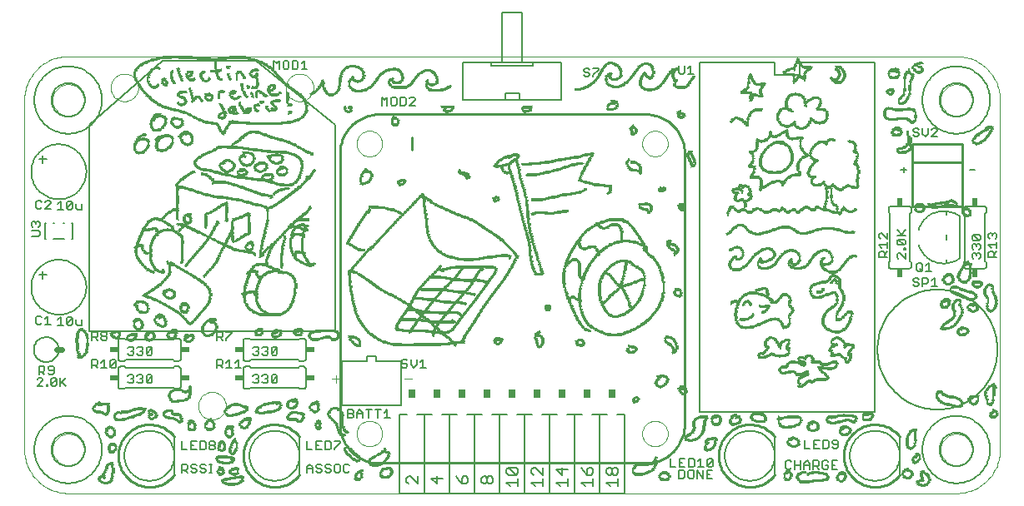
<source format=gto>
G75*
G70*
%OFA0B0*%
%FSLAX24Y24*%
%IPPOS*%
%LPD*%
%AMOC8*
5,1,8,0,0,1.08239X$1,22.5*
%
%ADD10C,0.0000*%
%ADD11C,0.0060*%
%ADD12C,0.0050*%
%ADD13C,0.0080*%
%ADD14R,0.0340X0.0240*%
%ADD15C,0.0100*%
%ADD16C,0.0240*%
%ADD17C,0.0040*%
%ADD18R,0.0260X0.0320*%
%ADD19R,0.0240X0.0340*%
%ADD20R,0.0176X0.0025*%
%ADD21R,0.0299X0.0025*%
%ADD22R,0.0300X0.0025*%
%ADD23R,0.0400X0.0025*%
%ADD24R,0.0551X0.0025*%
%ADD25R,0.0476X0.0025*%
%ADD26R,0.0226X0.0025*%
%ADD27R,0.0651X0.0025*%
%ADD28R,0.0200X0.0025*%
%ADD29R,0.0376X0.0025*%
%ADD30R,0.0751X0.0025*%
%ADD31R,0.0151X0.0025*%
%ADD32R,0.0425X0.0025*%
%ADD33R,0.0825X0.0025*%
%ADD34R,0.0375X0.0025*%
%ADD35R,0.0126X0.0025*%
%ADD36R,0.0475X0.0025*%
%ADD37R,0.0174X0.0025*%
%ADD38R,0.0224X0.0025*%
%ADD39R,0.0575X0.0025*%
%ADD40R,0.0124X0.0025*%
%ADD41R,0.0175X0.0025*%
%ADD42R,0.0176X0.0025*%
%ADD43R,0.1025X0.0025*%
%ADD44R,0.0301X0.0025*%
%ADD45R,0.0100X0.0025*%
%ADD46R,0.0150X0.0025*%
%ADD47R,0.0125X0.0025*%
%ADD48R,0.0225X0.0025*%
%ADD49R,0.1149X0.0025*%
%ADD50R,0.0250X0.0025*%
%ADD51R,0.0326X0.0025*%
%ADD52R,0.0774X0.0025*%
%ADD53R,0.0275X0.0025*%
%ADD54R,0.0251X0.0025*%
%ADD55R,0.0274X0.0025*%
%ADD56R,0.0101X0.0025*%
%ADD57R,0.0075X0.0025*%
%ADD58R,0.0276X0.0025*%
%ADD59R,0.0799X0.0025*%
%ADD60R,0.0325X0.0025*%
%ADD61R,0.0725X0.0025*%
%ADD62R,0.0149X0.0025*%
%ADD63R,0.0099X0.0025*%
%ADD64R,0.0324X0.0025*%
%ADD65R,0.0450X0.0025*%
%ADD66R,0.0050X0.0025*%
%ADD67R,0.0426X0.0025*%
%ADD68R,0.0351X0.0025*%
%ADD69R,0.0650X0.0025*%
%ADD70R,0.1174X0.0025*%
%ADD71R,0.0201X0.0025*%
%ADD72R,0.0349X0.0025*%
%ADD73R,0.0600X0.0025*%
%ADD74R,0.0249X0.0025*%
%ADD75R,0.0025X0.0025*%
%ADD76R,0.0399X0.0025*%
%ADD77R,0.0451X0.0025*%
%ADD78R,0.0199X0.0025*%
%ADD79R,0.0350X0.0025*%
%ADD80R,0.0449X0.0025*%
%ADD81R,0.0625X0.0025*%
%ADD82R,0.0525X0.0025*%
%ADD83R,0.0701X0.0025*%
%ADD84R,0.0700X0.0025*%
%ADD85R,0.0775X0.0025*%
%ADD86R,0.0074X0.0025*%
%ADD87R,0.0776X0.0025*%
%ADD88R,0.0649X0.0025*%
%ADD89R,0.0374X0.0025*%
%ADD90R,0.0499X0.0025*%
%ADD91R,0.0524X0.0025*%
%ADD92R,0.0076X0.0025*%
%ADD93R,0.0101X0.0025*%
%ADD94R,0.0126X0.0025*%
%ADD95R,0.0351X0.0025*%
%ADD96R,0.0374X0.0025*%
%ADD97R,0.0124X0.0025*%
%ADD98R,0.0200X0.0025*%
%ADD99R,0.0225X0.0025*%
%ADD100R,0.0150X0.0025*%
%ADD101R,0.0250X0.0025*%
%ADD102R,0.0526X0.0025*%
%ADD103R,0.0101X0.0025*%
%ADD104R,0.0100X0.0025*%
%ADD105R,0.0126X0.0025*%
%ADD106R,0.0200X0.0025*%
%ADD107R,0.0425X0.0025*%
%ADD108R,0.0099X0.0025*%
%ADD109R,0.0124X0.0025*%
%ADD110R,0.0374X0.0025*%
%ADD111R,0.0650X0.0025*%
%ADD112R,0.0801X0.0025*%
%ADD113R,0.0549X0.0025*%
%ADD114R,0.0024X0.0025*%
%ADD115R,0.0999X0.0025*%
%ADD116R,0.0949X0.0025*%
%ADD117R,0.0675X0.0025*%
%ADD118R,0.1201X0.0025*%
%ADD119R,0.1125X0.0025*%
%ADD120R,0.0850X0.0025*%
%ADD121R,0.0574X0.0025*%
%ADD122R,0.0474X0.0025*%
%ADD123R,0.0049X0.0025*%
%ADD124R,0.0599X0.0025*%
%ADD125R,0.0699X0.0025*%
%ADD126R,0.0749X0.0025*%
%ADD127R,0.0501X0.0025*%
%ADD128R,0.0726X0.0025*%
%ADD129R,0.0724X0.0025*%
%ADD130R,0.0424X0.0025*%
%ADD131R,0.0900X0.0025*%
%ADD132R,0.1924X0.0025*%
%ADD133R,0.2400X0.0025*%
%ADD134R,0.2774X0.0025*%
%ADD135R,0.0674X0.0025*%
%ADD136R,0.1949X0.0025*%
%ADD137R,0.1124X0.0025*%
%ADD138R,0.0051X0.0025*%
%ADD139R,0.0901X0.0025*%
%ADD140R,0.1001X0.0025*%
%ADD141R,0.2024X0.0025*%
%ADD142R,0.1050X0.0025*%
%ADD143R,0.1524X0.0025*%
%ADD144R,0.1575X0.0025*%
%ADD145R,0.1324X0.0025*%
%ADD146R,0.1024X0.0025*%
%ADD147R,0.1375X0.0025*%
%ADD148R,0.1675X0.0025*%
%ADD149R,0.1424X0.0025*%
%ADD150R,0.0401X0.0025*%
%ADD151R,0.1250X0.0025*%
%ADD152R,0.0974X0.0025*%
%ADD153R,0.0676X0.0025*%
%ADD154R,0.0576X0.0025*%
%ADD155R,0.0851X0.0025*%
%ADD156R,0.1000X0.0025*%
%ADD157R,0.1126X0.0025*%
%ADD158R,0.1300X0.0025*%
%ADD159R,0.1550X0.0025*%
%ADD160R,0.1576X0.0025*%
%ADD161R,0.1726X0.0025*%
%ADD162R,0.0874X0.0025*%
%ADD163R,0.0500X0.0025*%
%ADD164R,0.0926X0.0025*%
%ADD165R,0.1075X0.0025*%
%ADD166R,0.1100X0.0025*%
%ADD167R,0.0800X0.0025*%
%ADD168R,0.0750X0.0025*%
%ADD169R,0.0601X0.0025*%
%ADD170R,0.0875X0.0025*%
%ADD171R,0.1176X0.0025*%
%ADD172R,0.1499X0.0025*%
%ADD173R,0.0026X0.0025*%
%ADD174R,0.1299X0.0025*%
%ADD175R,0.1425X0.0025*%
%ADD176R,0.1401X0.0025*%
%ADD177R,0.0925X0.0025*%
%ADD178R,0.0849X0.0025*%
%ADD179R,0.1601X0.0025*%
%ADD180R,0.2000X0.0025*%
%ADD181R,0.1850X0.0025*%
%ADD182R,0.1549X0.0025*%
%ADD183R,0.0550X0.0025*%
%ADD184R,0.1225X0.0025*%
%ADD185R,0.1501X0.0025*%
%ADD186R,0.0976X0.0025*%
%ADD187R,0.0100X0.0025*%
%ADD188R,0.0275X0.0025*%
%ADD189R,0.0175X0.0025*%
%ADD190R,0.0125X0.0025*%
%ADD191R,0.0149X0.0025*%
%ADD192R,0.0125X0.0025*%
%ADD193R,0.0201X0.0025*%
%ADD194R,0.0174X0.0025*%
%ADD195R,0.0349X0.0025*%
%ADD196R,0.0225X0.0025*%
%ADD197R,0.0226X0.0025*%
%ADD198R,0.0150X0.0025*%
%ADD199R,0.0151X0.0025*%
%ADD200R,0.0226X0.0025*%
%ADD201R,0.0201X0.0025*%
%ADD202R,0.0550X0.0025*%
%ADD203R,0.0151X0.0025*%
%ADD204R,0.0625X0.0025*%
%ADD205R,0.0500X0.0025*%
%ADD206R,0.0224X0.0025*%
%ADD207R,0.0175X0.0025*%
%ADD208R,0.0251X0.0025*%
%ADD209R,0.0751X0.0025*%
%ADD210R,0.0625X0.0025*%
%ADD211R,0.0300X0.0025*%
%ADD212R,0.0875X0.0025*%
%ADD213R,0.0074X0.0025*%
%ADD214R,0.0099X0.0025*%
%ADD215R,0.0326X0.0025*%
%ADD216R,0.0324X0.0025*%
%ADD217R,0.0400X0.0025*%
%ADD218R,0.0675X0.0025*%
%ADD219R,0.0250X0.0025*%
%ADD220R,0.0149X0.0025*%
%ADD221R,0.0324X0.0025*%
%ADD222R,0.0325X0.0025*%
%ADD223R,0.0350X0.0025*%
%ADD224R,0.0025X0.0025*%
%ADD225R,0.0950X0.0025*%
%ADD226R,0.1224X0.0025*%
%ADD227R,0.1399X0.0025*%
%ADD228R,0.0624X0.0025*%
%ADD229R,0.0876X0.0025*%
%ADD230R,0.1150X0.0025*%
%ADD231R,0.0975X0.0025*%
%ADD232R,0.1200X0.0025*%
%ADD233R,0.0924X0.0025*%
%ADD234R,0.1351X0.0025*%
%ADD235R,0.0824X0.0025*%
%ADD236R,0.1475X0.0025*%
%ADD237R,0.2074X0.0025*%
%ADD238R,0.2525X0.0025*%
%ADD239R,0.2601X0.0025*%
%ADD240R,0.1226X0.0025*%
%ADD241R,0.1676X0.0025*%
%ADD242R,0.2975X0.0025*%
%ADD243R,0.2174X0.0025*%
%ADD244R,0.1350X0.0025*%
%ADD245R,0.1624X0.0025*%
%ADD246R,0.0299X0.0025*%
%ADD247R,0.0224X0.0025*%
D10*
X002418Y000253D02*
X037918Y000253D01*
X037288Y002003D02*
X037290Y002053D01*
X037296Y002103D01*
X037306Y002152D01*
X037320Y002200D01*
X037337Y002247D01*
X037358Y002292D01*
X037383Y002336D01*
X037411Y002377D01*
X037443Y002416D01*
X037477Y002453D01*
X037514Y002487D01*
X037554Y002517D01*
X037596Y002544D01*
X037640Y002568D01*
X037686Y002589D01*
X037733Y002605D01*
X037781Y002618D01*
X037831Y002627D01*
X037880Y002632D01*
X037931Y002633D01*
X037981Y002630D01*
X038030Y002623D01*
X038079Y002612D01*
X038127Y002597D01*
X038173Y002579D01*
X038218Y002557D01*
X038261Y002531D01*
X038302Y002502D01*
X038341Y002470D01*
X038377Y002435D01*
X038409Y002397D01*
X038439Y002357D01*
X038466Y002314D01*
X038489Y002270D01*
X038508Y002224D01*
X038524Y002176D01*
X038536Y002127D01*
X038544Y002078D01*
X038548Y002028D01*
X038548Y001978D01*
X038544Y001928D01*
X038536Y001879D01*
X038524Y001830D01*
X038508Y001782D01*
X038489Y001736D01*
X038466Y001692D01*
X038439Y001649D01*
X038409Y001609D01*
X038377Y001571D01*
X038341Y001536D01*
X038302Y001504D01*
X038261Y001475D01*
X038218Y001449D01*
X038173Y001427D01*
X038127Y001409D01*
X038079Y001394D01*
X038030Y001383D01*
X037981Y001376D01*
X037931Y001373D01*
X037880Y001374D01*
X037831Y001379D01*
X037781Y001388D01*
X037733Y001401D01*
X037686Y001417D01*
X037640Y001438D01*
X037596Y001462D01*
X037554Y001489D01*
X037514Y001519D01*
X037477Y001553D01*
X037443Y001590D01*
X037411Y001629D01*
X037383Y001670D01*
X037358Y001714D01*
X037337Y001759D01*
X037320Y001806D01*
X037306Y001854D01*
X037296Y001903D01*
X037290Y001953D01*
X037288Y002003D01*
X037918Y000253D02*
X038001Y000255D01*
X038084Y000261D01*
X038167Y000271D01*
X038249Y000285D01*
X038331Y000302D01*
X038411Y000324D01*
X038490Y000349D01*
X038568Y000378D01*
X038645Y000411D01*
X038720Y000448D01*
X038793Y000487D01*
X038864Y000531D01*
X038933Y000577D01*
X039000Y000627D01*
X039064Y000680D01*
X039126Y000736D01*
X039185Y000795D01*
X039241Y000857D01*
X039294Y000921D01*
X039344Y000988D01*
X039390Y001057D01*
X039434Y001128D01*
X039473Y001201D01*
X039510Y001276D01*
X039543Y001353D01*
X039572Y001431D01*
X039597Y001510D01*
X039619Y001590D01*
X039636Y001672D01*
X039650Y001754D01*
X039660Y001837D01*
X039666Y001920D01*
X039668Y002003D01*
X039668Y016003D01*
X037288Y016003D02*
X037290Y016053D01*
X037296Y016103D01*
X037306Y016152D01*
X037320Y016200D01*
X037337Y016247D01*
X037358Y016292D01*
X037383Y016336D01*
X037411Y016377D01*
X037443Y016416D01*
X037477Y016453D01*
X037514Y016487D01*
X037554Y016517D01*
X037596Y016544D01*
X037640Y016568D01*
X037686Y016589D01*
X037733Y016605D01*
X037781Y016618D01*
X037831Y016627D01*
X037880Y016632D01*
X037931Y016633D01*
X037981Y016630D01*
X038030Y016623D01*
X038079Y016612D01*
X038127Y016597D01*
X038173Y016579D01*
X038218Y016557D01*
X038261Y016531D01*
X038302Y016502D01*
X038341Y016470D01*
X038377Y016435D01*
X038409Y016397D01*
X038439Y016357D01*
X038466Y016314D01*
X038489Y016270D01*
X038508Y016224D01*
X038524Y016176D01*
X038536Y016127D01*
X038544Y016078D01*
X038548Y016028D01*
X038548Y015978D01*
X038544Y015928D01*
X038536Y015879D01*
X038524Y015830D01*
X038508Y015782D01*
X038489Y015736D01*
X038466Y015692D01*
X038439Y015649D01*
X038409Y015609D01*
X038377Y015571D01*
X038341Y015536D01*
X038302Y015504D01*
X038261Y015475D01*
X038218Y015449D01*
X038173Y015427D01*
X038127Y015409D01*
X038079Y015394D01*
X038030Y015383D01*
X037981Y015376D01*
X037931Y015373D01*
X037880Y015374D01*
X037831Y015379D01*
X037781Y015388D01*
X037733Y015401D01*
X037686Y015417D01*
X037640Y015438D01*
X037596Y015462D01*
X037554Y015489D01*
X037514Y015519D01*
X037477Y015553D01*
X037443Y015590D01*
X037411Y015629D01*
X037383Y015670D01*
X037358Y015714D01*
X037337Y015759D01*
X037320Y015806D01*
X037306Y015854D01*
X037296Y015903D01*
X037290Y015953D01*
X037288Y016003D01*
X037918Y017753D02*
X038001Y017751D01*
X038084Y017745D01*
X038167Y017735D01*
X038249Y017721D01*
X038331Y017704D01*
X038411Y017682D01*
X038490Y017657D01*
X038568Y017628D01*
X038645Y017595D01*
X038720Y017558D01*
X038793Y017519D01*
X038864Y017475D01*
X038933Y017429D01*
X039000Y017379D01*
X039064Y017326D01*
X039126Y017270D01*
X039185Y017211D01*
X039241Y017149D01*
X039294Y017085D01*
X039344Y017018D01*
X039390Y016949D01*
X039434Y016878D01*
X039473Y016805D01*
X039510Y016730D01*
X039543Y016653D01*
X039572Y016575D01*
X039597Y016496D01*
X039619Y016416D01*
X039636Y016334D01*
X039650Y016252D01*
X039660Y016169D01*
X039666Y016086D01*
X039668Y016003D01*
X037918Y017753D02*
X002418Y017753D01*
X004117Y016503D02*
X004119Y016550D01*
X004125Y016596D01*
X004135Y016642D01*
X004148Y016687D01*
X004166Y016730D01*
X004187Y016772D01*
X004211Y016812D01*
X004239Y016849D01*
X004270Y016884D01*
X004304Y016917D01*
X004340Y016946D01*
X004379Y016972D01*
X004420Y016995D01*
X004463Y017014D01*
X004507Y017030D01*
X004552Y017042D01*
X004598Y017050D01*
X004645Y017054D01*
X004691Y017054D01*
X004738Y017050D01*
X004784Y017042D01*
X004829Y017030D01*
X004873Y017014D01*
X004916Y016995D01*
X004957Y016972D01*
X004996Y016946D01*
X005032Y016917D01*
X005066Y016884D01*
X005097Y016849D01*
X005125Y016812D01*
X005149Y016772D01*
X005170Y016730D01*
X005188Y016687D01*
X005201Y016642D01*
X005211Y016596D01*
X005217Y016550D01*
X005219Y016503D01*
X005217Y016456D01*
X005211Y016410D01*
X005201Y016364D01*
X005188Y016319D01*
X005170Y016276D01*
X005149Y016234D01*
X005125Y016194D01*
X005097Y016157D01*
X005066Y016122D01*
X005032Y016089D01*
X004996Y016060D01*
X004957Y016034D01*
X004916Y016011D01*
X004873Y015992D01*
X004829Y015976D01*
X004784Y015964D01*
X004738Y015956D01*
X004691Y015952D01*
X004645Y015952D01*
X004598Y015956D01*
X004552Y015964D01*
X004507Y015976D01*
X004463Y015992D01*
X004420Y016011D01*
X004379Y016034D01*
X004340Y016060D01*
X004304Y016089D01*
X004270Y016122D01*
X004239Y016157D01*
X004211Y016194D01*
X004187Y016234D01*
X004166Y016276D01*
X004148Y016319D01*
X004135Y016364D01*
X004125Y016410D01*
X004119Y016456D01*
X004117Y016503D01*
X001788Y016003D02*
X001790Y016053D01*
X001796Y016103D01*
X001806Y016152D01*
X001820Y016200D01*
X001837Y016247D01*
X001858Y016292D01*
X001883Y016336D01*
X001911Y016377D01*
X001943Y016416D01*
X001977Y016453D01*
X002014Y016487D01*
X002054Y016517D01*
X002096Y016544D01*
X002140Y016568D01*
X002186Y016589D01*
X002233Y016605D01*
X002281Y016618D01*
X002331Y016627D01*
X002380Y016632D01*
X002431Y016633D01*
X002481Y016630D01*
X002530Y016623D01*
X002579Y016612D01*
X002627Y016597D01*
X002673Y016579D01*
X002718Y016557D01*
X002761Y016531D01*
X002802Y016502D01*
X002841Y016470D01*
X002877Y016435D01*
X002909Y016397D01*
X002939Y016357D01*
X002966Y016314D01*
X002989Y016270D01*
X003008Y016224D01*
X003024Y016176D01*
X003036Y016127D01*
X003044Y016078D01*
X003048Y016028D01*
X003048Y015978D01*
X003044Y015928D01*
X003036Y015879D01*
X003024Y015830D01*
X003008Y015782D01*
X002989Y015736D01*
X002966Y015692D01*
X002939Y015649D01*
X002909Y015609D01*
X002877Y015571D01*
X002841Y015536D01*
X002802Y015504D01*
X002761Y015475D01*
X002718Y015449D01*
X002673Y015427D01*
X002627Y015409D01*
X002579Y015394D01*
X002530Y015383D01*
X002481Y015376D01*
X002431Y015373D01*
X002380Y015374D01*
X002331Y015379D01*
X002281Y015388D01*
X002233Y015401D01*
X002186Y015417D01*
X002140Y015438D01*
X002096Y015462D01*
X002054Y015489D01*
X002014Y015519D01*
X001977Y015553D01*
X001943Y015590D01*
X001911Y015629D01*
X001883Y015670D01*
X001858Y015714D01*
X001837Y015759D01*
X001820Y015806D01*
X001806Y015854D01*
X001796Y015903D01*
X001790Y015953D01*
X001788Y016003D01*
X000668Y016003D02*
X000670Y016086D01*
X000676Y016169D01*
X000686Y016252D01*
X000700Y016334D01*
X000717Y016416D01*
X000739Y016496D01*
X000764Y016575D01*
X000793Y016653D01*
X000826Y016730D01*
X000863Y016805D01*
X000902Y016878D01*
X000946Y016949D01*
X000992Y017018D01*
X001042Y017085D01*
X001095Y017149D01*
X001151Y017211D01*
X001210Y017270D01*
X001272Y017326D01*
X001336Y017379D01*
X001403Y017429D01*
X001472Y017475D01*
X001543Y017519D01*
X001616Y017558D01*
X001691Y017595D01*
X001768Y017628D01*
X001846Y017657D01*
X001925Y017682D01*
X002005Y017704D01*
X002087Y017721D01*
X002169Y017735D01*
X002252Y017745D01*
X002335Y017751D01*
X002418Y017753D01*
X000668Y016003D02*
X000668Y002003D01*
X001788Y002003D02*
X001790Y002053D01*
X001796Y002103D01*
X001806Y002152D01*
X001820Y002200D01*
X001837Y002247D01*
X001858Y002292D01*
X001883Y002336D01*
X001911Y002377D01*
X001943Y002416D01*
X001977Y002453D01*
X002014Y002487D01*
X002054Y002517D01*
X002096Y002544D01*
X002140Y002568D01*
X002186Y002589D01*
X002233Y002605D01*
X002281Y002618D01*
X002331Y002627D01*
X002380Y002632D01*
X002431Y002633D01*
X002481Y002630D01*
X002530Y002623D01*
X002579Y002612D01*
X002627Y002597D01*
X002673Y002579D01*
X002718Y002557D01*
X002761Y002531D01*
X002802Y002502D01*
X002841Y002470D01*
X002877Y002435D01*
X002909Y002397D01*
X002939Y002357D01*
X002966Y002314D01*
X002989Y002270D01*
X003008Y002224D01*
X003024Y002176D01*
X003036Y002127D01*
X003044Y002078D01*
X003048Y002028D01*
X003048Y001978D01*
X003044Y001928D01*
X003036Y001879D01*
X003024Y001830D01*
X003008Y001782D01*
X002989Y001736D01*
X002966Y001692D01*
X002939Y001649D01*
X002909Y001609D01*
X002877Y001571D01*
X002841Y001536D01*
X002802Y001504D01*
X002761Y001475D01*
X002718Y001449D01*
X002673Y001427D01*
X002627Y001409D01*
X002579Y001394D01*
X002530Y001383D01*
X002481Y001376D01*
X002431Y001373D01*
X002380Y001374D01*
X002331Y001379D01*
X002281Y001388D01*
X002233Y001401D01*
X002186Y001417D01*
X002140Y001438D01*
X002096Y001462D01*
X002054Y001489D01*
X002014Y001519D01*
X001977Y001553D01*
X001943Y001590D01*
X001911Y001629D01*
X001883Y001670D01*
X001858Y001714D01*
X001837Y001759D01*
X001820Y001806D01*
X001806Y001854D01*
X001796Y001903D01*
X001790Y001953D01*
X001788Y002003D01*
X000668Y002003D02*
X000670Y001920D01*
X000676Y001837D01*
X000686Y001754D01*
X000700Y001672D01*
X000717Y001590D01*
X000739Y001510D01*
X000764Y001431D01*
X000793Y001353D01*
X000826Y001276D01*
X000863Y001201D01*
X000902Y001128D01*
X000946Y001057D01*
X000992Y000988D01*
X001042Y000921D01*
X001095Y000857D01*
X001151Y000795D01*
X001210Y000736D01*
X001272Y000680D01*
X001336Y000627D01*
X001403Y000577D01*
X001472Y000531D01*
X001543Y000487D01*
X001616Y000448D01*
X001691Y000411D01*
X001768Y000378D01*
X001846Y000349D01*
X001925Y000324D01*
X002005Y000302D01*
X002087Y000285D01*
X002169Y000271D01*
X002252Y000261D01*
X002335Y000255D01*
X002418Y000253D01*
X007617Y003753D02*
X007619Y003800D01*
X007625Y003846D01*
X007635Y003892D01*
X007648Y003937D01*
X007666Y003980D01*
X007687Y004022D01*
X007711Y004062D01*
X007739Y004099D01*
X007770Y004134D01*
X007804Y004167D01*
X007840Y004196D01*
X007879Y004222D01*
X007920Y004245D01*
X007963Y004264D01*
X008007Y004280D01*
X008052Y004292D01*
X008098Y004300D01*
X008145Y004304D01*
X008191Y004304D01*
X008238Y004300D01*
X008284Y004292D01*
X008329Y004280D01*
X008373Y004264D01*
X008416Y004245D01*
X008457Y004222D01*
X008496Y004196D01*
X008532Y004167D01*
X008566Y004134D01*
X008597Y004099D01*
X008625Y004062D01*
X008649Y004022D01*
X008670Y003980D01*
X008688Y003937D01*
X008701Y003892D01*
X008711Y003846D01*
X008717Y003800D01*
X008719Y003753D01*
X008717Y003706D01*
X008711Y003660D01*
X008701Y003614D01*
X008688Y003569D01*
X008670Y003526D01*
X008649Y003484D01*
X008625Y003444D01*
X008597Y003407D01*
X008566Y003372D01*
X008532Y003339D01*
X008496Y003310D01*
X008457Y003284D01*
X008416Y003261D01*
X008373Y003242D01*
X008329Y003226D01*
X008284Y003214D01*
X008238Y003206D01*
X008191Y003202D01*
X008145Y003202D01*
X008098Y003206D01*
X008052Y003214D01*
X008007Y003226D01*
X007963Y003242D01*
X007920Y003261D01*
X007879Y003284D01*
X007840Y003310D01*
X007804Y003339D01*
X007770Y003372D01*
X007739Y003407D01*
X007711Y003444D01*
X007687Y003484D01*
X007666Y003526D01*
X007648Y003569D01*
X007635Y003614D01*
X007625Y003660D01*
X007619Y003706D01*
X007617Y003753D01*
X013947Y002639D02*
X013949Y002684D01*
X013955Y002728D01*
X013964Y002772D01*
X013978Y002814D01*
X013995Y002855D01*
X014016Y002895D01*
X014040Y002933D01*
X014067Y002968D01*
X014097Y003001D01*
X014130Y003031D01*
X014165Y003058D01*
X014203Y003082D01*
X014243Y003103D01*
X014284Y003120D01*
X014326Y003134D01*
X014370Y003143D01*
X014414Y003149D01*
X014459Y003151D01*
X014504Y003149D01*
X014548Y003143D01*
X014592Y003134D01*
X014634Y003120D01*
X014675Y003103D01*
X014715Y003082D01*
X014753Y003058D01*
X014788Y003031D01*
X014821Y003001D01*
X014851Y002968D01*
X014878Y002933D01*
X014902Y002895D01*
X014923Y002855D01*
X014940Y002814D01*
X014954Y002772D01*
X014963Y002728D01*
X014969Y002684D01*
X014971Y002639D01*
X014969Y002594D01*
X014963Y002550D01*
X014954Y002506D01*
X014940Y002464D01*
X014923Y002423D01*
X014902Y002383D01*
X014878Y002345D01*
X014851Y002310D01*
X014821Y002277D01*
X014788Y002247D01*
X014753Y002220D01*
X014715Y002196D01*
X014675Y002175D01*
X014634Y002158D01*
X014592Y002144D01*
X014548Y002135D01*
X014504Y002129D01*
X014459Y002127D01*
X014414Y002129D01*
X014370Y002135D01*
X014326Y002144D01*
X014284Y002158D01*
X014243Y002175D01*
X014203Y002196D01*
X014165Y002220D01*
X014130Y002247D01*
X014097Y002277D01*
X014067Y002310D01*
X014040Y002345D01*
X014016Y002383D01*
X013995Y002423D01*
X013978Y002464D01*
X013964Y002506D01*
X013955Y002550D01*
X013949Y002594D01*
X013947Y002639D01*
X025364Y002639D02*
X025366Y002684D01*
X025372Y002728D01*
X025381Y002772D01*
X025395Y002814D01*
X025412Y002855D01*
X025433Y002895D01*
X025457Y002933D01*
X025484Y002968D01*
X025514Y003001D01*
X025547Y003031D01*
X025582Y003058D01*
X025620Y003082D01*
X025660Y003103D01*
X025701Y003120D01*
X025743Y003134D01*
X025787Y003143D01*
X025831Y003149D01*
X025876Y003151D01*
X025921Y003149D01*
X025965Y003143D01*
X026009Y003134D01*
X026051Y003120D01*
X026092Y003103D01*
X026132Y003082D01*
X026170Y003058D01*
X026205Y003031D01*
X026238Y003001D01*
X026268Y002968D01*
X026295Y002933D01*
X026319Y002895D01*
X026340Y002855D01*
X026357Y002814D01*
X026371Y002772D01*
X026380Y002728D01*
X026386Y002684D01*
X026388Y002639D01*
X026386Y002594D01*
X026380Y002550D01*
X026371Y002506D01*
X026357Y002464D01*
X026340Y002423D01*
X026319Y002383D01*
X026295Y002345D01*
X026268Y002310D01*
X026238Y002277D01*
X026205Y002247D01*
X026170Y002220D01*
X026132Y002196D01*
X026092Y002175D01*
X026051Y002158D01*
X026009Y002144D01*
X025965Y002135D01*
X025921Y002129D01*
X025876Y002127D01*
X025831Y002129D01*
X025787Y002135D01*
X025743Y002144D01*
X025701Y002158D01*
X025660Y002175D01*
X025620Y002196D01*
X025582Y002220D01*
X025547Y002247D01*
X025514Y002277D01*
X025484Y002310D01*
X025457Y002345D01*
X025433Y002383D01*
X025412Y002423D01*
X025395Y002464D01*
X025381Y002506D01*
X025372Y002550D01*
X025366Y002594D01*
X025364Y002639D01*
X025364Y014253D02*
X025366Y014298D01*
X025372Y014342D01*
X025381Y014386D01*
X025395Y014428D01*
X025412Y014469D01*
X025433Y014509D01*
X025457Y014547D01*
X025484Y014582D01*
X025514Y014615D01*
X025547Y014645D01*
X025582Y014672D01*
X025620Y014696D01*
X025660Y014717D01*
X025701Y014734D01*
X025743Y014748D01*
X025787Y014757D01*
X025831Y014763D01*
X025876Y014765D01*
X025921Y014763D01*
X025965Y014757D01*
X026009Y014748D01*
X026051Y014734D01*
X026092Y014717D01*
X026132Y014696D01*
X026170Y014672D01*
X026205Y014645D01*
X026238Y014615D01*
X026268Y014582D01*
X026295Y014547D01*
X026319Y014509D01*
X026340Y014469D01*
X026357Y014428D01*
X026371Y014386D01*
X026380Y014342D01*
X026386Y014298D01*
X026388Y014253D01*
X026386Y014208D01*
X026380Y014164D01*
X026371Y014120D01*
X026357Y014078D01*
X026340Y014037D01*
X026319Y013997D01*
X026295Y013959D01*
X026268Y013924D01*
X026238Y013891D01*
X026205Y013861D01*
X026170Y013834D01*
X026132Y013810D01*
X026092Y013789D01*
X026051Y013772D01*
X026009Y013758D01*
X025965Y013749D01*
X025921Y013743D01*
X025876Y013741D01*
X025831Y013743D01*
X025787Y013749D01*
X025743Y013758D01*
X025701Y013772D01*
X025660Y013789D01*
X025620Y013810D01*
X025582Y013834D01*
X025547Y013861D01*
X025514Y013891D01*
X025484Y013924D01*
X025457Y013959D01*
X025433Y013997D01*
X025412Y014037D01*
X025395Y014078D01*
X025381Y014120D01*
X025372Y014164D01*
X025366Y014208D01*
X025364Y014253D01*
X013947Y014253D02*
X013949Y014298D01*
X013955Y014342D01*
X013964Y014386D01*
X013978Y014428D01*
X013995Y014469D01*
X014016Y014509D01*
X014040Y014547D01*
X014067Y014582D01*
X014097Y014615D01*
X014130Y014645D01*
X014165Y014672D01*
X014203Y014696D01*
X014243Y014717D01*
X014284Y014734D01*
X014326Y014748D01*
X014370Y014757D01*
X014414Y014763D01*
X014459Y014765D01*
X014504Y014763D01*
X014548Y014757D01*
X014592Y014748D01*
X014634Y014734D01*
X014675Y014717D01*
X014715Y014696D01*
X014753Y014672D01*
X014788Y014645D01*
X014821Y014615D01*
X014851Y014582D01*
X014878Y014547D01*
X014902Y014509D01*
X014923Y014469D01*
X014940Y014428D01*
X014954Y014386D01*
X014963Y014342D01*
X014969Y014298D01*
X014971Y014253D01*
X014969Y014208D01*
X014963Y014164D01*
X014954Y014120D01*
X014940Y014078D01*
X014923Y014037D01*
X014902Y013997D01*
X014878Y013959D01*
X014851Y013924D01*
X014821Y013891D01*
X014788Y013861D01*
X014753Y013834D01*
X014715Y013810D01*
X014675Y013789D01*
X014634Y013772D01*
X014592Y013758D01*
X014548Y013749D01*
X014504Y013743D01*
X014459Y013741D01*
X014414Y013743D01*
X014370Y013749D01*
X014326Y013758D01*
X014284Y013772D01*
X014243Y013789D01*
X014203Y013810D01*
X014165Y013834D01*
X014130Y013861D01*
X014097Y013891D01*
X014067Y013924D01*
X014040Y013959D01*
X014016Y013997D01*
X013995Y014037D01*
X013978Y014078D01*
X013964Y014120D01*
X013955Y014164D01*
X013949Y014208D01*
X013947Y014253D01*
X011117Y016503D02*
X011119Y016550D01*
X011125Y016596D01*
X011135Y016642D01*
X011148Y016687D01*
X011166Y016730D01*
X011187Y016772D01*
X011211Y016812D01*
X011239Y016849D01*
X011270Y016884D01*
X011304Y016917D01*
X011340Y016946D01*
X011379Y016972D01*
X011420Y016995D01*
X011463Y017014D01*
X011507Y017030D01*
X011552Y017042D01*
X011598Y017050D01*
X011645Y017054D01*
X011691Y017054D01*
X011738Y017050D01*
X011784Y017042D01*
X011829Y017030D01*
X011873Y017014D01*
X011916Y016995D01*
X011957Y016972D01*
X011996Y016946D01*
X012032Y016917D01*
X012066Y016884D01*
X012097Y016849D01*
X012125Y016812D01*
X012149Y016772D01*
X012170Y016730D01*
X012188Y016687D01*
X012201Y016642D01*
X012211Y016596D01*
X012217Y016550D01*
X012219Y016503D01*
X012217Y016456D01*
X012211Y016410D01*
X012201Y016364D01*
X012188Y016319D01*
X012170Y016276D01*
X012149Y016234D01*
X012125Y016194D01*
X012097Y016157D01*
X012066Y016122D01*
X012032Y016089D01*
X011996Y016060D01*
X011957Y016034D01*
X011916Y016011D01*
X011873Y015992D01*
X011829Y015976D01*
X011784Y015964D01*
X011738Y015956D01*
X011691Y015952D01*
X011645Y015952D01*
X011598Y015956D01*
X011552Y015964D01*
X011507Y015976D01*
X011463Y015992D01*
X011420Y016011D01*
X011379Y016034D01*
X011340Y016060D01*
X011304Y016089D01*
X011270Y016122D01*
X011239Y016157D01*
X011211Y016194D01*
X011187Y016234D01*
X011166Y016276D01*
X011148Y016319D01*
X011135Y016364D01*
X011125Y016410D01*
X011119Y016456D01*
X011117Y016503D01*
D11*
X011066Y017234D02*
X011180Y017234D01*
X011237Y017291D01*
X011237Y017517D01*
X011180Y017574D01*
X011066Y017574D01*
X011010Y017517D01*
X011010Y017291D01*
X011066Y017234D01*
X010868Y017234D02*
X010868Y017574D01*
X010755Y017461D01*
X010641Y017574D01*
X010641Y017234D01*
X011378Y017234D02*
X011378Y017574D01*
X011548Y017574D01*
X011605Y017517D01*
X011605Y017291D01*
X011548Y017234D01*
X011378Y017234D01*
X011746Y017234D02*
X011973Y017234D01*
X011860Y017234D02*
X011860Y017574D01*
X011746Y017461D01*
X014948Y016123D02*
X014948Y015783D01*
X015174Y015783D02*
X015174Y016123D01*
X015061Y016010D01*
X014948Y016123D01*
X015316Y016067D02*
X015316Y015840D01*
X015373Y015783D01*
X015486Y015783D01*
X015543Y015840D01*
X015543Y016067D01*
X015486Y016123D01*
X015373Y016123D01*
X015316Y016067D01*
X015684Y016123D02*
X015684Y015783D01*
X015854Y015783D01*
X015911Y015840D01*
X015911Y016067D01*
X015854Y016123D01*
X015684Y016123D01*
X016052Y016067D02*
X016109Y016123D01*
X016223Y016123D01*
X016279Y016067D01*
X016279Y016010D01*
X016052Y015783D01*
X016279Y015783D01*
X023024Y016995D02*
X023081Y016938D01*
X023194Y016938D01*
X023251Y016995D01*
X023251Y017052D01*
X023194Y017108D01*
X023081Y017108D01*
X023024Y017165D01*
X023024Y017222D01*
X023081Y017279D01*
X023194Y017279D01*
X023251Y017222D01*
X023392Y017279D02*
X023619Y017279D01*
X023619Y017222D01*
X023392Y016995D01*
X023392Y016938D01*
X026823Y017090D02*
X026879Y017033D01*
X026993Y017033D01*
X027049Y017090D01*
X027049Y017373D01*
X027191Y017260D02*
X027304Y017373D01*
X027304Y017033D01*
X027191Y017033D02*
X027418Y017033D01*
X026823Y017090D02*
X026823Y017373D01*
X035698Y013203D02*
X035924Y013203D01*
X035811Y013090D02*
X035811Y013317D01*
X036254Y014533D02*
X036198Y014590D01*
X036254Y014533D02*
X036368Y014533D01*
X036424Y014590D01*
X036424Y014647D01*
X036368Y014703D01*
X036254Y014703D01*
X036198Y014760D01*
X036198Y014817D01*
X036254Y014873D01*
X036368Y014873D01*
X036424Y014817D01*
X036566Y014873D02*
X036566Y014647D01*
X036679Y014533D01*
X036793Y014647D01*
X036793Y014873D01*
X036934Y014817D02*
X036991Y014873D01*
X037104Y014873D01*
X037161Y014817D01*
X037161Y014760D01*
X036934Y014533D01*
X037161Y014533D01*
X038448Y013203D02*
X038674Y013203D01*
X039018Y011753D02*
X038318Y011753D01*
X038301Y011751D01*
X038284Y011747D01*
X038268Y011740D01*
X038254Y011730D01*
X038241Y011717D01*
X038231Y011703D01*
X038224Y011687D01*
X038220Y011670D01*
X038218Y011653D01*
X038218Y011503D01*
X038268Y011453D01*
X038268Y009553D01*
X038218Y009503D01*
X038218Y009353D01*
X038220Y009336D01*
X038224Y009319D01*
X038231Y009303D01*
X038241Y009289D01*
X038254Y009276D01*
X038268Y009266D01*
X038284Y009259D01*
X038301Y009255D01*
X038318Y009253D01*
X039018Y009253D01*
X039035Y009255D01*
X039052Y009259D01*
X039068Y009266D01*
X039082Y009276D01*
X039095Y009289D01*
X039105Y009303D01*
X039112Y009319D01*
X039116Y009336D01*
X039118Y009353D01*
X039118Y009503D01*
X039068Y009553D01*
X039068Y011453D01*
X039118Y011503D01*
X039118Y011653D01*
X039116Y011670D01*
X039112Y011687D01*
X039105Y011703D01*
X039095Y011717D01*
X039082Y011730D01*
X039068Y011740D01*
X039052Y011747D01*
X039035Y011751D01*
X039018Y011753D01*
X039254Y010672D02*
X039311Y010672D01*
X039367Y010615D01*
X039424Y010672D01*
X039481Y010672D01*
X039538Y010615D01*
X039538Y010501D01*
X039481Y010445D01*
X039538Y010303D02*
X039538Y010076D01*
X039538Y010190D02*
X039197Y010190D01*
X039311Y010076D01*
X039367Y009935D02*
X039424Y009878D01*
X039424Y009708D01*
X039538Y009708D02*
X039197Y009708D01*
X039197Y009878D01*
X039254Y009935D01*
X039367Y009935D01*
X039424Y009822D02*
X039538Y009935D01*
X038888Y009813D02*
X038888Y009700D01*
X038831Y009643D01*
X038717Y009757D02*
X038717Y009813D01*
X038774Y009870D01*
X038831Y009870D01*
X038888Y009813D01*
X038717Y009813D02*
X038661Y009870D01*
X038604Y009870D01*
X038547Y009813D01*
X038547Y009700D01*
X038604Y009643D01*
X038604Y010011D02*
X038547Y010068D01*
X038547Y010182D01*
X038604Y010238D01*
X038661Y010238D01*
X038717Y010182D01*
X038774Y010238D01*
X038831Y010238D01*
X038888Y010182D01*
X038888Y010068D01*
X038831Y010011D01*
X038717Y010125D02*
X038717Y010182D01*
X038604Y010380D02*
X038547Y010436D01*
X038547Y010550D01*
X038604Y010607D01*
X038831Y010380D01*
X038888Y010436D01*
X038888Y010550D01*
X038831Y010607D01*
X038604Y010607D01*
X038604Y010380D02*
X038831Y010380D01*
X039197Y010501D02*
X039197Y010615D01*
X039254Y010672D01*
X039367Y010615D02*
X039367Y010558D01*
X039254Y010445D02*
X039197Y010501D01*
X036818Y009473D02*
X036818Y009133D01*
X036931Y009133D02*
X036704Y009133D01*
X036563Y009133D02*
X036449Y009247D01*
X036336Y009190D02*
X036336Y009417D01*
X036393Y009473D01*
X036506Y009473D01*
X036563Y009417D01*
X036563Y009190D01*
X036506Y009133D01*
X036393Y009133D01*
X036336Y009190D01*
X036118Y009353D02*
X036118Y009503D01*
X036068Y009553D01*
X036068Y011453D01*
X036118Y011503D01*
X036118Y011653D01*
X036116Y011670D01*
X036112Y011687D01*
X036105Y011703D01*
X036095Y011717D01*
X036082Y011730D01*
X036068Y011740D01*
X036052Y011747D01*
X036035Y011751D01*
X036018Y011753D01*
X035318Y011753D01*
X035301Y011751D01*
X035284Y011747D01*
X035268Y011740D01*
X035254Y011730D01*
X035241Y011717D01*
X035231Y011703D01*
X035224Y011687D01*
X035220Y011670D01*
X035218Y011653D01*
X035218Y011503D01*
X035268Y011453D01*
X035268Y009553D01*
X035218Y009503D01*
X035218Y009353D01*
X035220Y009336D01*
X035224Y009319D01*
X035231Y009303D01*
X035241Y009289D01*
X035254Y009276D01*
X035268Y009266D01*
X035284Y009259D01*
X035301Y009255D01*
X035318Y009253D01*
X036018Y009253D01*
X036035Y009255D01*
X036052Y009259D01*
X036068Y009266D01*
X036082Y009276D01*
X036095Y009289D01*
X036105Y009303D01*
X036112Y009319D01*
X036116Y009336D01*
X036118Y009353D01*
X036704Y009360D02*
X036818Y009473D01*
X036736Y008873D02*
X036566Y008873D01*
X036566Y008533D01*
X036566Y008647D02*
X036736Y008647D01*
X036793Y008703D01*
X036793Y008817D01*
X036736Y008873D01*
X036934Y008760D02*
X037048Y008873D01*
X037048Y008533D01*
X037161Y008533D02*
X036934Y008533D01*
X036424Y008590D02*
X036424Y008647D01*
X036368Y008703D01*
X036254Y008703D01*
X036198Y008760D01*
X036198Y008817D01*
X036254Y008873D01*
X036368Y008873D01*
X036424Y008817D01*
X036424Y008590D02*
X036368Y008533D01*
X036254Y008533D01*
X036198Y008590D01*
X035888Y009643D02*
X035661Y009870D01*
X035604Y009870D01*
X035547Y009813D01*
X035547Y009700D01*
X035604Y009643D01*
X035888Y009643D02*
X035888Y009870D01*
X035888Y010011D02*
X035888Y010068D01*
X035831Y010068D01*
X035831Y010011D01*
X035888Y010011D01*
X035831Y010196D02*
X035604Y010422D01*
X035831Y010422D01*
X035888Y010366D01*
X035888Y010252D01*
X035831Y010196D01*
X035604Y010196D01*
X035547Y010252D01*
X035547Y010366D01*
X035604Y010422D01*
X035547Y010564D02*
X035888Y010564D01*
X035774Y010564D02*
X035547Y010791D01*
X035717Y010621D02*
X035888Y010791D01*
X035163Y010672D02*
X035163Y010445D01*
X034936Y010672D01*
X034879Y010672D01*
X034822Y010615D01*
X034822Y010501D01*
X034879Y010445D01*
X035163Y010303D02*
X035163Y010076D01*
X035163Y010190D02*
X034822Y010190D01*
X034936Y010076D01*
X034992Y009935D02*
X035049Y009878D01*
X035049Y009708D01*
X035163Y009708D02*
X034822Y009708D01*
X034822Y009878D01*
X034879Y009935D01*
X034992Y009935D01*
X035049Y009822D02*
X035163Y009935D01*
X034768Y006003D02*
X034771Y006121D01*
X034780Y006238D01*
X034794Y006355D01*
X034814Y006471D01*
X034840Y006586D01*
X034871Y006700D01*
X034908Y006812D01*
X034951Y006921D01*
X034998Y007029D01*
X035051Y007134D01*
X035109Y007237D01*
X035172Y007336D01*
X035240Y007433D01*
X035313Y007526D01*
X035390Y007615D01*
X035471Y007700D01*
X035556Y007781D01*
X035645Y007858D01*
X035738Y007931D01*
X035835Y007999D01*
X035934Y008062D01*
X036037Y008120D01*
X036142Y008173D01*
X036250Y008220D01*
X036359Y008263D01*
X036471Y008300D01*
X036585Y008331D01*
X036700Y008357D01*
X036816Y008377D01*
X036933Y008391D01*
X037050Y008400D01*
X037168Y008403D01*
X037286Y008400D01*
X037403Y008391D01*
X037520Y008377D01*
X037636Y008357D01*
X037751Y008331D01*
X037865Y008300D01*
X037977Y008263D01*
X038086Y008220D01*
X038194Y008173D01*
X038299Y008120D01*
X038402Y008062D01*
X038501Y007999D01*
X038598Y007931D01*
X038691Y007858D01*
X038780Y007781D01*
X038865Y007700D01*
X038946Y007615D01*
X039023Y007526D01*
X039096Y007433D01*
X039164Y007336D01*
X039227Y007237D01*
X039285Y007134D01*
X039338Y007029D01*
X039385Y006921D01*
X039428Y006812D01*
X039465Y006700D01*
X039496Y006586D01*
X039522Y006471D01*
X039542Y006355D01*
X039556Y006238D01*
X039565Y006121D01*
X039568Y006003D01*
X039565Y005885D01*
X039556Y005768D01*
X039542Y005651D01*
X039522Y005535D01*
X039496Y005420D01*
X039465Y005306D01*
X039428Y005194D01*
X039385Y005085D01*
X039338Y004977D01*
X039285Y004872D01*
X039227Y004769D01*
X039164Y004670D01*
X039096Y004573D01*
X039023Y004480D01*
X038946Y004391D01*
X038865Y004306D01*
X038780Y004225D01*
X038691Y004148D01*
X038598Y004075D01*
X038501Y004007D01*
X038402Y003944D01*
X038299Y003886D01*
X038194Y003833D01*
X038086Y003786D01*
X037977Y003743D01*
X037865Y003706D01*
X037751Y003675D01*
X037636Y003649D01*
X037520Y003629D01*
X037403Y003615D01*
X037286Y003606D01*
X037168Y003603D01*
X037050Y003606D01*
X036933Y003615D01*
X036816Y003629D01*
X036700Y003649D01*
X036585Y003675D01*
X036471Y003706D01*
X036359Y003743D01*
X036250Y003786D01*
X036142Y003833D01*
X036037Y003886D01*
X035934Y003944D01*
X035835Y004007D01*
X035738Y004075D01*
X035645Y004148D01*
X035556Y004225D01*
X035471Y004306D01*
X035390Y004391D01*
X035313Y004480D01*
X035240Y004573D01*
X035172Y004670D01*
X035109Y004769D01*
X035051Y004872D01*
X034998Y004977D01*
X034951Y005085D01*
X034908Y005194D01*
X034871Y005306D01*
X034840Y005420D01*
X034814Y005535D01*
X034794Y005651D01*
X034780Y005768D01*
X034771Y005885D01*
X034768Y006003D01*
X033124Y002388D02*
X033011Y002388D01*
X032954Y002332D01*
X032954Y002275D01*
X033011Y002218D01*
X033181Y002218D01*
X033181Y002105D02*
X033181Y002332D01*
X033124Y002388D01*
X032813Y002332D02*
X032756Y002388D01*
X032586Y002388D01*
X032586Y002048D01*
X032756Y002048D01*
X032813Y002105D01*
X032813Y002332D01*
X032954Y002105D02*
X033011Y002048D01*
X033124Y002048D01*
X033181Y002105D01*
X032444Y002048D02*
X032218Y002048D01*
X032218Y002388D01*
X032444Y002388D01*
X032331Y002218D02*
X032218Y002218D01*
X032076Y002048D02*
X031849Y002048D01*
X031849Y002388D01*
X031953Y001558D02*
X031839Y001445D01*
X031839Y001218D01*
X031698Y001218D02*
X031698Y001558D01*
X031698Y001388D02*
X031471Y001388D01*
X031471Y001218D02*
X031471Y001558D01*
X031330Y001502D02*
X031273Y001558D01*
X031159Y001558D01*
X031103Y001502D01*
X031103Y001275D01*
X031159Y001218D01*
X031273Y001218D01*
X031330Y001275D01*
X031839Y001388D02*
X032066Y001388D01*
X032066Y001445D02*
X032066Y001218D01*
X032208Y001218D02*
X032208Y001558D01*
X032378Y001558D01*
X032434Y001502D01*
X032434Y001388D01*
X032378Y001332D01*
X032208Y001332D01*
X032321Y001332D02*
X032434Y001218D01*
X032576Y001275D02*
X032633Y001218D01*
X032746Y001218D01*
X032803Y001275D01*
X032803Y001388D01*
X032689Y001388D01*
X032576Y001275D02*
X032576Y001502D01*
X032633Y001558D01*
X032746Y001558D01*
X032803Y001502D01*
X032944Y001558D02*
X032944Y001218D01*
X033171Y001218D01*
X033058Y001388D02*
X032944Y001388D01*
X032944Y001558D02*
X033171Y001558D01*
X032066Y001445D02*
X031953Y001558D01*
X028668Y001753D02*
X028670Y001816D01*
X028676Y001878D01*
X028686Y001940D01*
X028699Y002002D01*
X028717Y002062D01*
X028738Y002121D01*
X028763Y002179D01*
X028792Y002235D01*
X028824Y002289D01*
X028859Y002341D01*
X028897Y002390D01*
X028939Y002438D01*
X028983Y002482D01*
X029031Y002524D01*
X029080Y002562D01*
X029132Y002597D01*
X029186Y002629D01*
X029242Y002658D01*
X029300Y002683D01*
X029359Y002704D01*
X029419Y002722D01*
X029481Y002735D01*
X029543Y002745D01*
X029605Y002751D01*
X029668Y002753D01*
X029731Y002751D01*
X029793Y002745D01*
X029855Y002735D01*
X029917Y002722D01*
X029977Y002704D01*
X030036Y002683D01*
X030094Y002658D01*
X030150Y002629D01*
X030204Y002597D01*
X030256Y002562D01*
X030305Y002524D01*
X030353Y002482D01*
X030397Y002438D01*
X030439Y002390D01*
X030477Y002341D01*
X030512Y002289D01*
X030544Y002235D01*
X030573Y002179D01*
X030598Y002121D01*
X030619Y002062D01*
X030637Y002002D01*
X030650Y001940D01*
X030660Y001878D01*
X030666Y001816D01*
X030668Y001753D01*
X030666Y001690D01*
X030660Y001628D01*
X030650Y001566D01*
X030637Y001504D01*
X030619Y001444D01*
X030598Y001385D01*
X030573Y001327D01*
X030544Y001271D01*
X030512Y001217D01*
X030477Y001165D01*
X030439Y001116D01*
X030397Y001068D01*
X030353Y001024D01*
X030305Y000982D01*
X030256Y000944D01*
X030204Y000909D01*
X030150Y000877D01*
X030094Y000848D01*
X030036Y000823D01*
X029977Y000802D01*
X029917Y000784D01*
X029855Y000771D01*
X029793Y000761D01*
X029731Y000755D01*
X029668Y000753D01*
X029605Y000755D01*
X029543Y000761D01*
X029481Y000771D01*
X029419Y000784D01*
X029359Y000802D01*
X029300Y000823D01*
X029242Y000848D01*
X029186Y000877D01*
X029132Y000909D01*
X029080Y000944D01*
X029031Y000982D01*
X028983Y001024D01*
X028939Y001068D01*
X028897Y001116D01*
X028859Y001165D01*
X028824Y001217D01*
X028792Y001271D01*
X028763Y001327D01*
X028738Y001385D01*
X028717Y001444D01*
X028699Y001504D01*
X028686Y001566D01*
X028676Y001628D01*
X028670Y001690D01*
X028668Y001753D01*
X028181Y001582D02*
X027954Y001355D01*
X028011Y001298D01*
X028124Y001298D01*
X028181Y001355D01*
X028181Y001582D01*
X028124Y001638D01*
X028011Y001638D01*
X027954Y001582D01*
X027954Y001355D01*
X027813Y001298D02*
X027586Y001298D01*
X027699Y001298D02*
X027699Y001638D01*
X027586Y001525D01*
X027444Y001582D02*
X027388Y001638D01*
X027218Y001638D01*
X027218Y001298D01*
X027388Y001298D01*
X027444Y001355D01*
X027444Y001582D01*
X027076Y001638D02*
X026849Y001638D01*
X026849Y001298D01*
X027076Y001298D01*
X027009Y001183D02*
X027066Y001127D01*
X027066Y000900D01*
X027009Y000843D01*
X026839Y000843D01*
X026839Y001183D01*
X027009Y001183D01*
X027208Y001127D02*
X027208Y000900D01*
X027264Y000843D01*
X027378Y000843D01*
X027434Y000900D01*
X027434Y001127D01*
X027378Y001183D01*
X027264Y001183D01*
X027208Y001127D01*
X027576Y001183D02*
X027803Y000843D01*
X027803Y001183D01*
X027944Y001183D02*
X027944Y000843D01*
X028171Y000843D01*
X028058Y001013D02*
X027944Y001013D01*
X027944Y001183D02*
X028171Y001183D01*
X027576Y001183D02*
X027576Y000843D01*
X026708Y001298D02*
X026481Y001298D01*
X026481Y001638D01*
X026849Y001468D02*
X026963Y001468D01*
X024668Y000253D02*
X023668Y000253D01*
X023668Y003403D01*
X023968Y003403D01*
X023668Y003403D02*
X023368Y003403D01*
X022968Y003403D02*
X022668Y003403D01*
X022668Y000253D01*
X023668Y000253D01*
X022668Y000253D02*
X021668Y000253D01*
X020668Y000253D01*
X020668Y003403D01*
X020968Y003403D01*
X020668Y003403D02*
X020368Y003403D01*
X019968Y003403D02*
X019668Y003403D01*
X019368Y003403D01*
X019668Y003403D02*
X019668Y000253D01*
X018668Y000253D01*
X018668Y003403D01*
X018968Y003403D01*
X018668Y003403D02*
X018368Y003403D01*
X017968Y003403D02*
X017668Y003403D01*
X017668Y000253D01*
X018668Y000253D01*
X019668Y000253D02*
X020668Y000253D01*
X021668Y000253D02*
X021668Y003403D01*
X021968Y003403D01*
X021668Y003403D02*
X021368Y003403D01*
X022368Y003403D02*
X022668Y003403D01*
X024368Y003403D02*
X024668Y003403D01*
X024668Y000253D01*
X017668Y000253D02*
X016668Y000253D01*
X015668Y000253D01*
X015668Y003403D01*
X015968Y003403D01*
X016368Y003403D02*
X016668Y003403D01*
X016968Y003403D01*
X016668Y003403D02*
X016668Y000253D01*
X013658Y001130D02*
X013601Y001073D01*
X013487Y001073D01*
X013431Y001130D01*
X013431Y001357D01*
X013487Y001413D01*
X013601Y001413D01*
X013658Y001357D01*
X013289Y001357D02*
X013289Y001130D01*
X013233Y001073D01*
X013119Y001073D01*
X013062Y001130D01*
X013062Y001357D01*
X013119Y001413D01*
X013233Y001413D01*
X013289Y001357D01*
X012921Y001357D02*
X012864Y001413D01*
X012751Y001413D01*
X012694Y001357D01*
X012694Y001300D01*
X012751Y001243D01*
X012864Y001243D01*
X012921Y001187D01*
X012921Y001130D01*
X012864Y001073D01*
X012751Y001073D01*
X012694Y001130D01*
X012553Y001130D02*
X012496Y001073D01*
X012383Y001073D01*
X012326Y001130D01*
X012383Y001243D02*
X012496Y001243D01*
X012553Y001187D01*
X012553Y001130D01*
X012383Y001243D02*
X012326Y001300D01*
X012326Y001357D01*
X012383Y001413D01*
X012496Y001413D01*
X012553Y001357D01*
X012184Y001300D02*
X012184Y001073D01*
X012184Y001243D02*
X011958Y001243D01*
X011958Y001300D02*
X012071Y001413D01*
X012184Y001300D01*
X011958Y001300D02*
X011958Y001073D01*
X009668Y001753D02*
X009670Y001816D01*
X009676Y001878D01*
X009686Y001940D01*
X009699Y002002D01*
X009717Y002062D01*
X009738Y002121D01*
X009763Y002179D01*
X009792Y002235D01*
X009824Y002289D01*
X009859Y002341D01*
X009897Y002390D01*
X009939Y002438D01*
X009983Y002482D01*
X010031Y002524D01*
X010080Y002562D01*
X010132Y002597D01*
X010186Y002629D01*
X010242Y002658D01*
X010300Y002683D01*
X010359Y002704D01*
X010419Y002722D01*
X010481Y002735D01*
X010543Y002745D01*
X010605Y002751D01*
X010668Y002753D01*
X010731Y002751D01*
X010793Y002745D01*
X010855Y002735D01*
X010917Y002722D01*
X010977Y002704D01*
X011036Y002683D01*
X011094Y002658D01*
X011150Y002629D01*
X011204Y002597D01*
X011256Y002562D01*
X011305Y002524D01*
X011353Y002482D01*
X011397Y002438D01*
X011439Y002390D01*
X011477Y002341D01*
X011512Y002289D01*
X011544Y002235D01*
X011573Y002179D01*
X011598Y002121D01*
X011619Y002062D01*
X011637Y002002D01*
X011650Y001940D01*
X011660Y001878D01*
X011666Y001816D01*
X011668Y001753D01*
X011666Y001690D01*
X011660Y001628D01*
X011650Y001566D01*
X011637Y001504D01*
X011619Y001444D01*
X011598Y001385D01*
X011573Y001327D01*
X011544Y001271D01*
X011512Y001217D01*
X011477Y001165D01*
X011439Y001116D01*
X011397Y001068D01*
X011353Y001024D01*
X011305Y000982D01*
X011256Y000944D01*
X011204Y000909D01*
X011150Y000877D01*
X011094Y000848D01*
X011036Y000823D01*
X010977Y000802D01*
X010917Y000784D01*
X010855Y000771D01*
X010793Y000761D01*
X010731Y000755D01*
X010668Y000753D01*
X010605Y000755D01*
X010543Y000761D01*
X010481Y000771D01*
X010419Y000784D01*
X010359Y000802D01*
X010300Y000823D01*
X010242Y000848D01*
X010186Y000877D01*
X010132Y000909D01*
X010080Y000944D01*
X010031Y000982D01*
X009983Y001024D01*
X009939Y001068D01*
X009897Y001116D01*
X009859Y001165D01*
X009824Y001217D01*
X009792Y001271D01*
X009763Y001327D01*
X009738Y001385D01*
X009717Y001444D01*
X009699Y001504D01*
X009686Y001566D01*
X009676Y001628D01*
X009670Y001690D01*
X009668Y001753D01*
X008279Y002050D02*
X008223Y001993D01*
X008109Y001993D01*
X008052Y002050D01*
X008052Y002107D01*
X008109Y002163D01*
X008223Y002163D01*
X008279Y002107D01*
X008279Y002050D01*
X008223Y002163D02*
X008279Y002220D01*
X008279Y002277D01*
X008223Y002333D01*
X008109Y002333D01*
X008052Y002277D01*
X008052Y002220D01*
X008109Y002163D01*
X007911Y002050D02*
X007911Y002277D01*
X007854Y002333D01*
X007684Y002333D01*
X007684Y001993D01*
X007854Y001993D01*
X007911Y002050D01*
X007543Y001993D02*
X007316Y001993D01*
X007316Y002333D01*
X007543Y002333D01*
X007429Y002163D02*
X007316Y002163D01*
X007174Y001993D02*
X006948Y001993D01*
X006948Y002333D01*
X004668Y001753D02*
X004670Y001816D01*
X004676Y001878D01*
X004686Y001940D01*
X004699Y002002D01*
X004717Y002062D01*
X004738Y002121D01*
X004763Y002179D01*
X004792Y002235D01*
X004824Y002289D01*
X004859Y002341D01*
X004897Y002390D01*
X004939Y002438D01*
X004983Y002482D01*
X005031Y002524D01*
X005080Y002562D01*
X005132Y002597D01*
X005186Y002629D01*
X005242Y002658D01*
X005300Y002683D01*
X005359Y002704D01*
X005419Y002722D01*
X005481Y002735D01*
X005543Y002745D01*
X005605Y002751D01*
X005668Y002753D01*
X005731Y002751D01*
X005793Y002745D01*
X005855Y002735D01*
X005917Y002722D01*
X005977Y002704D01*
X006036Y002683D01*
X006094Y002658D01*
X006150Y002629D01*
X006204Y002597D01*
X006256Y002562D01*
X006305Y002524D01*
X006353Y002482D01*
X006397Y002438D01*
X006439Y002390D01*
X006477Y002341D01*
X006512Y002289D01*
X006544Y002235D01*
X006573Y002179D01*
X006598Y002121D01*
X006619Y002062D01*
X006637Y002002D01*
X006650Y001940D01*
X006660Y001878D01*
X006666Y001816D01*
X006668Y001753D01*
X006666Y001690D01*
X006660Y001628D01*
X006650Y001566D01*
X006637Y001504D01*
X006619Y001444D01*
X006598Y001385D01*
X006573Y001327D01*
X006544Y001271D01*
X006512Y001217D01*
X006477Y001165D01*
X006439Y001116D01*
X006397Y001068D01*
X006353Y001024D01*
X006305Y000982D01*
X006256Y000944D01*
X006204Y000909D01*
X006150Y000877D01*
X006094Y000848D01*
X006036Y000823D01*
X005977Y000802D01*
X005917Y000784D01*
X005855Y000771D01*
X005793Y000761D01*
X005731Y000755D01*
X005668Y000753D01*
X005605Y000755D01*
X005543Y000761D01*
X005481Y000771D01*
X005419Y000784D01*
X005359Y000802D01*
X005300Y000823D01*
X005242Y000848D01*
X005186Y000877D01*
X005132Y000909D01*
X005080Y000944D01*
X005031Y000982D01*
X004983Y001024D01*
X004939Y001068D01*
X004897Y001116D01*
X004859Y001165D01*
X004824Y001217D01*
X004792Y001271D01*
X004763Y001327D01*
X004738Y001385D01*
X004717Y001444D01*
X004699Y001504D01*
X004686Y001566D01*
X004676Y001628D01*
X004670Y001690D01*
X004668Y001753D01*
X001068Y002003D02*
X001070Y002076D01*
X001076Y002149D01*
X001086Y002221D01*
X001100Y002293D01*
X001117Y002364D01*
X001139Y002434D01*
X001164Y002503D01*
X001193Y002570D01*
X001225Y002635D01*
X001261Y002699D01*
X001301Y002761D01*
X001343Y002820D01*
X001389Y002877D01*
X001438Y002931D01*
X001490Y002983D01*
X001544Y003032D01*
X001601Y003078D01*
X001660Y003120D01*
X001722Y003160D01*
X001786Y003196D01*
X001851Y003228D01*
X001918Y003257D01*
X001987Y003282D01*
X002057Y003304D01*
X002128Y003321D01*
X002200Y003335D01*
X002272Y003345D01*
X002345Y003351D01*
X002418Y003353D01*
X002491Y003351D01*
X002564Y003345D01*
X002636Y003335D01*
X002708Y003321D01*
X002779Y003304D01*
X002849Y003282D01*
X002918Y003257D01*
X002985Y003228D01*
X003050Y003196D01*
X003114Y003160D01*
X003176Y003120D01*
X003235Y003078D01*
X003292Y003032D01*
X003346Y002983D01*
X003398Y002931D01*
X003447Y002877D01*
X003493Y002820D01*
X003535Y002761D01*
X003575Y002699D01*
X003611Y002635D01*
X003643Y002570D01*
X003672Y002503D01*
X003697Y002434D01*
X003719Y002364D01*
X003736Y002293D01*
X003750Y002221D01*
X003760Y002149D01*
X003766Y002076D01*
X003768Y002003D01*
X003766Y001930D01*
X003760Y001857D01*
X003750Y001785D01*
X003736Y001713D01*
X003719Y001642D01*
X003697Y001572D01*
X003672Y001503D01*
X003643Y001436D01*
X003611Y001371D01*
X003575Y001307D01*
X003535Y001245D01*
X003493Y001186D01*
X003447Y001129D01*
X003398Y001075D01*
X003346Y001023D01*
X003292Y000974D01*
X003235Y000928D01*
X003176Y000886D01*
X003114Y000846D01*
X003050Y000810D01*
X002985Y000778D01*
X002918Y000749D01*
X002849Y000724D01*
X002779Y000702D01*
X002708Y000685D01*
X002636Y000671D01*
X002564Y000661D01*
X002491Y000655D01*
X002418Y000653D01*
X002345Y000655D01*
X002272Y000661D01*
X002200Y000671D01*
X002128Y000685D01*
X002057Y000702D01*
X001987Y000724D01*
X001918Y000749D01*
X001851Y000778D01*
X001786Y000810D01*
X001722Y000846D01*
X001660Y000886D01*
X001601Y000928D01*
X001544Y000974D01*
X001490Y001023D01*
X001438Y001075D01*
X001389Y001129D01*
X001343Y001186D01*
X001301Y001245D01*
X001261Y001307D01*
X001225Y001371D01*
X001193Y001436D01*
X001164Y001503D01*
X001139Y001572D01*
X001117Y001642D01*
X001100Y001713D01*
X001086Y001785D01*
X001076Y001857D01*
X001070Y001930D01*
X001068Y002003D01*
X004518Y004428D02*
X004668Y004428D01*
X004718Y004478D01*
X006618Y004478D01*
X006668Y004428D01*
X006818Y004428D01*
X006835Y004430D01*
X006852Y004434D01*
X006868Y004441D01*
X006882Y004451D01*
X006895Y004464D01*
X006905Y004478D01*
X006912Y004494D01*
X006916Y004511D01*
X006918Y004528D01*
X006918Y005228D01*
X006916Y005245D01*
X006912Y005262D01*
X006905Y005278D01*
X006895Y005292D01*
X006882Y005305D01*
X006868Y005315D01*
X006852Y005322D01*
X006835Y005326D01*
X006818Y005328D01*
X006668Y005328D01*
X006618Y005278D01*
X004718Y005278D01*
X004668Y005328D01*
X004518Y005328D01*
X004501Y005326D01*
X004484Y005322D01*
X004468Y005315D01*
X004454Y005305D01*
X004441Y005292D01*
X004431Y005278D01*
X004424Y005262D01*
X004420Y005245D01*
X004418Y005228D01*
X004418Y004528D01*
X004420Y004511D01*
X004424Y004494D01*
X004431Y004478D01*
X004441Y004464D01*
X004454Y004451D01*
X004468Y004441D01*
X004484Y004434D01*
X004501Y004430D01*
X004518Y004428D01*
X004808Y004715D02*
X004864Y004658D01*
X004978Y004658D01*
X005034Y004715D01*
X005034Y004772D01*
X004978Y004828D01*
X004921Y004828D01*
X004978Y004828D02*
X005034Y004885D01*
X005034Y004942D01*
X004978Y004998D01*
X004864Y004998D01*
X004808Y004942D01*
X005176Y004942D02*
X005233Y004998D01*
X005346Y004998D01*
X005403Y004942D01*
X005403Y004885D01*
X005346Y004828D01*
X005403Y004772D01*
X005403Y004715D01*
X005346Y004658D01*
X005233Y004658D01*
X005176Y004715D01*
X005289Y004828D02*
X005346Y004828D01*
X005544Y004715D02*
X005771Y004942D01*
X005771Y004715D01*
X005714Y004658D01*
X005601Y004658D01*
X005544Y004715D01*
X005544Y004942D01*
X005601Y004998D01*
X005714Y004998D01*
X005771Y004942D01*
X006618Y005603D02*
X004718Y005603D01*
X004668Y005553D01*
X004518Y005553D01*
X004501Y005555D01*
X004484Y005559D01*
X004468Y005566D01*
X004454Y005576D01*
X004441Y005589D01*
X004431Y005603D01*
X004424Y005619D01*
X004420Y005636D01*
X004418Y005653D01*
X004418Y006353D01*
X004420Y006370D01*
X004424Y006387D01*
X004431Y006403D01*
X004441Y006417D01*
X004454Y006430D01*
X004468Y006440D01*
X004484Y006447D01*
X004501Y006451D01*
X004518Y006453D01*
X004668Y006453D01*
X004718Y006403D01*
X006618Y006403D01*
X006668Y006453D01*
X006818Y006453D01*
X006835Y006451D01*
X006852Y006447D01*
X006868Y006440D01*
X006882Y006430D01*
X006895Y006417D01*
X006905Y006403D01*
X006912Y006387D01*
X006916Y006370D01*
X006918Y006353D01*
X006918Y005653D01*
X006916Y005636D01*
X006912Y005619D01*
X006905Y005603D01*
X006895Y005589D01*
X006882Y005576D01*
X006868Y005566D01*
X006852Y005559D01*
X006835Y005555D01*
X006818Y005553D01*
X006668Y005553D01*
X006618Y005603D01*
X005771Y005840D02*
X005771Y006067D01*
X005544Y005840D01*
X005601Y005783D01*
X005714Y005783D01*
X005771Y005840D01*
X005771Y006067D02*
X005714Y006123D01*
X005601Y006123D01*
X005544Y006067D01*
X005544Y005840D01*
X005403Y005840D02*
X005346Y005783D01*
X005233Y005783D01*
X005176Y005840D01*
X005034Y005840D02*
X004978Y005783D01*
X004864Y005783D01*
X004808Y005840D01*
X004921Y005953D02*
X004978Y005953D01*
X005034Y005897D01*
X005034Y005840D01*
X004978Y005953D02*
X005034Y006010D01*
X005034Y006067D01*
X004978Y006123D01*
X004864Y006123D01*
X004808Y006067D01*
X005176Y006067D02*
X005233Y006123D01*
X005346Y006123D01*
X005403Y006067D01*
X005403Y006010D01*
X005346Y005953D01*
X005403Y005897D01*
X005403Y005840D01*
X005346Y005953D02*
X005289Y005953D01*
X004336Y005542D02*
X004109Y005315D01*
X004166Y005258D01*
X004279Y005258D01*
X004336Y005315D01*
X004336Y005542D01*
X004279Y005598D01*
X004166Y005598D01*
X004109Y005542D01*
X004109Y005315D01*
X003968Y005258D02*
X003741Y005258D01*
X003854Y005258D02*
X003854Y005598D01*
X003741Y005485D01*
X003599Y005542D02*
X003599Y005428D01*
X003543Y005372D01*
X003373Y005372D01*
X003486Y005372D02*
X003599Y005258D01*
X003373Y005258D02*
X003373Y005598D01*
X003543Y005598D01*
X003599Y005542D01*
X003599Y006383D02*
X003486Y006497D01*
X003543Y006497D02*
X003373Y006497D01*
X003373Y006383D02*
X003373Y006723D01*
X003543Y006723D01*
X003599Y006667D01*
X003599Y006553D01*
X003543Y006497D01*
X003741Y006497D02*
X003741Y006440D01*
X003798Y006383D01*
X003911Y006383D01*
X003968Y006440D01*
X003968Y006497D01*
X003911Y006553D01*
X003798Y006553D01*
X003741Y006610D01*
X003741Y006667D01*
X003798Y006723D01*
X003911Y006723D01*
X003968Y006667D01*
X003968Y006610D01*
X003911Y006553D01*
X003798Y006553D02*
X003741Y006497D01*
X002961Y006983D02*
X002961Y007210D01*
X002734Y007210D02*
X002734Y007040D01*
X002791Y006983D01*
X002961Y006983D01*
X002593Y007040D02*
X002593Y007267D01*
X002366Y007040D01*
X002423Y006983D01*
X002536Y006983D01*
X002593Y007040D01*
X002593Y007267D02*
X002536Y007323D01*
X002423Y007323D01*
X002366Y007267D01*
X002366Y007040D01*
X002224Y006983D02*
X001998Y006983D01*
X002111Y006983D02*
X002111Y007323D01*
X001998Y007210D01*
X001718Y007008D02*
X001491Y007008D01*
X001604Y007008D02*
X001604Y007348D01*
X001491Y007235D01*
X001349Y007292D02*
X001293Y007348D01*
X001179Y007348D01*
X001123Y007292D01*
X001123Y007065D01*
X001179Y007008D01*
X001293Y007008D01*
X001349Y007065D01*
X001043Y006003D02*
X001045Y006047D01*
X001051Y006091D01*
X001061Y006134D01*
X001074Y006176D01*
X001091Y006217D01*
X001112Y006256D01*
X001136Y006293D01*
X001163Y006328D01*
X001193Y006360D01*
X001226Y006390D01*
X001262Y006416D01*
X001299Y006440D01*
X001339Y006459D01*
X001380Y006476D01*
X001423Y006488D01*
X001466Y006497D01*
X001510Y006502D01*
X001554Y006503D01*
X001598Y006500D01*
X001642Y006493D01*
X001685Y006482D01*
X001727Y006468D01*
X001767Y006450D01*
X001806Y006428D01*
X001842Y006404D01*
X001876Y006376D01*
X001908Y006345D01*
X001937Y006311D01*
X001963Y006275D01*
X001985Y006237D01*
X002004Y006197D01*
X002019Y006155D01*
X002031Y006113D01*
X002039Y006069D01*
X002043Y006025D01*
X002043Y005981D01*
X002039Y005937D01*
X002031Y005893D01*
X002019Y005851D01*
X002004Y005809D01*
X001985Y005769D01*
X001963Y005731D01*
X001937Y005695D01*
X001908Y005661D01*
X001876Y005630D01*
X001842Y005602D01*
X001806Y005578D01*
X001767Y005556D01*
X001727Y005538D01*
X001685Y005524D01*
X001642Y005513D01*
X001598Y005506D01*
X001554Y005503D01*
X001510Y005504D01*
X001466Y005509D01*
X001423Y005518D01*
X001380Y005530D01*
X001339Y005547D01*
X001299Y005566D01*
X001262Y005590D01*
X001226Y005616D01*
X001193Y005646D01*
X001163Y005678D01*
X001136Y005713D01*
X001112Y005750D01*
X001091Y005789D01*
X001074Y005830D01*
X001061Y005872D01*
X001051Y005915D01*
X001045Y005959D01*
X001043Y006003D01*
X001248Y005348D02*
X001418Y005348D01*
X001474Y005292D01*
X001474Y005178D01*
X001418Y005122D01*
X001248Y005122D01*
X001361Y005122D02*
X001474Y005008D01*
X001616Y005065D02*
X001673Y005008D01*
X001786Y005008D01*
X001843Y005065D01*
X001843Y005292D01*
X001786Y005348D01*
X001673Y005348D01*
X001616Y005292D01*
X001616Y005235D01*
X001673Y005178D01*
X001843Y005178D01*
X001248Y005008D02*
X001248Y005348D01*
X001239Y004873D02*
X001183Y004817D01*
X001239Y004873D02*
X001353Y004873D01*
X001409Y004817D01*
X001409Y004760D01*
X001183Y004533D01*
X001409Y004533D01*
X001551Y004533D02*
X001608Y004533D01*
X001608Y004590D01*
X001551Y004590D01*
X001551Y004533D01*
X001735Y004590D02*
X001962Y004817D01*
X001962Y004590D01*
X001905Y004533D01*
X001792Y004533D01*
X001735Y004590D01*
X001735Y004817D01*
X001792Y004873D01*
X001905Y004873D01*
X001962Y004817D01*
X002103Y004873D02*
X002103Y004533D01*
X002103Y004647D02*
X002330Y004873D01*
X002160Y004703D02*
X002330Y004533D01*
X008373Y005258D02*
X008373Y005598D01*
X008543Y005598D01*
X008599Y005542D01*
X008599Y005428D01*
X008543Y005372D01*
X008373Y005372D01*
X008486Y005372D02*
X008599Y005258D01*
X008741Y005258D02*
X008968Y005258D01*
X008854Y005258D02*
X008854Y005598D01*
X008741Y005485D01*
X009109Y005485D02*
X009223Y005598D01*
X009223Y005258D01*
X009336Y005258D02*
X009109Y005258D01*
X009418Y005228D02*
X009418Y004528D01*
X009420Y004511D01*
X009424Y004494D01*
X009431Y004478D01*
X009441Y004464D01*
X009454Y004451D01*
X009468Y004441D01*
X009484Y004434D01*
X009501Y004430D01*
X009518Y004428D01*
X009668Y004428D01*
X009718Y004478D01*
X011618Y004478D01*
X011668Y004428D01*
X011818Y004428D01*
X011835Y004430D01*
X011852Y004434D01*
X011868Y004441D01*
X011882Y004451D01*
X011895Y004464D01*
X011905Y004478D01*
X011912Y004494D01*
X011916Y004511D01*
X011918Y004528D01*
X011918Y005228D01*
X011916Y005245D01*
X011912Y005262D01*
X011905Y005278D01*
X011895Y005292D01*
X011882Y005305D01*
X011868Y005315D01*
X011852Y005322D01*
X011835Y005326D01*
X011818Y005328D01*
X011668Y005328D01*
X011618Y005278D01*
X009718Y005278D01*
X009668Y005328D01*
X009518Y005328D01*
X009501Y005326D01*
X009484Y005322D01*
X009468Y005315D01*
X009454Y005305D01*
X009441Y005292D01*
X009431Y005278D01*
X009424Y005262D01*
X009420Y005245D01*
X009418Y005228D01*
X009808Y004942D02*
X009864Y004998D01*
X009978Y004998D01*
X010034Y004942D01*
X010034Y004885D01*
X009978Y004828D01*
X010034Y004772D01*
X010034Y004715D01*
X009978Y004658D01*
X009864Y004658D01*
X009808Y004715D01*
X009921Y004828D02*
X009978Y004828D01*
X010176Y004715D02*
X010233Y004658D01*
X010346Y004658D01*
X010403Y004715D01*
X010403Y004772D01*
X010346Y004828D01*
X010289Y004828D01*
X010346Y004828D02*
X010403Y004885D01*
X010403Y004942D01*
X010346Y004998D01*
X010233Y004998D01*
X010176Y004942D01*
X010544Y004942D02*
X010544Y004715D01*
X010771Y004942D01*
X010771Y004715D01*
X010714Y004658D01*
X010601Y004658D01*
X010544Y004715D01*
X010544Y004942D02*
X010601Y004998D01*
X010714Y004998D01*
X010771Y004942D01*
X011618Y005603D02*
X009718Y005603D01*
X009668Y005553D01*
X009518Y005553D01*
X009501Y005555D01*
X009484Y005559D01*
X009468Y005566D01*
X009454Y005576D01*
X009441Y005589D01*
X009431Y005603D01*
X009424Y005619D01*
X009420Y005636D01*
X009418Y005653D01*
X009418Y006353D01*
X009420Y006370D01*
X009424Y006387D01*
X009431Y006403D01*
X009441Y006417D01*
X009454Y006430D01*
X009468Y006440D01*
X009484Y006447D01*
X009501Y006451D01*
X009518Y006453D01*
X009668Y006453D01*
X009718Y006403D01*
X011618Y006403D01*
X011668Y006453D01*
X011818Y006453D01*
X011835Y006451D01*
X011852Y006447D01*
X011868Y006440D01*
X011882Y006430D01*
X011895Y006417D01*
X011905Y006403D01*
X011912Y006387D01*
X011916Y006370D01*
X011918Y006353D01*
X011918Y005653D01*
X011916Y005636D01*
X011912Y005619D01*
X011905Y005603D01*
X011895Y005589D01*
X011882Y005576D01*
X011868Y005566D01*
X011852Y005559D01*
X011835Y005555D01*
X011818Y005553D01*
X011668Y005553D01*
X011618Y005603D01*
X010771Y005840D02*
X010771Y006067D01*
X010544Y005840D01*
X010601Y005783D01*
X010714Y005783D01*
X010771Y005840D01*
X010771Y006067D02*
X010714Y006123D01*
X010601Y006123D01*
X010544Y006067D01*
X010544Y005840D01*
X010403Y005840D02*
X010403Y005897D01*
X010346Y005953D01*
X010289Y005953D01*
X010346Y005953D02*
X010403Y006010D01*
X010403Y006067D01*
X010346Y006123D01*
X010233Y006123D01*
X010176Y006067D01*
X010034Y006067D02*
X009978Y006123D01*
X009864Y006123D01*
X009808Y006067D01*
X009921Y005953D02*
X009978Y005953D01*
X010034Y005897D01*
X010034Y005840D01*
X009978Y005783D01*
X009864Y005783D01*
X009808Y005840D01*
X009978Y005953D02*
X010034Y006010D01*
X010034Y006067D01*
X010176Y005840D02*
X010233Y005783D01*
X010346Y005783D01*
X010403Y005840D01*
X008968Y006667D02*
X008741Y006440D01*
X008741Y006383D01*
X008599Y006383D02*
X008486Y006497D01*
X008543Y006497D02*
X008373Y006497D01*
X008373Y006383D02*
X008373Y006723D01*
X008543Y006723D01*
X008599Y006667D01*
X008599Y006553D01*
X008543Y006497D01*
X008741Y006723D02*
X008968Y006723D01*
X008968Y006667D01*
X013583Y003601D02*
X013754Y003601D01*
X013810Y003545D01*
X013810Y003488D01*
X013754Y003431D01*
X013583Y003431D01*
X013583Y003261D02*
X013754Y003261D01*
X013810Y003318D01*
X013810Y003375D01*
X013754Y003431D01*
X013952Y003431D02*
X014179Y003431D01*
X014179Y003488D02*
X014179Y003261D01*
X014179Y003488D02*
X014065Y003601D01*
X013952Y003488D01*
X013952Y003261D01*
X013583Y003261D02*
X013583Y003601D01*
X014320Y003601D02*
X014547Y003601D01*
X014433Y003601D02*
X014433Y003261D01*
X014802Y003261D02*
X014802Y003601D01*
X014915Y003601D02*
X014688Y003601D01*
X015057Y003488D02*
X015170Y003601D01*
X015170Y003261D01*
X015057Y003261D02*
X015283Y003261D01*
X013279Y002333D02*
X013279Y002277D01*
X013052Y002050D01*
X013052Y001993D01*
X012911Y002050D02*
X012911Y002277D01*
X012854Y002333D01*
X012684Y002333D01*
X012684Y001993D01*
X012854Y001993D01*
X012911Y002050D01*
X013052Y002333D02*
X013279Y002333D01*
X012543Y002333D02*
X012316Y002333D01*
X012316Y001993D01*
X012543Y001993D01*
X012429Y002163D02*
X012316Y002163D01*
X012174Y001993D02*
X011948Y001993D01*
X011948Y002333D01*
X008176Y001413D02*
X008062Y001413D01*
X008119Y001413D02*
X008119Y001073D01*
X008062Y001073D02*
X008176Y001073D01*
X007921Y001130D02*
X007921Y001187D01*
X007864Y001243D01*
X007751Y001243D01*
X007694Y001300D01*
X007694Y001357D01*
X007751Y001413D01*
X007864Y001413D01*
X007921Y001357D01*
X007921Y001130D02*
X007864Y001073D01*
X007751Y001073D01*
X007694Y001130D01*
X007553Y001130D02*
X007553Y001187D01*
X007496Y001243D01*
X007383Y001243D01*
X007326Y001300D01*
X007326Y001357D01*
X007383Y001413D01*
X007496Y001413D01*
X007553Y001357D01*
X007553Y001130D02*
X007496Y001073D01*
X007383Y001073D01*
X007326Y001130D01*
X007184Y001073D02*
X007071Y001187D01*
X007128Y001187D02*
X006958Y001187D01*
X006958Y001073D02*
X006958Y001413D01*
X007128Y001413D01*
X007184Y001357D01*
X007184Y001243D01*
X007128Y001187D01*
X015748Y005340D02*
X015804Y005283D01*
X015918Y005283D01*
X015974Y005340D01*
X015974Y005397D01*
X015918Y005453D01*
X015804Y005453D01*
X015748Y005510D01*
X015748Y005567D01*
X015804Y005623D01*
X015918Y005623D01*
X015974Y005567D01*
X016116Y005623D02*
X016116Y005397D01*
X016229Y005283D01*
X016343Y005397D01*
X016343Y005623D01*
X016484Y005510D02*
X016598Y005623D01*
X016598Y005283D01*
X016711Y005283D02*
X016484Y005283D01*
X017368Y003403D02*
X017668Y003403D01*
X002602Y010434D02*
X002565Y010434D01*
X002602Y010434D02*
X002602Y011072D01*
X002565Y011072D01*
X002248Y011072D02*
X002211Y011072D01*
X001874Y011072D02*
X001837Y011072D01*
X001520Y011072D02*
X001483Y011072D01*
X001483Y010434D01*
X001520Y010434D01*
X001288Y010603D02*
X001288Y010717D01*
X001231Y010773D01*
X000947Y010773D01*
X001004Y010915D02*
X000947Y010972D01*
X000947Y011085D01*
X001004Y011142D01*
X001061Y011142D01*
X001117Y011085D01*
X001174Y011142D01*
X001231Y011142D01*
X001288Y011085D01*
X001288Y010972D01*
X001231Y010915D01*
X001117Y011028D02*
X001117Y011085D01*
X001288Y010603D02*
X001231Y010547D01*
X000947Y010547D01*
X001837Y010434D02*
X002248Y010434D01*
X002224Y011608D02*
X001998Y011608D01*
X002111Y011608D02*
X002111Y011948D01*
X001998Y011835D01*
X001718Y011860D02*
X001718Y011917D01*
X001661Y011973D01*
X001548Y011973D01*
X001491Y011917D01*
X001349Y011917D02*
X001293Y011973D01*
X001179Y011973D01*
X001123Y011917D01*
X001123Y011690D01*
X001179Y011633D01*
X001293Y011633D01*
X001349Y011690D01*
X001491Y011633D02*
X001718Y011860D01*
X001718Y011633D02*
X001491Y011633D01*
X002366Y011665D02*
X002593Y011892D01*
X002593Y011665D01*
X002536Y011608D01*
X002423Y011608D01*
X002366Y011665D01*
X002366Y011892D01*
X002423Y011948D01*
X002536Y011948D01*
X002593Y011892D01*
X002734Y011835D02*
X002734Y011665D01*
X002791Y011608D01*
X002961Y011608D01*
X002961Y011835D01*
X000943Y013128D02*
X000945Y013194D01*
X000951Y013259D01*
X000961Y013324D01*
X000974Y013389D01*
X000992Y013452D01*
X001013Y013515D01*
X001038Y013575D01*
X001067Y013635D01*
X001099Y013692D01*
X001134Y013748D01*
X001173Y013801D01*
X001215Y013852D01*
X001259Y013900D01*
X001307Y013945D01*
X001357Y013988D01*
X001410Y014027D01*
X001465Y014064D01*
X001522Y014097D01*
X001581Y014126D01*
X001641Y014152D01*
X001703Y014174D01*
X001766Y014193D01*
X001830Y014207D01*
X001895Y014218D01*
X001961Y014225D01*
X002027Y014228D01*
X002092Y014227D01*
X002158Y014222D01*
X002223Y014213D01*
X002288Y014200D01*
X002351Y014184D01*
X002414Y014164D01*
X002475Y014139D01*
X002535Y014112D01*
X002593Y014081D01*
X002649Y014046D01*
X002703Y014008D01*
X002754Y013967D01*
X002803Y013923D01*
X002849Y013876D01*
X002893Y013827D01*
X002933Y013775D01*
X002970Y013720D01*
X003004Y013664D01*
X003034Y013605D01*
X003061Y013545D01*
X003084Y013484D01*
X003103Y013421D01*
X003119Y013357D01*
X003131Y013292D01*
X003139Y013227D01*
X003143Y013161D01*
X003143Y013095D01*
X003139Y013029D01*
X003131Y012964D01*
X003119Y012899D01*
X003103Y012835D01*
X003084Y012772D01*
X003061Y012711D01*
X003034Y012651D01*
X003004Y012592D01*
X002970Y012536D01*
X002933Y012481D01*
X002893Y012429D01*
X002849Y012380D01*
X002803Y012333D01*
X002754Y012289D01*
X002703Y012248D01*
X002649Y012210D01*
X002593Y012175D01*
X002535Y012144D01*
X002475Y012117D01*
X002414Y012092D01*
X002351Y012072D01*
X002288Y012056D01*
X002223Y012043D01*
X002158Y012034D01*
X002092Y012029D01*
X002027Y012028D01*
X001961Y012031D01*
X001895Y012038D01*
X001830Y012049D01*
X001766Y012063D01*
X001703Y012082D01*
X001641Y012104D01*
X001581Y012130D01*
X001522Y012159D01*
X001465Y012192D01*
X001410Y012229D01*
X001357Y012268D01*
X001307Y012311D01*
X001259Y012356D01*
X001215Y012404D01*
X001173Y012455D01*
X001134Y012508D01*
X001099Y012564D01*
X001067Y012621D01*
X001038Y012681D01*
X001013Y012741D01*
X000992Y012804D01*
X000974Y012867D01*
X000961Y012932D01*
X000951Y012997D01*
X000945Y013062D01*
X000943Y013128D01*
X001393Y013478D02*
X001393Y013628D01*
X001393Y013778D01*
X001393Y013628D02*
X001543Y013628D01*
X001393Y013628D02*
X001243Y013628D01*
X001068Y016003D02*
X001070Y016076D01*
X001076Y016149D01*
X001086Y016221D01*
X001100Y016293D01*
X001117Y016364D01*
X001139Y016434D01*
X001164Y016503D01*
X001193Y016570D01*
X001225Y016635D01*
X001261Y016699D01*
X001301Y016761D01*
X001343Y016820D01*
X001389Y016877D01*
X001438Y016931D01*
X001490Y016983D01*
X001544Y017032D01*
X001601Y017078D01*
X001660Y017120D01*
X001722Y017160D01*
X001786Y017196D01*
X001851Y017228D01*
X001918Y017257D01*
X001987Y017282D01*
X002057Y017304D01*
X002128Y017321D01*
X002200Y017335D01*
X002272Y017345D01*
X002345Y017351D01*
X002418Y017353D01*
X002491Y017351D01*
X002564Y017345D01*
X002636Y017335D01*
X002708Y017321D01*
X002779Y017304D01*
X002849Y017282D01*
X002918Y017257D01*
X002985Y017228D01*
X003050Y017196D01*
X003114Y017160D01*
X003176Y017120D01*
X003235Y017078D01*
X003292Y017032D01*
X003346Y016983D01*
X003398Y016931D01*
X003447Y016877D01*
X003493Y016820D01*
X003535Y016761D01*
X003575Y016699D01*
X003611Y016635D01*
X003643Y016570D01*
X003672Y016503D01*
X003697Y016434D01*
X003719Y016364D01*
X003736Y016293D01*
X003750Y016221D01*
X003760Y016149D01*
X003766Y016076D01*
X003768Y016003D01*
X003766Y015930D01*
X003760Y015857D01*
X003750Y015785D01*
X003736Y015713D01*
X003719Y015642D01*
X003697Y015572D01*
X003672Y015503D01*
X003643Y015436D01*
X003611Y015371D01*
X003575Y015307D01*
X003535Y015245D01*
X003493Y015186D01*
X003447Y015129D01*
X003398Y015075D01*
X003346Y015023D01*
X003292Y014974D01*
X003235Y014928D01*
X003176Y014886D01*
X003114Y014846D01*
X003050Y014810D01*
X002985Y014778D01*
X002918Y014749D01*
X002849Y014724D01*
X002779Y014702D01*
X002708Y014685D01*
X002636Y014671D01*
X002564Y014661D01*
X002491Y014655D01*
X002418Y014653D01*
X002345Y014655D01*
X002272Y014661D01*
X002200Y014671D01*
X002128Y014685D01*
X002057Y014702D01*
X001987Y014724D01*
X001918Y014749D01*
X001851Y014778D01*
X001786Y014810D01*
X001722Y014846D01*
X001660Y014886D01*
X001601Y014928D01*
X001544Y014974D01*
X001490Y015023D01*
X001438Y015075D01*
X001389Y015129D01*
X001343Y015186D01*
X001301Y015245D01*
X001261Y015307D01*
X001225Y015371D01*
X001193Y015436D01*
X001164Y015503D01*
X001139Y015572D01*
X001117Y015642D01*
X001100Y015713D01*
X001086Y015785D01*
X001076Y015857D01*
X001070Y015930D01*
X001068Y016003D01*
X001393Y009153D02*
X001393Y009003D01*
X001543Y009003D01*
X001393Y009003D02*
X001393Y008853D01*
X001393Y009003D02*
X001243Y009003D01*
X000943Y008503D02*
X000945Y008569D01*
X000951Y008634D01*
X000961Y008699D01*
X000974Y008764D01*
X000992Y008827D01*
X001013Y008890D01*
X001038Y008950D01*
X001067Y009010D01*
X001099Y009067D01*
X001134Y009123D01*
X001173Y009176D01*
X001215Y009227D01*
X001259Y009275D01*
X001307Y009320D01*
X001357Y009363D01*
X001410Y009402D01*
X001465Y009439D01*
X001522Y009472D01*
X001581Y009501D01*
X001641Y009527D01*
X001703Y009549D01*
X001766Y009568D01*
X001830Y009582D01*
X001895Y009593D01*
X001961Y009600D01*
X002027Y009603D01*
X002092Y009602D01*
X002158Y009597D01*
X002223Y009588D01*
X002288Y009575D01*
X002351Y009559D01*
X002414Y009539D01*
X002475Y009514D01*
X002535Y009487D01*
X002593Y009456D01*
X002649Y009421D01*
X002703Y009383D01*
X002754Y009342D01*
X002803Y009298D01*
X002849Y009251D01*
X002893Y009202D01*
X002933Y009150D01*
X002970Y009095D01*
X003004Y009039D01*
X003034Y008980D01*
X003061Y008920D01*
X003084Y008859D01*
X003103Y008796D01*
X003119Y008732D01*
X003131Y008667D01*
X003139Y008602D01*
X003143Y008536D01*
X003143Y008470D01*
X003139Y008404D01*
X003131Y008339D01*
X003119Y008274D01*
X003103Y008210D01*
X003084Y008147D01*
X003061Y008086D01*
X003034Y008026D01*
X003004Y007967D01*
X002970Y007911D01*
X002933Y007856D01*
X002893Y007804D01*
X002849Y007755D01*
X002803Y007708D01*
X002754Y007664D01*
X002703Y007623D01*
X002649Y007585D01*
X002593Y007550D01*
X002535Y007519D01*
X002475Y007492D01*
X002414Y007467D01*
X002351Y007447D01*
X002288Y007431D01*
X002223Y007418D01*
X002158Y007409D01*
X002092Y007404D01*
X002027Y007403D01*
X001961Y007406D01*
X001895Y007413D01*
X001830Y007424D01*
X001766Y007438D01*
X001703Y007457D01*
X001641Y007479D01*
X001581Y007505D01*
X001522Y007534D01*
X001465Y007567D01*
X001410Y007604D01*
X001357Y007643D01*
X001307Y007686D01*
X001259Y007731D01*
X001215Y007779D01*
X001173Y007830D01*
X001134Y007883D01*
X001099Y007939D01*
X001067Y007996D01*
X001038Y008056D01*
X001013Y008116D01*
X000992Y008179D01*
X000974Y008242D01*
X000961Y008307D01*
X000951Y008372D01*
X000945Y008437D01*
X000943Y008503D01*
X033668Y001753D02*
X033670Y001816D01*
X033676Y001878D01*
X033686Y001940D01*
X033699Y002002D01*
X033717Y002062D01*
X033738Y002121D01*
X033763Y002179D01*
X033792Y002235D01*
X033824Y002289D01*
X033859Y002341D01*
X033897Y002390D01*
X033939Y002438D01*
X033983Y002482D01*
X034031Y002524D01*
X034080Y002562D01*
X034132Y002597D01*
X034186Y002629D01*
X034242Y002658D01*
X034300Y002683D01*
X034359Y002704D01*
X034419Y002722D01*
X034481Y002735D01*
X034543Y002745D01*
X034605Y002751D01*
X034668Y002753D01*
X034731Y002751D01*
X034793Y002745D01*
X034855Y002735D01*
X034917Y002722D01*
X034977Y002704D01*
X035036Y002683D01*
X035094Y002658D01*
X035150Y002629D01*
X035204Y002597D01*
X035256Y002562D01*
X035305Y002524D01*
X035353Y002482D01*
X035397Y002438D01*
X035439Y002390D01*
X035477Y002341D01*
X035512Y002289D01*
X035544Y002235D01*
X035573Y002179D01*
X035598Y002121D01*
X035619Y002062D01*
X035637Y002002D01*
X035650Y001940D01*
X035660Y001878D01*
X035666Y001816D01*
X035668Y001753D01*
X035666Y001690D01*
X035660Y001628D01*
X035650Y001566D01*
X035637Y001504D01*
X035619Y001444D01*
X035598Y001385D01*
X035573Y001327D01*
X035544Y001271D01*
X035512Y001217D01*
X035477Y001165D01*
X035439Y001116D01*
X035397Y001068D01*
X035353Y001024D01*
X035305Y000982D01*
X035256Y000944D01*
X035204Y000909D01*
X035150Y000877D01*
X035094Y000848D01*
X035036Y000823D01*
X034977Y000802D01*
X034917Y000784D01*
X034855Y000771D01*
X034793Y000761D01*
X034731Y000755D01*
X034668Y000753D01*
X034605Y000755D01*
X034543Y000761D01*
X034481Y000771D01*
X034419Y000784D01*
X034359Y000802D01*
X034300Y000823D01*
X034242Y000848D01*
X034186Y000877D01*
X034132Y000909D01*
X034080Y000944D01*
X034031Y000982D01*
X033983Y001024D01*
X033939Y001068D01*
X033897Y001116D01*
X033859Y001165D01*
X033824Y001217D01*
X033792Y001271D01*
X033763Y001327D01*
X033738Y001385D01*
X033717Y001444D01*
X033699Y001504D01*
X033686Y001566D01*
X033676Y001628D01*
X033670Y001690D01*
X033668Y001753D01*
X036568Y002003D02*
X036570Y002076D01*
X036576Y002149D01*
X036586Y002221D01*
X036600Y002293D01*
X036617Y002364D01*
X036639Y002434D01*
X036664Y002503D01*
X036693Y002570D01*
X036725Y002635D01*
X036761Y002699D01*
X036801Y002761D01*
X036843Y002820D01*
X036889Y002877D01*
X036938Y002931D01*
X036990Y002983D01*
X037044Y003032D01*
X037101Y003078D01*
X037160Y003120D01*
X037222Y003160D01*
X037286Y003196D01*
X037351Y003228D01*
X037418Y003257D01*
X037487Y003282D01*
X037557Y003304D01*
X037628Y003321D01*
X037700Y003335D01*
X037772Y003345D01*
X037845Y003351D01*
X037918Y003353D01*
X037991Y003351D01*
X038064Y003345D01*
X038136Y003335D01*
X038208Y003321D01*
X038279Y003304D01*
X038349Y003282D01*
X038418Y003257D01*
X038485Y003228D01*
X038550Y003196D01*
X038614Y003160D01*
X038676Y003120D01*
X038735Y003078D01*
X038792Y003032D01*
X038846Y002983D01*
X038898Y002931D01*
X038947Y002877D01*
X038993Y002820D01*
X039035Y002761D01*
X039075Y002699D01*
X039111Y002635D01*
X039143Y002570D01*
X039172Y002503D01*
X039197Y002434D01*
X039219Y002364D01*
X039236Y002293D01*
X039250Y002221D01*
X039260Y002149D01*
X039266Y002076D01*
X039268Y002003D01*
X039266Y001930D01*
X039260Y001857D01*
X039250Y001785D01*
X039236Y001713D01*
X039219Y001642D01*
X039197Y001572D01*
X039172Y001503D01*
X039143Y001436D01*
X039111Y001371D01*
X039075Y001307D01*
X039035Y001245D01*
X038993Y001186D01*
X038947Y001129D01*
X038898Y001075D01*
X038846Y001023D01*
X038792Y000974D01*
X038735Y000928D01*
X038676Y000886D01*
X038614Y000846D01*
X038550Y000810D01*
X038485Y000778D01*
X038418Y000749D01*
X038349Y000724D01*
X038279Y000702D01*
X038208Y000685D01*
X038136Y000671D01*
X038064Y000661D01*
X037991Y000655D01*
X037918Y000653D01*
X037845Y000655D01*
X037772Y000661D01*
X037700Y000671D01*
X037628Y000685D01*
X037557Y000702D01*
X037487Y000724D01*
X037418Y000749D01*
X037351Y000778D01*
X037286Y000810D01*
X037222Y000846D01*
X037160Y000886D01*
X037101Y000928D01*
X037044Y000974D01*
X036990Y001023D01*
X036938Y001075D01*
X036889Y001129D01*
X036843Y001186D01*
X036801Y001245D01*
X036761Y001307D01*
X036725Y001371D01*
X036693Y001436D01*
X036664Y001503D01*
X036639Y001572D01*
X036617Y001642D01*
X036600Y001713D01*
X036586Y001785D01*
X036576Y001857D01*
X036570Y001930D01*
X036568Y002003D01*
X036568Y016003D02*
X036570Y016076D01*
X036576Y016149D01*
X036586Y016221D01*
X036600Y016293D01*
X036617Y016364D01*
X036639Y016434D01*
X036664Y016503D01*
X036693Y016570D01*
X036725Y016635D01*
X036761Y016699D01*
X036801Y016761D01*
X036843Y016820D01*
X036889Y016877D01*
X036938Y016931D01*
X036990Y016983D01*
X037044Y017032D01*
X037101Y017078D01*
X037160Y017120D01*
X037222Y017160D01*
X037286Y017196D01*
X037351Y017228D01*
X037418Y017257D01*
X037487Y017282D01*
X037557Y017304D01*
X037628Y017321D01*
X037700Y017335D01*
X037772Y017345D01*
X037845Y017351D01*
X037918Y017353D01*
X037991Y017351D01*
X038064Y017345D01*
X038136Y017335D01*
X038208Y017321D01*
X038279Y017304D01*
X038349Y017282D01*
X038418Y017257D01*
X038485Y017228D01*
X038550Y017196D01*
X038614Y017160D01*
X038676Y017120D01*
X038735Y017078D01*
X038792Y017032D01*
X038846Y016983D01*
X038898Y016931D01*
X038947Y016877D01*
X038993Y016820D01*
X039035Y016761D01*
X039075Y016699D01*
X039111Y016635D01*
X039143Y016570D01*
X039172Y016503D01*
X039197Y016434D01*
X039219Y016364D01*
X039236Y016293D01*
X039250Y016221D01*
X039260Y016149D01*
X039266Y016076D01*
X039268Y016003D01*
X039266Y015930D01*
X039260Y015857D01*
X039250Y015785D01*
X039236Y015713D01*
X039219Y015642D01*
X039197Y015572D01*
X039172Y015503D01*
X039143Y015436D01*
X039111Y015371D01*
X039075Y015307D01*
X039035Y015245D01*
X038993Y015186D01*
X038947Y015129D01*
X038898Y015075D01*
X038846Y015023D01*
X038792Y014974D01*
X038735Y014928D01*
X038676Y014886D01*
X038614Y014846D01*
X038550Y014810D01*
X038485Y014778D01*
X038418Y014749D01*
X038349Y014724D01*
X038279Y014702D01*
X038208Y014685D01*
X038136Y014671D01*
X038064Y014661D01*
X037991Y014655D01*
X037918Y014653D01*
X037845Y014655D01*
X037772Y014661D01*
X037700Y014671D01*
X037628Y014685D01*
X037557Y014702D01*
X037487Y014724D01*
X037418Y014749D01*
X037351Y014778D01*
X037286Y014810D01*
X037222Y014846D01*
X037160Y014886D01*
X037101Y014928D01*
X037044Y014974D01*
X036990Y015023D01*
X036938Y015075D01*
X036889Y015129D01*
X036843Y015186D01*
X036801Y015245D01*
X036761Y015307D01*
X036725Y015371D01*
X036693Y015436D01*
X036664Y015503D01*
X036639Y015572D01*
X036617Y015642D01*
X036600Y015713D01*
X036586Y015785D01*
X036576Y015857D01*
X036570Y015930D01*
X036568Y016003D01*
D12*
X037518Y011548D02*
X037518Y011390D01*
X038068Y011328D02*
X038068Y009679D01*
X037518Y009616D02*
X037518Y009458D01*
X037518Y010390D02*
X037518Y010616D01*
X038068Y011328D02*
X038017Y011365D01*
X037964Y011400D01*
X037908Y011432D01*
X037851Y011460D01*
X037792Y011484D01*
X037732Y011505D01*
X037671Y011522D01*
X037609Y011536D01*
X037546Y011545D01*
X037483Y011551D01*
X037419Y011553D01*
X037355Y011551D01*
X037292Y011545D01*
X037229Y011536D01*
X037167Y011523D01*
X037106Y011505D01*
X037046Y011485D01*
X036987Y011460D01*
X036930Y011433D01*
X036874Y011401D01*
X036821Y011367D01*
X036770Y011329D01*
X036721Y011288D01*
X036675Y011244D01*
X036631Y011198D01*
X036590Y011149D01*
X036553Y011098D01*
X036518Y011044D01*
X036487Y010989D01*
X036459Y010932D01*
X036435Y010873D01*
X036415Y010813D01*
X036415Y010193D02*
X036435Y010134D01*
X036458Y010077D01*
X036485Y010020D01*
X036516Y009966D01*
X036549Y009913D01*
X036586Y009863D01*
X036625Y009814D01*
X036668Y009769D01*
X036713Y009725D01*
X036760Y009685D01*
X036810Y009647D01*
X036862Y009612D01*
X036916Y009581D01*
X036971Y009553D01*
X037028Y009528D01*
X037087Y009507D01*
X037147Y009489D01*
X037208Y009474D01*
X037269Y009464D01*
X037331Y009457D01*
X037393Y009453D01*
X037456Y009454D01*
X037518Y009458D01*
X037578Y009465D01*
X037637Y009476D01*
X037695Y009490D01*
X037752Y009508D01*
X037809Y009528D01*
X037864Y009552D01*
X037918Y009579D01*
X037970Y009610D01*
X038020Y009643D01*
X038068Y009678D01*
X022136Y016005D02*
X022136Y017501D01*
X020994Y017501D01*
X020994Y017383D01*
X019341Y017383D01*
X019341Y017501D01*
X019774Y017501D01*
X019774Y019509D01*
X020561Y019509D01*
X020561Y017501D01*
X020994Y017501D01*
X020561Y017501D02*
X019774Y017501D01*
X019341Y017501D02*
X018199Y017501D01*
X018199Y016005D01*
X019892Y016005D01*
X019892Y016281D01*
X020443Y016281D01*
X020443Y016005D01*
X019892Y016005D01*
X020443Y016005D02*
X022136Y016005D01*
X013089Y015009D02*
X009939Y017568D01*
X006199Y017568D01*
X003246Y015009D01*
X003246Y006741D01*
X013089Y006741D01*
X013089Y015009D01*
X014346Y005744D02*
X014739Y005744D01*
X014739Y005547D01*
X015724Y005547D01*
X015724Y003776D01*
X013361Y003776D01*
X013361Y005547D01*
X014346Y005547D01*
X014346Y005744D01*
X019942Y001214D02*
X020017Y001289D01*
X020318Y000989D01*
X020393Y001064D01*
X020393Y001214D01*
X020318Y001289D01*
X020017Y001289D01*
X019942Y001214D02*
X019942Y001064D01*
X020017Y000989D01*
X020318Y000989D01*
X020393Y000828D02*
X020393Y000528D01*
X020393Y000678D02*
X019942Y000678D01*
X020092Y000528D01*
X019393Y000703D02*
X019318Y000628D01*
X019242Y000628D01*
X019167Y000703D01*
X019167Y000853D01*
X019242Y000928D01*
X019318Y000928D01*
X019393Y000853D01*
X019393Y000703D01*
X019167Y000703D02*
X019092Y000628D01*
X019017Y000628D01*
X018942Y000703D01*
X018942Y000853D01*
X019017Y000928D01*
X019092Y000928D01*
X019167Y000853D01*
X018393Y000853D02*
X018393Y000703D01*
X018318Y000628D01*
X018167Y000628D01*
X018167Y000853D01*
X018242Y000928D01*
X018318Y000928D01*
X018393Y000853D01*
X018167Y000628D02*
X018017Y000778D01*
X017942Y000928D01*
X017393Y000853D02*
X016942Y000853D01*
X017167Y000628D01*
X017167Y000928D01*
X016393Y000928D02*
X016393Y000628D01*
X016092Y000928D01*
X016017Y000928D01*
X015942Y000853D01*
X015942Y000703D01*
X016017Y000628D01*
X020942Y000678D02*
X021393Y000678D01*
X021393Y000528D02*
X021393Y000828D01*
X021393Y000989D02*
X021092Y001289D01*
X021017Y001289D01*
X020942Y001214D01*
X020942Y001064D01*
X021017Y000989D01*
X021393Y000989D02*
X021393Y001289D01*
X021942Y001214D02*
X022167Y000989D01*
X022167Y001289D01*
X021942Y001214D02*
X022393Y001214D01*
X022942Y001289D02*
X023017Y001139D01*
X023167Y000989D01*
X023167Y001214D01*
X023242Y001289D01*
X023318Y001289D01*
X023393Y001214D01*
X023393Y001064D01*
X023318Y000989D01*
X023167Y000989D01*
X023393Y000828D02*
X023393Y000528D01*
X023393Y000678D02*
X022942Y000678D01*
X023092Y000528D01*
X022393Y000528D02*
X022393Y000828D01*
X022393Y000678D02*
X021942Y000678D01*
X022092Y000528D01*
X021092Y000528D02*
X020942Y000678D01*
X023942Y000678D02*
X024092Y000528D01*
X023942Y000678D02*
X024393Y000678D01*
X024393Y000528D02*
X024393Y000828D01*
X024318Y000989D02*
X024242Y000989D01*
X024167Y001064D01*
X024167Y001214D01*
X024242Y001289D01*
X024318Y001289D01*
X024393Y001214D01*
X024393Y001064D01*
X024318Y000989D01*
X024167Y001064D02*
X024092Y000989D01*
X024017Y000989D01*
X023942Y001064D01*
X023942Y001214D01*
X024017Y001289D01*
X024092Y001289D01*
X024167Y001214D01*
D13*
X027668Y003503D02*
X027668Y017503D01*
X030668Y017503D01*
X030668Y017003D01*
X031668Y017003D01*
X031668Y017503D01*
X034668Y017503D01*
X034668Y003503D01*
X027668Y003503D01*
X030668Y002503D02*
X030668Y001003D01*
X035668Y001003D02*
X035668Y002503D01*
X037249Y002003D02*
X037251Y002054D01*
X037257Y002105D01*
X037267Y002155D01*
X037280Y002205D01*
X037298Y002253D01*
X037318Y002300D01*
X037343Y002345D01*
X037371Y002388D01*
X037402Y002429D01*
X037436Y002467D01*
X037473Y002502D01*
X037512Y002535D01*
X037554Y002565D01*
X037598Y002591D01*
X037644Y002613D01*
X037692Y002633D01*
X037741Y002648D01*
X037791Y002660D01*
X037841Y002668D01*
X037892Y002672D01*
X037944Y002672D01*
X037995Y002668D01*
X038045Y002660D01*
X038095Y002648D01*
X038144Y002633D01*
X038192Y002613D01*
X038238Y002591D01*
X038282Y002565D01*
X038324Y002535D01*
X038363Y002502D01*
X038400Y002467D01*
X038434Y002429D01*
X038465Y002388D01*
X038493Y002345D01*
X038518Y002300D01*
X038538Y002253D01*
X038556Y002205D01*
X038569Y002155D01*
X038579Y002105D01*
X038585Y002054D01*
X038587Y002003D01*
X038585Y001952D01*
X038579Y001901D01*
X038569Y001851D01*
X038556Y001801D01*
X038538Y001753D01*
X038518Y001706D01*
X038493Y001661D01*
X038465Y001618D01*
X038434Y001577D01*
X038400Y001539D01*
X038363Y001504D01*
X038324Y001471D01*
X038282Y001441D01*
X038238Y001415D01*
X038192Y001393D01*
X038144Y001373D01*
X038095Y001358D01*
X038045Y001346D01*
X037995Y001338D01*
X037944Y001334D01*
X037892Y001334D01*
X037841Y001338D01*
X037791Y001346D01*
X037741Y001358D01*
X037692Y001373D01*
X037644Y001393D01*
X037598Y001415D01*
X037554Y001441D01*
X037512Y001471D01*
X037473Y001504D01*
X037436Y001539D01*
X037402Y001577D01*
X037371Y001618D01*
X037343Y001661D01*
X037318Y001706D01*
X037298Y001753D01*
X037280Y001801D01*
X037267Y001851D01*
X037257Y001901D01*
X037251Y001952D01*
X037249Y002003D01*
X011668Y002503D02*
X011668Y001003D01*
X006668Y001003D02*
X006668Y002503D01*
X001749Y002003D02*
X001751Y002054D01*
X001757Y002105D01*
X001767Y002155D01*
X001780Y002205D01*
X001798Y002253D01*
X001818Y002300D01*
X001843Y002345D01*
X001871Y002388D01*
X001902Y002429D01*
X001936Y002467D01*
X001973Y002502D01*
X002012Y002535D01*
X002054Y002565D01*
X002098Y002591D01*
X002144Y002613D01*
X002192Y002633D01*
X002241Y002648D01*
X002291Y002660D01*
X002341Y002668D01*
X002392Y002672D01*
X002444Y002672D01*
X002495Y002668D01*
X002545Y002660D01*
X002595Y002648D01*
X002644Y002633D01*
X002692Y002613D01*
X002738Y002591D01*
X002782Y002565D01*
X002824Y002535D01*
X002863Y002502D01*
X002900Y002467D01*
X002934Y002429D01*
X002965Y002388D01*
X002993Y002345D01*
X003018Y002300D01*
X003038Y002253D01*
X003056Y002205D01*
X003069Y002155D01*
X003079Y002105D01*
X003085Y002054D01*
X003087Y002003D01*
X003085Y001952D01*
X003079Y001901D01*
X003069Y001851D01*
X003056Y001801D01*
X003038Y001753D01*
X003018Y001706D01*
X002993Y001661D01*
X002965Y001618D01*
X002934Y001577D01*
X002900Y001539D01*
X002863Y001504D01*
X002824Y001471D01*
X002782Y001441D01*
X002738Y001415D01*
X002692Y001393D01*
X002644Y001373D01*
X002595Y001358D01*
X002545Y001346D01*
X002495Y001338D01*
X002444Y001334D01*
X002392Y001334D01*
X002341Y001338D01*
X002291Y001346D01*
X002241Y001358D01*
X002192Y001373D01*
X002144Y001393D01*
X002098Y001415D01*
X002054Y001441D01*
X002012Y001471D01*
X001973Y001504D01*
X001936Y001539D01*
X001902Y001577D01*
X001871Y001618D01*
X001843Y001661D01*
X001818Y001706D01*
X001798Y001753D01*
X001780Y001801D01*
X001767Y001851D01*
X001757Y001901D01*
X001751Y001952D01*
X001749Y002003D01*
X001749Y016003D02*
X001751Y016054D01*
X001757Y016105D01*
X001767Y016155D01*
X001780Y016205D01*
X001798Y016253D01*
X001818Y016300D01*
X001843Y016345D01*
X001871Y016388D01*
X001902Y016429D01*
X001936Y016467D01*
X001973Y016502D01*
X002012Y016535D01*
X002054Y016565D01*
X002098Y016591D01*
X002144Y016613D01*
X002192Y016633D01*
X002241Y016648D01*
X002291Y016660D01*
X002341Y016668D01*
X002392Y016672D01*
X002444Y016672D01*
X002495Y016668D01*
X002545Y016660D01*
X002595Y016648D01*
X002644Y016633D01*
X002692Y016613D01*
X002738Y016591D01*
X002782Y016565D01*
X002824Y016535D01*
X002863Y016502D01*
X002900Y016467D01*
X002934Y016429D01*
X002965Y016388D01*
X002993Y016345D01*
X003018Y016300D01*
X003038Y016253D01*
X003056Y016205D01*
X003069Y016155D01*
X003079Y016105D01*
X003085Y016054D01*
X003087Y016003D01*
X003085Y015952D01*
X003079Y015901D01*
X003069Y015851D01*
X003056Y015801D01*
X003038Y015753D01*
X003018Y015706D01*
X002993Y015661D01*
X002965Y015618D01*
X002934Y015577D01*
X002900Y015539D01*
X002863Y015504D01*
X002824Y015471D01*
X002782Y015441D01*
X002738Y015415D01*
X002692Y015393D01*
X002644Y015373D01*
X002595Y015358D01*
X002545Y015346D01*
X002495Y015338D01*
X002444Y015334D01*
X002392Y015334D01*
X002341Y015338D01*
X002291Y015346D01*
X002241Y015358D01*
X002192Y015373D01*
X002144Y015393D01*
X002098Y015415D01*
X002054Y015441D01*
X002012Y015471D01*
X001973Y015504D01*
X001936Y015539D01*
X001902Y015577D01*
X001871Y015618D01*
X001843Y015661D01*
X001818Y015706D01*
X001798Y015753D01*
X001780Y015801D01*
X001767Y015851D01*
X001757Y015901D01*
X001751Y015952D01*
X001749Y016003D01*
X037249Y016003D02*
X037251Y016054D01*
X037257Y016105D01*
X037267Y016155D01*
X037280Y016205D01*
X037298Y016253D01*
X037318Y016300D01*
X037343Y016345D01*
X037371Y016388D01*
X037402Y016429D01*
X037436Y016467D01*
X037473Y016502D01*
X037512Y016535D01*
X037554Y016565D01*
X037598Y016591D01*
X037644Y016613D01*
X037692Y016633D01*
X037741Y016648D01*
X037791Y016660D01*
X037841Y016668D01*
X037892Y016672D01*
X037944Y016672D01*
X037995Y016668D01*
X038045Y016660D01*
X038095Y016648D01*
X038144Y016633D01*
X038192Y016613D01*
X038238Y016591D01*
X038282Y016565D01*
X038324Y016535D01*
X038363Y016502D01*
X038400Y016467D01*
X038434Y016429D01*
X038465Y016388D01*
X038493Y016345D01*
X038518Y016300D01*
X038538Y016253D01*
X038556Y016205D01*
X038569Y016155D01*
X038579Y016105D01*
X038585Y016054D01*
X038587Y016003D01*
X038585Y015952D01*
X038579Y015901D01*
X038569Y015851D01*
X038556Y015801D01*
X038538Y015753D01*
X038518Y015706D01*
X038493Y015661D01*
X038465Y015618D01*
X038434Y015577D01*
X038400Y015539D01*
X038363Y015504D01*
X038324Y015471D01*
X038282Y015441D01*
X038238Y015415D01*
X038192Y015393D01*
X038144Y015373D01*
X038095Y015358D01*
X038045Y015346D01*
X037995Y015338D01*
X037944Y015334D01*
X037892Y015334D01*
X037841Y015338D01*
X037791Y015346D01*
X037741Y015358D01*
X037692Y015373D01*
X037644Y015393D01*
X037598Y015415D01*
X037554Y015441D01*
X037512Y015471D01*
X037473Y015504D01*
X037436Y015539D01*
X037402Y015577D01*
X037371Y015618D01*
X037343Y015661D01*
X037318Y015706D01*
X037298Y015753D01*
X037280Y015801D01*
X037267Y015851D01*
X037257Y015901D01*
X037251Y015952D01*
X037249Y016003D01*
D14*
X012088Y006003D03*
X012088Y004878D03*
X009248Y004878D03*
X007088Y004878D03*
X007088Y006003D03*
X009248Y006003D03*
X004248Y006003D03*
X004248Y004878D03*
D15*
X006668Y002503D02*
X006625Y002557D01*
X006579Y002609D01*
X006530Y002658D01*
X006478Y002705D01*
X006424Y002748D01*
X006368Y002789D01*
X006309Y002826D01*
X006249Y002860D01*
X006186Y002890D01*
X006123Y002917D01*
X006057Y002941D01*
X005991Y002961D01*
X005923Y002977D01*
X005855Y002989D01*
X005786Y002997D01*
X005717Y003002D01*
X005647Y003003D01*
X005578Y003000D01*
X005509Y002993D01*
X005441Y002982D01*
X005373Y002968D01*
X005306Y002949D01*
X005240Y002927D01*
X005175Y002902D01*
X005112Y002873D01*
X005051Y002840D01*
X004992Y002804D01*
X004935Y002765D01*
X004879Y002723D01*
X004827Y002678D01*
X004777Y002630D01*
X004730Y002579D01*
X004685Y002525D01*
X004644Y002470D01*
X004606Y002412D01*
X004571Y002352D01*
X004539Y002290D01*
X004511Y002227D01*
X004487Y002162D01*
X004466Y002096D01*
X004449Y002028D01*
X004435Y001960D01*
X004426Y001891D01*
X004420Y001822D01*
X004418Y001753D01*
X004420Y001684D01*
X004426Y001615D01*
X004435Y001546D01*
X004449Y001478D01*
X004466Y001410D01*
X004487Y001344D01*
X004511Y001279D01*
X004539Y001216D01*
X004571Y001154D01*
X004606Y001094D01*
X004644Y001036D01*
X004685Y000981D01*
X004730Y000927D01*
X004777Y000876D01*
X004827Y000828D01*
X004879Y000783D01*
X004935Y000741D01*
X004992Y000702D01*
X005051Y000666D01*
X005112Y000633D01*
X005175Y000604D01*
X005240Y000579D01*
X005306Y000557D01*
X005373Y000538D01*
X005441Y000524D01*
X005509Y000513D01*
X005578Y000506D01*
X005647Y000503D01*
X005717Y000504D01*
X005786Y000509D01*
X005855Y000517D01*
X005923Y000529D01*
X005991Y000545D01*
X006057Y000565D01*
X006123Y000589D01*
X006186Y000616D01*
X006249Y000646D01*
X006309Y000680D01*
X006368Y000717D01*
X006424Y000758D01*
X006478Y000801D01*
X006530Y000848D01*
X006579Y000897D01*
X006625Y000949D01*
X006668Y001003D01*
X011668Y001003D02*
X011625Y000949D01*
X011579Y000897D01*
X011530Y000848D01*
X011478Y000801D01*
X011424Y000758D01*
X011368Y000717D01*
X011309Y000680D01*
X011249Y000646D01*
X011186Y000616D01*
X011123Y000589D01*
X011057Y000565D01*
X010991Y000545D01*
X010923Y000529D01*
X010855Y000517D01*
X010786Y000509D01*
X010717Y000504D01*
X010647Y000503D01*
X010578Y000506D01*
X010509Y000513D01*
X010441Y000524D01*
X010373Y000538D01*
X010306Y000557D01*
X010240Y000579D01*
X010175Y000604D01*
X010112Y000633D01*
X010051Y000666D01*
X009992Y000702D01*
X009935Y000741D01*
X009879Y000783D01*
X009827Y000828D01*
X009777Y000876D01*
X009730Y000927D01*
X009685Y000981D01*
X009644Y001036D01*
X009606Y001094D01*
X009571Y001154D01*
X009539Y001216D01*
X009511Y001279D01*
X009487Y001344D01*
X009466Y001410D01*
X009449Y001478D01*
X009435Y001546D01*
X009426Y001615D01*
X009420Y001684D01*
X009418Y001753D01*
X009420Y001822D01*
X009426Y001891D01*
X009435Y001960D01*
X009449Y002028D01*
X009466Y002096D01*
X009487Y002162D01*
X009511Y002227D01*
X009539Y002290D01*
X009571Y002352D01*
X009606Y002412D01*
X009644Y002470D01*
X009685Y002525D01*
X009730Y002579D01*
X009777Y002630D01*
X009827Y002678D01*
X009879Y002723D01*
X009935Y002765D01*
X009992Y002804D01*
X010051Y002840D01*
X010112Y002873D01*
X010175Y002902D01*
X010240Y002927D01*
X010306Y002949D01*
X010373Y002968D01*
X010441Y002982D01*
X010509Y002993D01*
X010578Y003000D01*
X010647Y003003D01*
X010717Y003002D01*
X010786Y002997D01*
X010855Y002989D01*
X010923Y002977D01*
X010991Y002961D01*
X011057Y002941D01*
X011123Y002917D01*
X011186Y002890D01*
X011249Y002860D01*
X011309Y002826D01*
X011368Y002789D01*
X011424Y002748D01*
X011478Y002705D01*
X011530Y002658D01*
X011579Y002609D01*
X011625Y002557D01*
X011668Y002503D01*
X013278Y003033D02*
X013278Y013859D01*
X013280Y013936D01*
X013286Y014013D01*
X013295Y014090D01*
X013308Y014166D01*
X013325Y014242D01*
X013346Y014316D01*
X013370Y014390D01*
X013398Y014462D01*
X013429Y014532D01*
X013464Y014601D01*
X013502Y014669D01*
X013543Y014734D01*
X013588Y014797D01*
X013636Y014858D01*
X013686Y014917D01*
X013739Y014973D01*
X013795Y015026D01*
X013854Y015076D01*
X013915Y015124D01*
X013978Y015169D01*
X014043Y015210D01*
X014111Y015248D01*
X014180Y015283D01*
X014250Y015314D01*
X014322Y015342D01*
X014396Y015366D01*
X014470Y015387D01*
X014546Y015404D01*
X014622Y015417D01*
X014699Y015426D01*
X014776Y015432D01*
X014853Y015434D01*
X025483Y015434D01*
X025560Y015432D01*
X025637Y015426D01*
X025714Y015417D01*
X025790Y015404D01*
X025866Y015387D01*
X025940Y015366D01*
X026014Y015342D01*
X026086Y015314D01*
X026156Y015283D01*
X026225Y015248D01*
X026293Y015210D01*
X026358Y015169D01*
X026421Y015124D01*
X026482Y015076D01*
X026541Y015026D01*
X026597Y014973D01*
X026650Y014917D01*
X026700Y014858D01*
X026748Y014797D01*
X026793Y014734D01*
X026834Y014669D01*
X026872Y014601D01*
X026907Y014532D01*
X026938Y014462D01*
X026966Y014390D01*
X026990Y014316D01*
X027011Y014242D01*
X027028Y014166D01*
X027041Y014090D01*
X027050Y014013D01*
X027056Y013936D01*
X027058Y013859D01*
X027057Y013859D02*
X027057Y003033D01*
X027058Y003033D02*
X027056Y002956D01*
X027050Y002879D01*
X027041Y002802D01*
X027028Y002726D01*
X027011Y002650D01*
X026990Y002576D01*
X026966Y002502D01*
X026938Y002430D01*
X026907Y002360D01*
X026872Y002291D01*
X026834Y002223D01*
X026793Y002158D01*
X026748Y002095D01*
X026700Y002034D01*
X026650Y001975D01*
X026597Y001919D01*
X026541Y001866D01*
X026482Y001816D01*
X026421Y001768D01*
X026358Y001723D01*
X026293Y001682D01*
X026225Y001644D01*
X026156Y001609D01*
X026086Y001578D01*
X026014Y001550D01*
X025940Y001526D01*
X025866Y001505D01*
X025790Y001488D01*
X025714Y001475D01*
X025637Y001466D01*
X025560Y001460D01*
X025483Y001458D01*
X014853Y001458D01*
X014776Y001460D01*
X014699Y001466D01*
X014622Y001475D01*
X014546Y001488D01*
X014470Y001505D01*
X014396Y001526D01*
X014322Y001550D01*
X014250Y001578D01*
X014180Y001609D01*
X014111Y001644D01*
X014043Y001682D01*
X013978Y001723D01*
X013915Y001768D01*
X013854Y001816D01*
X013795Y001866D01*
X013739Y001919D01*
X013686Y001975D01*
X013636Y002034D01*
X013588Y002095D01*
X013543Y002158D01*
X013502Y002223D01*
X013464Y002291D01*
X013429Y002360D01*
X013398Y002430D01*
X013370Y002502D01*
X013346Y002576D01*
X013325Y002650D01*
X013308Y002726D01*
X013295Y002802D01*
X013286Y002879D01*
X013280Y002956D01*
X013278Y003033D01*
X030668Y002503D02*
X030625Y002557D01*
X030579Y002609D01*
X030530Y002658D01*
X030478Y002705D01*
X030424Y002748D01*
X030368Y002789D01*
X030309Y002826D01*
X030249Y002860D01*
X030186Y002890D01*
X030123Y002917D01*
X030057Y002941D01*
X029991Y002961D01*
X029923Y002977D01*
X029855Y002989D01*
X029786Y002997D01*
X029717Y003002D01*
X029647Y003003D01*
X029578Y003000D01*
X029509Y002993D01*
X029441Y002982D01*
X029373Y002968D01*
X029306Y002949D01*
X029240Y002927D01*
X029175Y002902D01*
X029112Y002873D01*
X029051Y002840D01*
X028992Y002804D01*
X028935Y002765D01*
X028879Y002723D01*
X028827Y002678D01*
X028777Y002630D01*
X028730Y002579D01*
X028685Y002525D01*
X028644Y002470D01*
X028606Y002412D01*
X028571Y002352D01*
X028539Y002290D01*
X028511Y002227D01*
X028487Y002162D01*
X028466Y002096D01*
X028449Y002028D01*
X028435Y001960D01*
X028426Y001891D01*
X028420Y001822D01*
X028418Y001753D01*
X028420Y001684D01*
X028426Y001615D01*
X028435Y001546D01*
X028449Y001478D01*
X028466Y001410D01*
X028487Y001344D01*
X028511Y001279D01*
X028539Y001216D01*
X028571Y001154D01*
X028606Y001094D01*
X028644Y001036D01*
X028685Y000981D01*
X028730Y000927D01*
X028777Y000876D01*
X028827Y000828D01*
X028879Y000783D01*
X028935Y000741D01*
X028992Y000702D01*
X029051Y000666D01*
X029112Y000633D01*
X029175Y000604D01*
X029240Y000579D01*
X029306Y000557D01*
X029373Y000538D01*
X029441Y000524D01*
X029509Y000513D01*
X029578Y000506D01*
X029647Y000503D01*
X029717Y000504D01*
X029786Y000509D01*
X029855Y000517D01*
X029923Y000529D01*
X029991Y000545D01*
X030057Y000565D01*
X030123Y000589D01*
X030186Y000616D01*
X030249Y000646D01*
X030309Y000680D01*
X030368Y000717D01*
X030424Y000758D01*
X030478Y000801D01*
X030530Y000848D01*
X030579Y000897D01*
X030625Y000949D01*
X030668Y001003D01*
X035668Y001003D02*
X035625Y000949D01*
X035579Y000897D01*
X035530Y000848D01*
X035478Y000801D01*
X035424Y000758D01*
X035368Y000717D01*
X035309Y000680D01*
X035249Y000646D01*
X035186Y000616D01*
X035123Y000589D01*
X035057Y000565D01*
X034991Y000545D01*
X034923Y000529D01*
X034855Y000517D01*
X034786Y000509D01*
X034717Y000504D01*
X034647Y000503D01*
X034578Y000506D01*
X034509Y000513D01*
X034441Y000524D01*
X034373Y000538D01*
X034306Y000557D01*
X034240Y000579D01*
X034175Y000604D01*
X034112Y000633D01*
X034051Y000666D01*
X033992Y000702D01*
X033935Y000741D01*
X033879Y000783D01*
X033827Y000828D01*
X033777Y000876D01*
X033730Y000927D01*
X033685Y000981D01*
X033644Y001036D01*
X033606Y001094D01*
X033571Y001154D01*
X033539Y001216D01*
X033511Y001279D01*
X033487Y001344D01*
X033466Y001410D01*
X033449Y001478D01*
X033435Y001546D01*
X033426Y001615D01*
X033420Y001684D01*
X033418Y001753D01*
X033420Y001822D01*
X033426Y001891D01*
X033435Y001960D01*
X033449Y002028D01*
X033466Y002096D01*
X033487Y002162D01*
X033511Y002227D01*
X033539Y002290D01*
X033571Y002352D01*
X033606Y002412D01*
X033644Y002470D01*
X033685Y002525D01*
X033730Y002579D01*
X033777Y002630D01*
X033827Y002678D01*
X033879Y002723D01*
X033935Y002765D01*
X033992Y002804D01*
X034051Y002840D01*
X034112Y002873D01*
X034175Y002902D01*
X034240Y002927D01*
X034306Y002949D01*
X034373Y002968D01*
X034441Y002982D01*
X034509Y002993D01*
X034578Y003000D01*
X034647Y003003D01*
X034717Y003002D01*
X034786Y002997D01*
X034855Y002989D01*
X034923Y002977D01*
X034991Y002961D01*
X035057Y002941D01*
X035123Y002917D01*
X035186Y002890D01*
X035249Y002860D01*
X035309Y002826D01*
X035368Y002789D01*
X035424Y002748D01*
X035478Y002705D01*
X035530Y002658D01*
X035579Y002609D01*
X035625Y002557D01*
X035668Y002503D01*
X036168Y011753D02*
X036168Y013503D01*
X038168Y013503D01*
X038168Y011753D01*
X036168Y011753D01*
X036168Y013503D02*
X036168Y014253D01*
X038168Y014253D01*
X038168Y013503D01*
X016168Y014003D02*
X016168Y014503D01*
D16*
X002143Y006003D02*
X001943Y006003D01*
D17*
X012963Y004828D02*
X013269Y004828D01*
X013116Y004675D02*
X013116Y004982D01*
X015863Y004828D02*
X016169Y004828D01*
D18*
X016168Y004253D03*
X017168Y004253D03*
X018168Y004253D03*
X019168Y004253D03*
X020168Y004253D03*
X021168Y004253D03*
X022168Y004253D03*
X023168Y004253D03*
X024168Y004253D03*
D19*
X035668Y009083D03*
X038668Y009083D03*
X038668Y011923D03*
X035668Y011923D03*
D20*
X019518Y010553D03*
X006893Y003078D03*
X036593Y000503D03*
D21*
X036580Y000528D03*
X035955Y001178D03*
X031805Y001078D03*
X031180Y000803D03*
X028005Y001953D03*
X029080Y003353D03*
X027005Y004253D03*
X025130Y004028D03*
X025105Y003953D03*
X024930Y006128D03*
X023830Y006653D03*
X021205Y006553D03*
X024505Y008428D03*
X025355Y008803D03*
X026780Y008378D03*
X022655Y009603D03*
X024255Y011028D03*
X026180Y012453D03*
X026180Y012478D03*
X029080Y012303D03*
X029105Y012278D03*
X031580Y013028D03*
X032805Y012478D03*
X032405Y011678D03*
X031155Y009903D03*
X033030Y008953D03*
X033005Y008278D03*
X033230Y007203D03*
X030555Y005803D03*
X030155Y005853D03*
X030130Y005828D03*
X030130Y005803D03*
X031330Y005128D03*
X031780Y004903D03*
X031755Y004553D03*
X033030Y005503D03*
X037405Y003853D03*
X038005Y003678D03*
X039305Y007553D03*
X038230Y008078D03*
X037605Y008603D03*
X038230Y008678D03*
X039255Y008553D03*
X032005Y013778D03*
X031155Y014903D03*
X035305Y016403D03*
X033230Y017278D03*
X031355Y017253D03*
X036155Y015128D03*
X024255Y015903D03*
X024105Y015578D03*
X015530Y011528D03*
X010980Y013303D03*
X009305Y013103D03*
X009730Y012353D03*
X007855Y013003D03*
X008430Y014053D03*
X010455Y014528D03*
X011255Y014278D03*
X008630Y015478D03*
X009105Y016028D03*
X009880Y016503D03*
X010505Y016378D03*
X012930Y016178D03*
X007280Y017078D03*
X007280Y017103D03*
X007130Y015453D03*
X006705Y015278D03*
X006705Y011603D03*
X007180Y011353D03*
X007180Y011328D03*
X009105Y010353D03*
X009680Y010228D03*
X010455Y010028D03*
X013755Y009128D03*
X008005Y006528D03*
X006655Y006753D03*
X005055Y006628D03*
X004330Y006753D03*
X004330Y006453D03*
X005530Y008128D03*
X005605Y009828D03*
X012305Y003853D03*
D22*
X013081Y003653D03*
X011655Y003128D03*
X013581Y002053D03*
X013955Y001553D03*
X014055Y001028D03*
X014006Y000803D03*
X008956Y000553D03*
X008556Y001953D03*
X008556Y002228D03*
X008856Y002528D03*
X008856Y002528D03*
X008081Y002778D03*
X008081Y003128D03*
X009381Y003478D03*
X006855Y003128D03*
X005781Y003228D03*
X005756Y003528D03*
X004181Y001928D03*
X003780Y000878D03*
X002931Y005728D03*
X005431Y007453D03*
X005731Y008053D03*
X005706Y009153D03*
X008606Y010228D03*
X009756Y009853D03*
X011906Y010778D03*
X014155Y009953D03*
X017981Y011403D03*
X018056Y011378D03*
X018181Y011328D03*
X018381Y011253D03*
X019531Y012028D03*
X019531Y012053D03*
X019531Y012078D03*
X018330Y012978D03*
X018156Y013103D03*
X020256Y013553D03*
X015781Y012778D03*
X015730Y012628D03*
X011181Y014303D03*
X010256Y014603D03*
X011555Y015178D03*
X010056Y016303D03*
X009006Y016278D03*
X008556Y016303D03*
X008055Y016003D03*
X007031Y016328D03*
X007931Y016753D03*
X009856Y016928D03*
X010080Y017503D03*
X014306Y016403D03*
X015505Y015228D03*
X015505Y015203D03*
X015505Y015028D03*
X015505Y015003D03*
X017531Y016453D03*
X024331Y016478D03*
X026931Y015303D03*
X025056Y013478D03*
X029756Y013303D03*
X030581Y012678D03*
X032556Y012628D03*
X031406Y011578D03*
X031206Y011503D03*
X033806Y009728D03*
X032981Y009053D03*
X037456Y007678D03*
X037981Y007953D03*
X033206Y005803D03*
X031731Y004528D03*
X030906Y003203D03*
X031406Y002453D03*
X036106Y002053D03*
X036206Y002728D03*
X039431Y003478D03*
X025056Y008678D03*
X024456Y008603D03*
X022756Y008028D03*
X022456Y009528D03*
X016581Y007278D03*
X016106Y007653D03*
X015056Y006303D03*
X014980Y006328D03*
X013981Y006178D03*
X010056Y006778D03*
X010030Y006578D03*
X006106Y011178D03*
X008656Y011803D03*
X009531Y012428D03*
X008780Y013103D03*
X008806Y013578D03*
X009405Y013703D03*
X009531Y013903D03*
X006156Y013928D03*
X006056Y014453D03*
X005406Y014553D03*
X006006Y015403D03*
X031956Y015953D03*
X032456Y015028D03*
X035256Y015678D03*
X035281Y016253D03*
X035906Y013928D03*
D23*
X035531Y014578D03*
X035531Y014803D03*
X032456Y015053D03*
X032506Y015628D03*
X031156Y014928D03*
X030080Y016578D03*
X031305Y017203D03*
X033056Y016853D03*
X031530Y013003D03*
X033281Y012428D03*
X032656Y011603D03*
X029630Y011528D03*
X029156Y012403D03*
X025156Y013128D03*
X023180Y012678D03*
X021831Y013153D03*
X022831Y013453D03*
X024255Y011003D03*
X024706Y010378D03*
X025280Y010228D03*
X026530Y010178D03*
X030181Y008428D03*
X032656Y009378D03*
X032980Y009078D03*
X033031Y008903D03*
X037481Y007903D03*
X037506Y007928D03*
X038281Y008353D03*
X037881Y008478D03*
X037606Y008653D03*
X037606Y008928D03*
X038231Y008728D03*
X038756Y008703D03*
X038756Y008553D03*
X038756Y008528D03*
X038580Y007778D03*
X033131Y006678D03*
X032306Y005528D03*
X030181Y005678D03*
X026431Y006453D03*
X024931Y005903D03*
X024556Y006628D03*
X026130Y004953D03*
X029106Y003303D03*
X032206Y003053D03*
X032206Y002753D03*
X033456Y002603D03*
X034356Y003178D03*
X037631Y004128D03*
X037831Y004053D03*
X036581Y000553D03*
X026256Y000803D03*
X026256Y001028D03*
X015155Y001228D03*
X015106Y000878D03*
X015081Y001878D03*
X011356Y003678D03*
X008081Y002828D03*
X004506Y003153D03*
X008730Y000778D03*
X012306Y006378D03*
X013856Y006453D03*
X013780Y009103D03*
X014630Y011728D03*
X014281Y012678D03*
X014356Y013078D03*
X014356Y013103D03*
X010781Y014428D03*
X009581Y013878D03*
X010156Y013453D03*
X009381Y013153D03*
X009381Y013003D03*
X006931Y012503D03*
X006981Y010978D03*
X005781Y010828D03*
X006156Y013953D03*
X006331Y014578D03*
X006731Y015253D03*
X007530Y016078D03*
X006981Y016278D03*
X010731Y015953D03*
X016781Y017178D03*
X017606Y015578D03*
X008081Y007103D03*
X006156Y006953D03*
X036456Y011553D03*
X036456Y011753D03*
X036456Y011778D03*
D24*
X032405Y008103D03*
X031755Y004978D03*
X032205Y004728D03*
X018430Y008228D03*
X011780Y011203D03*
X009205Y011978D03*
X011080Y009028D03*
X019705Y013353D03*
X023880Y012528D03*
X029930Y016178D03*
X016780Y017128D03*
X008230Y017578D03*
X006805Y003903D03*
X008855Y000803D03*
X008955Y000578D03*
D25*
X005318Y007878D03*
X010168Y009428D03*
X016643Y008453D03*
X022193Y011528D03*
X029293Y010928D03*
X031318Y009953D03*
X033618Y010678D03*
X029893Y012878D03*
X032568Y014278D03*
X032593Y014303D03*
X031143Y014953D03*
X033193Y016728D03*
X025518Y017403D03*
X024268Y016853D03*
X016943Y016628D03*
X010743Y013478D03*
X005368Y014428D03*
X029493Y007228D03*
X032393Y008078D03*
X036568Y000578D03*
D26*
X036443Y000603D03*
X033318Y000703D03*
X032693Y000978D03*
X026043Y004878D03*
X026668Y005928D03*
X026668Y005953D03*
X026668Y005978D03*
X023543Y006778D03*
X023118Y006803D03*
X018593Y008178D03*
X017668Y006728D03*
X017143Y006828D03*
X016093Y007703D03*
X012143Y006653D03*
X007118Y009103D03*
X006868Y009253D03*
X006818Y009278D03*
X005768Y009103D03*
X006293Y008303D03*
X006293Y007778D03*
X006343Y007753D03*
X006393Y007728D03*
X006768Y007503D03*
X010568Y010153D03*
X011243Y010828D03*
X011943Y010928D03*
X008368Y010328D03*
X008318Y010353D03*
X008268Y010378D03*
X008218Y010403D03*
X008068Y010478D03*
X008018Y010503D03*
X012043Y012928D03*
X010243Y013178D03*
X011518Y013753D03*
X011843Y013978D03*
X011518Y014153D03*
X009568Y014628D03*
X008643Y015503D03*
X009468Y015553D03*
X010043Y016328D03*
X010293Y017403D03*
X012568Y016603D03*
X012568Y016578D03*
X013818Y016403D03*
X007593Y016128D03*
X007443Y016053D03*
X007068Y016353D03*
X006293Y016603D03*
X005943Y017303D03*
X007393Y015328D03*
X007443Y015303D03*
X007493Y015278D03*
X006918Y015178D03*
X005943Y014728D03*
X005318Y014528D03*
X005193Y014353D03*
X017043Y011828D03*
X017143Y011778D03*
X018393Y012878D03*
X019543Y012103D03*
X030418Y012603D03*
X031043Y013178D03*
X031443Y009378D03*
X030418Y005753D03*
X014118Y001128D03*
X009418Y003128D03*
X009518Y003653D03*
X010818Y003603D03*
X008068Y002753D03*
X008993Y001603D03*
X008943Y001503D03*
X005768Y003203D03*
X005318Y003428D03*
X003918Y000603D03*
X038743Y014203D03*
X038943Y014703D03*
D27*
X037280Y011853D03*
X022505Y012228D03*
X015380Y017178D03*
X009205Y017728D03*
X008280Y012128D03*
X008955Y000603D03*
X032480Y000778D03*
D28*
X031205Y001128D03*
X031106Y001003D03*
X031405Y002478D03*
X033331Y002778D03*
X033356Y002803D03*
X033356Y002828D03*
X033581Y002628D03*
X036106Y002003D03*
X036380Y001778D03*
X036281Y001703D03*
X036256Y001628D03*
X035931Y001203D03*
X035980Y000803D03*
X036731Y000603D03*
X039406Y003253D03*
X039456Y003528D03*
X037306Y003903D03*
X037255Y004328D03*
X039381Y004578D03*
X038331Y006653D03*
X037531Y007053D03*
X037630Y007128D03*
X037430Y006778D03*
X037556Y007728D03*
X038606Y008228D03*
X039256Y008603D03*
X037630Y009028D03*
X037480Y008903D03*
X033831Y009778D03*
X033680Y009678D03*
X032806Y009903D03*
X032655Y010003D03*
X032406Y009878D03*
X032356Y009853D03*
X032581Y009353D03*
X032706Y009178D03*
X033181Y009153D03*
X032181Y008553D03*
X032430Y008253D03*
X033031Y008303D03*
X033031Y007728D03*
X032956Y007678D03*
X032931Y007653D03*
X032880Y007628D03*
X033206Y007153D03*
X033406Y006778D03*
X032781Y006803D03*
X032981Y006103D03*
X033656Y005803D03*
X033656Y005778D03*
X033456Y005628D03*
X033556Y005478D03*
X031931Y005103D03*
X031805Y005353D03*
X031405Y005528D03*
X031731Y005703D03*
X031156Y005803D03*
X031005Y006303D03*
X030155Y005628D03*
X029281Y006928D03*
X029681Y007278D03*
X030231Y007503D03*
X030256Y007528D03*
X030355Y007778D03*
X030605Y007828D03*
X030380Y008078D03*
X029980Y008353D03*
X030231Y008478D03*
X031056Y008228D03*
X028981Y007878D03*
X029355Y009253D03*
X029406Y009278D03*
X029206Y009578D03*
X030006Y009878D03*
X030081Y009928D03*
X030380Y010078D03*
X030531Y009978D03*
X030531Y009628D03*
X031030Y009853D03*
X031081Y009878D03*
X030580Y009353D03*
X031881Y009328D03*
X031456Y010778D03*
X031405Y010803D03*
X031180Y011478D03*
X030980Y011628D03*
X030656Y011628D03*
X029681Y012153D03*
X029330Y012003D03*
X030130Y012428D03*
X030155Y012453D03*
X031230Y012878D03*
X031081Y013203D03*
X030256Y013178D03*
X032206Y013628D03*
X032306Y013553D03*
X032356Y014228D03*
X032556Y014353D03*
X031556Y014903D03*
X031405Y015028D03*
X030956Y014653D03*
X030506Y014178D03*
X029530Y015028D03*
X029381Y015153D03*
X029006Y015203D03*
X029806Y015528D03*
X029755Y016128D03*
X029706Y016878D03*
X029706Y016903D03*
X031106Y017128D03*
X031781Y017353D03*
X031605Y017503D03*
X031981Y017178D03*
X031805Y016853D03*
X031481Y016778D03*
X031281Y016153D03*
X031706Y016153D03*
X032055Y015978D03*
X032255Y015128D03*
X033680Y014353D03*
X033880Y013903D03*
X033905Y013403D03*
X035731Y013828D03*
X035980Y013953D03*
X036056Y014378D03*
X036056Y014403D03*
X036156Y015078D03*
X035281Y016203D03*
X035580Y017078D03*
X036131Y017028D03*
X036281Y017378D03*
X036456Y017328D03*
X033181Y017353D03*
X033031Y016753D03*
X038831Y014628D03*
X038905Y014678D03*
X038930Y014303D03*
X037731Y011978D03*
X036456Y011478D03*
X033431Y011628D03*
X032206Y011553D03*
X033156Y012453D03*
X033406Y012453D03*
X029105Y010903D03*
X026931Y011603D03*
X026931Y011828D03*
X027381Y013328D03*
X027255Y013853D03*
X027280Y013903D03*
X025006Y014603D03*
X025006Y014903D03*
X025656Y016353D03*
X026030Y016503D03*
X026681Y016778D03*
X026681Y016803D03*
X025681Y017378D03*
X025456Y017028D03*
X024656Y016628D03*
X024606Y016603D03*
X024431Y016878D03*
X024031Y016603D03*
X023305Y016603D03*
X023231Y016553D03*
X024330Y017378D03*
X024105Y017503D03*
X016981Y017103D03*
X016531Y017078D03*
X015355Y016553D03*
X015006Y017078D03*
X015055Y017103D03*
X013756Y016828D03*
X014430Y016453D03*
X012931Y016153D03*
X012781Y016253D03*
X012581Y016628D03*
X012581Y016653D03*
X011531Y016303D03*
X011505Y016328D03*
X011431Y016378D03*
X011356Y016428D03*
X010781Y016003D03*
X010306Y016153D03*
X010481Y016328D03*
X010030Y016353D03*
X008956Y016203D03*
X008005Y016253D03*
X007430Y016028D03*
X007031Y016053D03*
X006306Y016578D03*
X007306Y017153D03*
X005356Y017403D03*
X005981Y015853D03*
X006031Y015453D03*
X006681Y014953D03*
X006905Y014953D03*
X006905Y014553D03*
X006905Y014528D03*
X006356Y014603D03*
X006106Y014828D03*
X005981Y014353D03*
X006380Y014028D03*
X007630Y013278D03*
X007406Y013103D03*
X007206Y012978D03*
X007131Y012928D03*
X007031Y012853D03*
X006781Y012553D03*
X007981Y012953D03*
X008630Y013178D03*
X008606Y013478D03*
X008656Y013503D03*
X009405Y013778D03*
X009056Y014228D03*
X009531Y014603D03*
X008281Y014003D03*
X010831Y013178D03*
X010956Y013328D03*
X011556Y013728D03*
X011656Y014078D03*
X012130Y013828D03*
X012030Y012878D03*
X011981Y012803D03*
X011456Y012653D03*
X011156Y012478D03*
X011056Y012028D03*
X010881Y011903D03*
X010781Y011828D03*
X010731Y011803D03*
X010681Y011778D03*
X011930Y010903D03*
X010605Y010203D03*
X010156Y009803D03*
X009631Y009053D03*
X009631Y009028D03*
X009631Y009003D03*
X010106Y008853D03*
X011456Y009778D03*
X011456Y009803D03*
X011605Y009928D03*
X012081Y009328D03*
X013631Y010228D03*
X013756Y010153D03*
X013805Y010128D03*
X013880Y010078D03*
X013931Y010053D03*
X014131Y008953D03*
X014156Y008928D03*
X014205Y008903D03*
X014281Y008853D03*
X014305Y008828D03*
X014381Y008778D03*
X014481Y008703D03*
X014581Y008628D03*
X014756Y008503D03*
X014830Y008453D03*
X014906Y008403D03*
X015706Y007978D03*
X015780Y007928D03*
X015831Y007903D03*
X015906Y007853D03*
X016531Y007378D03*
X016556Y007353D03*
X017130Y006853D03*
X017781Y007153D03*
X018055Y007403D03*
X018155Y007353D03*
X018155Y007328D03*
X019530Y006328D03*
X022880Y006403D03*
X023231Y006728D03*
X023406Y006853D03*
X024881Y006153D03*
X025180Y006878D03*
X025256Y006928D03*
X025306Y006953D03*
X025380Y007003D03*
X025405Y007028D03*
X024831Y007528D03*
X024755Y007478D03*
X022855Y007953D03*
X022455Y008028D03*
X022981Y008828D03*
X023905Y009078D03*
X024181Y009378D03*
X024206Y009403D03*
X024256Y009428D03*
X025006Y009378D03*
X025180Y009278D03*
X025256Y009228D03*
X025481Y010003D03*
X025481Y010053D03*
X025481Y010103D03*
X026655Y010153D03*
X026731Y009903D03*
X023905Y010078D03*
X023880Y010053D03*
X023581Y009778D03*
X023556Y009728D03*
X022806Y010303D03*
X023231Y010803D03*
X023305Y010853D03*
X023381Y010903D03*
X023705Y010903D03*
X022381Y009453D03*
X022356Y009428D03*
X019481Y009228D03*
X017356Y009853D03*
X017306Y009878D03*
X018880Y010978D03*
X018956Y010928D03*
X019031Y010878D03*
X019056Y010853D03*
X019105Y010828D03*
X019131Y010803D03*
X019181Y010778D03*
X019305Y010703D03*
X019456Y010603D03*
X019481Y010578D03*
X018780Y011053D03*
X018731Y011078D03*
X015806Y012803D03*
X014405Y012703D03*
X009381Y010503D03*
X009305Y010453D03*
X009231Y010403D03*
X009181Y010378D03*
X009056Y011178D03*
X008281Y011578D03*
X008231Y011553D03*
X008381Y011653D03*
X008456Y011703D03*
X008506Y011728D03*
X008706Y011853D03*
X006506Y010953D03*
X006406Y011028D03*
X006356Y011053D03*
X006881Y010578D03*
X006731Y009328D03*
X006781Y009303D03*
X006905Y009228D03*
X007081Y009128D03*
X007256Y009028D03*
X007380Y008953D03*
X007430Y008928D03*
X007456Y008903D03*
X007506Y008878D03*
X007530Y008853D03*
X007580Y008828D03*
X007656Y008778D03*
X007756Y008703D03*
X006356Y008103D03*
X006280Y008278D03*
X005481Y008178D03*
X006256Y007803D03*
X006681Y007553D03*
X006731Y007528D03*
X006805Y007478D03*
X007081Y007453D03*
X006006Y007003D03*
X005456Y007428D03*
X004231Y006503D03*
X008005Y006503D03*
X010006Y006528D03*
X010080Y006828D03*
X010631Y006603D03*
X009756Y007553D03*
X013031Y006353D03*
X014656Y006503D03*
X014681Y006478D03*
X014730Y006453D03*
X010106Y003703D03*
X009631Y003278D03*
X008081Y003178D03*
X007356Y002728D03*
X008556Y002303D03*
X009006Y001578D03*
X008956Y001153D03*
X012430Y002803D03*
X012430Y003128D03*
X011781Y003378D03*
X013531Y002703D03*
X013556Y002678D03*
X013431Y002528D03*
X013931Y001778D03*
X013956Y001753D03*
X014556Y001628D03*
X014581Y001653D03*
X014630Y001678D03*
X014906Y001828D03*
X014131Y001153D03*
X005406Y003478D03*
X003705Y003753D03*
X005956Y009178D03*
X011705Y015253D03*
X011280Y015778D03*
X011280Y015803D03*
X011256Y015828D03*
X013680Y015678D03*
X013680Y015653D03*
X016856Y016428D03*
X020306Y013828D03*
X020281Y013603D03*
X020155Y013503D03*
X019781Y013628D03*
X019730Y013603D03*
X019706Y013578D03*
X022905Y012778D03*
X023055Y012378D03*
X024906Y013228D03*
X026380Y006253D03*
X026655Y005903D03*
X026306Y004878D03*
X025081Y003878D03*
X027556Y002428D03*
X027306Y002303D03*
X025906Y001553D03*
X025906Y001528D03*
X025706Y001128D03*
X026256Y001103D03*
X010381Y017353D03*
D29*
X008293Y017103D03*
X005918Y017228D03*
X005868Y016528D03*
X006368Y015678D03*
X006018Y015378D03*
X005968Y014778D03*
X005293Y013878D03*
X008768Y013128D03*
X009543Y011903D03*
X010168Y011728D03*
X011793Y010828D03*
X011668Y009903D03*
X014093Y010003D03*
X009543Y008253D03*
X010793Y006753D03*
X011393Y003953D03*
X006418Y003503D03*
X005293Y003653D03*
X004093Y002828D03*
X004093Y002828D03*
X003918Y000628D03*
X014693Y001328D03*
X019593Y006353D03*
X019618Y006378D03*
X019618Y006403D03*
X017418Y007403D03*
X023343Y010103D03*
X018243Y013028D03*
X019618Y013303D03*
X021918Y013178D03*
X020743Y015553D03*
X015768Y012753D03*
X015743Y012728D03*
X011468Y015153D03*
X005243Y010103D03*
X026268Y000778D03*
X028168Y002428D03*
X032093Y004703D03*
X032918Y003253D03*
X033143Y006453D03*
X031068Y008153D03*
X037518Y007953D03*
X038368Y009378D03*
X033168Y011428D03*
X038768Y014253D03*
X035418Y016878D03*
X035443Y017203D03*
D30*
X025680Y016453D03*
X019180Y009678D03*
X012405Y006428D03*
X008905Y012028D03*
X006205Y017653D03*
X029830Y008228D03*
X029580Y006903D03*
X032755Y005253D03*
X008955Y000628D03*
D31*
X009055Y000953D03*
X009005Y001528D03*
X009055Y002353D03*
X011255Y003378D03*
X010880Y003653D03*
X011380Y003128D03*
X012405Y003778D03*
X012930Y003578D03*
X012930Y003228D03*
X013030Y003128D03*
X013555Y002653D03*
X013755Y001953D03*
X013780Y001928D03*
X013555Y001853D03*
X013755Y001653D03*
X014055Y001678D03*
X014505Y001578D03*
X014480Y001428D03*
X015105Y001553D03*
X015130Y001578D03*
X007280Y004403D03*
X007280Y004428D03*
X005905Y003453D03*
X003955Y002778D03*
X003955Y002778D03*
X003980Y002578D03*
X003980Y002578D03*
X004005Y001353D03*
X003055Y005778D03*
X003080Y005803D03*
X003105Y005828D03*
X005805Y006428D03*
X005830Y006453D03*
X005830Y006603D03*
X007080Y007228D03*
X007030Y007278D03*
X007705Y007453D03*
X007755Y007503D03*
X007805Y007553D03*
X008280Y007028D03*
X008280Y006703D03*
X009630Y007653D03*
X011255Y007653D03*
X011280Y007678D03*
X010880Y006578D03*
X012080Y006603D03*
X012105Y006628D03*
X012080Y006478D03*
X013755Y006328D03*
X013780Y006303D03*
X013855Y006228D03*
X014380Y006728D03*
X014405Y006703D03*
X014280Y006853D03*
X014180Y006978D03*
X015755Y007278D03*
X016455Y007228D03*
X016155Y006803D03*
X016980Y007003D03*
X017005Y006978D03*
X017305Y007153D03*
X017505Y007378D03*
X018030Y007128D03*
X017930Y006978D03*
X017830Y006853D03*
X017805Y006828D03*
X017705Y006378D03*
X017730Y006353D03*
X018555Y006953D03*
X018655Y007103D03*
X018255Y007428D03*
X018355Y007553D03*
X018455Y007678D03*
X018555Y007803D03*
X018655Y007928D03*
X018755Y008053D03*
X018880Y008228D03*
X018955Y008328D03*
X019080Y008503D03*
X019480Y008328D03*
X019380Y008203D03*
X019580Y008453D03*
X019805Y008753D03*
X019905Y008903D03*
X018955Y009228D03*
X018130Y009178D03*
X018030Y009053D03*
X017730Y008703D03*
X017705Y008678D03*
X017630Y008603D03*
X017605Y008578D03*
X017505Y008478D03*
X017305Y008278D03*
X017205Y008153D03*
X017105Y008053D03*
X016980Y007903D03*
X016880Y007778D03*
X016780Y007653D03*
X016255Y008103D03*
X016555Y008528D03*
X016580Y008553D03*
X016680Y008678D03*
X016780Y008778D03*
X016980Y008978D03*
X017005Y009003D03*
X017080Y009078D03*
X017105Y009103D03*
X018355Y008353D03*
X018130Y008128D03*
X018030Y008003D03*
X017830Y007778D03*
X017805Y007753D03*
X019505Y006303D03*
X019580Y006178D03*
X021355Y006178D03*
X021355Y006478D03*
X021580Y007528D03*
X023880Y007578D03*
X024055Y008103D03*
X024305Y008678D03*
X024280Y008703D03*
X024105Y008928D03*
X024080Y008953D03*
X024055Y009278D03*
X024080Y009303D03*
X023480Y009678D03*
X023455Y009653D03*
X022630Y010078D03*
X022830Y010353D03*
X022855Y010403D03*
X024905Y010953D03*
X024930Y010928D03*
X025105Y010703D03*
X025530Y009903D03*
X025555Y009878D03*
X028880Y010703D03*
X029480Y010878D03*
X029530Y010828D03*
X029080Y011603D03*
X029055Y011628D03*
X030105Y012403D03*
X031155Y012828D03*
X031155Y013253D03*
X031180Y013278D03*
X032030Y012978D03*
X032205Y012853D03*
X032605Y012678D03*
X032205Y013428D03*
X032230Y013453D03*
X031805Y013928D03*
X032230Y014128D03*
X033855Y013953D03*
X032005Y015003D03*
X031980Y014978D03*
X032405Y015678D03*
X031805Y016078D03*
X031780Y016103D03*
X031180Y016053D03*
X030130Y016203D03*
X029730Y016028D03*
X029730Y016003D03*
X029730Y015478D03*
X029705Y015453D03*
X027030Y015378D03*
X027030Y015353D03*
X027205Y016603D03*
X027405Y016878D03*
X026180Y016653D03*
X026155Y016628D03*
X025355Y016503D03*
X024930Y016903D03*
X025105Y017128D03*
X025730Y017353D03*
X024480Y016903D03*
X023880Y017353D03*
X023855Y017328D03*
X023480Y016753D03*
X023455Y016728D03*
X024305Y015678D03*
X024930Y014803D03*
X024930Y014778D03*
X020430Y013728D03*
X019605Y013503D03*
X019580Y013478D03*
X016580Y012203D03*
X016380Y012003D03*
X016355Y011978D03*
X016255Y011853D03*
X016155Y011753D03*
X016055Y011653D03*
X015955Y011553D03*
X015755Y011353D03*
X015730Y011328D03*
X015655Y011253D03*
X015630Y011228D03*
X015530Y011128D03*
X015430Y011003D03*
X015330Y010903D03*
X015305Y010878D03*
X015230Y010803D03*
X015205Y010778D03*
X015130Y010678D03*
X015030Y010578D03*
X014905Y010453D03*
X014805Y010353D03*
X014705Y010228D03*
X014605Y010128D03*
X014405Y009953D03*
X014380Y009928D03*
X014280Y009828D03*
X014180Y009703D03*
X014080Y009578D03*
X014055Y009553D03*
X013955Y009428D03*
X013880Y009353D03*
X013855Y009328D03*
X013780Y009228D03*
X013755Y009203D03*
X012005Y009503D03*
X011480Y009678D03*
X011480Y009703D03*
X010780Y010378D03*
X010830Y010428D03*
X010880Y010478D03*
X011355Y010478D03*
X011355Y010453D03*
X011380Y010503D03*
X011480Y010828D03*
X011455Y011078D03*
X011805Y011028D03*
X011780Y011353D03*
X011980Y011528D03*
X012005Y011553D03*
X012080Y011653D03*
X011780Y012603D03*
X011805Y012628D03*
X011880Y012703D03*
X011905Y012728D03*
X011580Y012778D03*
X010305Y013228D03*
X009005Y013453D03*
X011680Y013628D03*
X014480Y012778D03*
X015630Y012678D03*
X015855Y012678D03*
X014505Y011753D03*
X014180Y011228D03*
X017005Y010178D03*
X017080Y010078D03*
X017105Y010053D03*
X019805Y010328D03*
X019905Y010228D03*
X020005Y010128D03*
X020105Y010028D03*
X020130Y010003D03*
X020205Y009928D03*
X020230Y009903D03*
X020330Y009778D03*
X019505Y011903D03*
X025530Y011878D03*
X029705Y013403D03*
X029730Y013853D03*
X029905Y013978D03*
X030305Y014003D03*
X030330Y014028D03*
X030355Y014053D03*
X030980Y011653D03*
X031180Y011453D03*
X030555Y009953D03*
X030955Y009778D03*
X030980Y009803D03*
X030755Y009528D03*
X030730Y009503D03*
X031580Y009478D03*
X031980Y009403D03*
X032005Y009428D03*
X032605Y009253D03*
X032605Y009653D03*
X032855Y009878D03*
X032205Y009703D03*
X031580Y009853D03*
X033255Y009203D03*
X033280Y009228D03*
X033480Y009478D03*
X033055Y008803D03*
X033055Y007753D03*
X033280Y007653D03*
X033480Y007378D03*
X033455Y007353D03*
X033480Y006103D03*
X033655Y005928D03*
X033680Y005953D03*
X033230Y005828D03*
X033480Y005603D03*
X030355Y006003D03*
X030330Y005978D03*
X030355Y006378D03*
X030330Y007578D03*
X030355Y007603D03*
X030530Y007928D03*
X030780Y007953D03*
X029305Y008028D03*
X029530Y009378D03*
X029705Y009578D03*
X029730Y009603D03*
X025755Y007328D03*
X025730Y007303D03*
X025130Y007803D03*
X025105Y007778D03*
X026555Y006103D03*
X026580Y006078D03*
X025105Y005953D03*
X025955Y004753D03*
X027405Y002728D03*
X027630Y002478D03*
X025780Y001178D03*
X031180Y000728D03*
X033455Y000803D03*
X031580Y002353D03*
X032030Y002803D03*
X034505Y003228D03*
X034530Y003253D03*
X037230Y003953D03*
X038480Y003878D03*
X036380Y001528D03*
X036380Y000678D03*
X036380Y000628D03*
X036780Y000628D03*
X036805Y000653D03*
X038030Y006628D03*
X037855Y006978D03*
X038030Y007203D03*
X037805Y007278D03*
X037430Y006978D03*
X037405Y006953D03*
X037830Y007853D03*
X038680Y008178D03*
X038055Y008778D03*
X038455Y011403D03*
X036580Y011578D03*
X038680Y014503D03*
X039055Y014403D03*
X039080Y014428D03*
X039105Y014453D03*
X035730Y016103D03*
X035755Y016128D03*
X035780Y016153D03*
X036555Y017253D03*
X031605Y017578D03*
X017080Y017003D03*
X016780Y016678D03*
X016155Y016653D03*
X015755Y016753D03*
X015430Y016728D03*
X015305Y016578D03*
X014605Y016603D03*
X014580Y016578D03*
X013780Y016878D03*
X013455Y017203D03*
X012605Y016728D03*
X012605Y016703D03*
X012405Y016428D03*
X012730Y016303D03*
X013130Y016278D03*
X013155Y016303D03*
X011805Y016078D03*
X011780Y016103D03*
X011280Y015528D03*
X011280Y015478D03*
X011280Y015453D03*
X011780Y015303D03*
X011805Y015328D03*
X010880Y016278D03*
X010880Y016878D03*
X010830Y016928D03*
X010780Y016978D03*
X009630Y016503D03*
X009630Y016478D03*
X009530Y016153D03*
X008955Y016103D03*
X007705Y016028D03*
X007805Y016803D03*
X005255Y017328D03*
X005230Y017303D03*
X005205Y017278D03*
X005180Y017253D03*
X005805Y014828D03*
X005255Y014478D03*
X007080Y011128D03*
X006555Y010903D03*
X007705Y010028D03*
X007755Y010078D03*
X007805Y010153D03*
X008330Y009478D03*
X007130Y009353D03*
X006505Y009328D03*
X005905Y009228D03*
X005880Y009253D03*
X005855Y009278D03*
X005280Y009528D03*
X008380Y011028D03*
X009005Y010853D03*
X009005Y010828D03*
X008955Y010703D03*
X009580Y010203D03*
X010305Y009953D03*
X011380Y008928D03*
X005205Y007578D03*
X016380Y016953D03*
D32*
X015567Y016703D03*
X013992Y016753D03*
X013792Y017353D03*
X010693Y015903D03*
X011368Y015128D03*
X009843Y014728D03*
X009042Y015128D03*
X009018Y015478D03*
X007117Y014653D03*
X005967Y014803D03*
X006542Y015628D03*
X006818Y015553D03*
X009593Y013853D03*
X009617Y013828D03*
X010743Y013453D03*
X010418Y013003D03*
X010693Y012653D03*
X009368Y013128D03*
X007918Y012203D03*
X010418Y011678D03*
X012068Y009378D03*
X008143Y007153D03*
X008018Y006578D03*
X007267Y006578D03*
X007267Y006553D03*
X007267Y006528D03*
X006592Y006653D03*
X005693Y006628D03*
X007143Y004303D03*
X006542Y003228D03*
X006492Y003253D03*
X009543Y003153D03*
X011368Y003228D03*
X011392Y003928D03*
X013093Y003603D03*
X013018Y006428D03*
X013868Y006428D03*
X011592Y006753D03*
X010793Y006728D03*
X018418Y009553D03*
X021668Y011403D03*
X023842Y010878D03*
X024393Y010278D03*
X025042Y010278D03*
X024593Y008528D03*
X022542Y008078D03*
X029143Y009178D03*
X030267Y007678D03*
X030643Y007228D03*
X029467Y007203D03*
X032393Y008628D03*
X033192Y010778D03*
X033143Y011453D03*
X032718Y011578D03*
X031942Y011653D03*
X030343Y011503D03*
X029968Y011603D03*
X029293Y010953D03*
X029417Y012553D03*
X029867Y012903D03*
X032367Y012578D03*
X033643Y012528D03*
X033693Y011528D03*
X037618Y011803D03*
X037693Y011928D03*
X035768Y013878D03*
X035543Y014603D03*
X035543Y014778D03*
X035393Y015178D03*
X032542Y015578D03*
X031492Y016228D03*
X029968Y015578D03*
X029943Y015553D03*
X031717Y014853D03*
X030118Y014328D03*
X033192Y016703D03*
X031917Y017328D03*
X035418Y016903D03*
X024217Y015853D03*
X024143Y015628D03*
X020767Y015703D03*
X020743Y015653D03*
X020743Y015578D03*
X022992Y013753D03*
X022592Y013378D03*
X020943Y012953D03*
X020767Y013378D03*
X016592Y012078D03*
X015293Y011603D03*
X017117Y016328D03*
X024118Y017453D03*
X038343Y008328D03*
X038493Y008003D03*
X038192Y006828D03*
X038167Y006603D03*
X033617Y006203D03*
X033143Y006428D03*
X037567Y003803D03*
X038617Y004078D03*
X034393Y003428D03*
X034368Y003203D03*
X033543Y003178D03*
X033468Y002878D03*
X031393Y002928D03*
X031393Y002403D03*
X031418Y002128D03*
X029042Y003028D03*
X027792Y003303D03*
X026092Y004553D03*
X026243Y001003D03*
X003918Y000653D03*
D33*
X008968Y000653D03*
X017967Y008303D03*
X024718Y010328D03*
X011067Y012603D03*
X009092Y012953D03*
X009793Y014003D03*
D34*
X010093Y014653D03*
X011043Y014353D03*
X009043Y015453D03*
X010668Y016178D03*
X006968Y015853D03*
X006968Y015828D03*
X006793Y014928D03*
X007118Y014678D03*
X007767Y013228D03*
X007268Y012403D03*
X007817Y012228D03*
X009642Y011878D03*
X010093Y012228D03*
X010417Y012128D03*
X009518Y011353D03*
X007118Y010903D03*
X006617Y009353D03*
X007068Y007753D03*
X006617Y006703D03*
X007242Y006353D03*
X005693Y006653D03*
X010417Y007328D03*
X007168Y004278D03*
X006743Y003378D03*
X009117Y003803D03*
X009167Y003403D03*
X009568Y003178D03*
X012293Y003803D03*
X013943Y001578D03*
X009243Y000903D03*
X009043Y001003D03*
X009043Y001028D03*
X022893Y006203D03*
X022868Y006328D03*
X023918Y006628D03*
X024242Y006528D03*
X026092Y004528D03*
X028318Y003303D03*
X029093Y003328D03*
X029968Y003453D03*
X031393Y002428D03*
X031868Y000653D03*
X035968Y000878D03*
X035968Y001128D03*
X035968Y001153D03*
X032668Y005378D03*
X031793Y005678D03*
X029518Y006828D03*
X029442Y007178D03*
X029093Y007903D03*
X029118Y007928D03*
X030143Y009478D03*
X029143Y010078D03*
X030368Y010703D03*
X030768Y010828D03*
X029968Y011628D03*
X029867Y012928D03*
X030393Y013128D03*
X031418Y014403D03*
X029143Y015253D03*
X029993Y015603D03*
X031092Y015653D03*
X031717Y016878D03*
X031717Y016903D03*
X031292Y016978D03*
X035543Y014828D03*
X036418Y017128D03*
X036418Y017428D03*
X032567Y011628D03*
X031317Y009978D03*
X032618Y008703D03*
X032967Y008253D03*
X037468Y006803D03*
X038592Y007553D03*
X037618Y008953D03*
X038318Y011578D03*
X026517Y010203D03*
X023893Y011128D03*
X023093Y012703D03*
X022493Y013353D03*
X019993Y013703D03*
X018268Y013003D03*
X018218Y013053D03*
X017593Y015553D03*
X022843Y016403D03*
X024118Y015603D03*
X017693Y009703D03*
X018518Y008203D03*
X021218Y009003D03*
X021243Y009028D03*
X021243Y009053D03*
X010093Y013128D03*
X005793Y017578D03*
X027293Y002328D03*
D35*
X027793Y002678D03*
X027793Y002703D03*
X027818Y002753D03*
X027818Y002778D03*
X027843Y002953D03*
X027843Y002978D03*
X027843Y003028D03*
X027868Y003103D03*
X027868Y003128D03*
X027443Y003128D03*
X027443Y002878D03*
X027443Y002853D03*
X027443Y002828D03*
X027418Y002753D03*
X028268Y002178D03*
X028243Y002153D03*
X028243Y002128D03*
X028218Y002103D03*
X028468Y003053D03*
X028493Y003128D03*
X028493Y003153D03*
X028493Y003178D03*
X028493Y003203D03*
X028468Y003278D03*
X028893Y003153D03*
X028893Y003128D03*
X029268Y003228D03*
X029293Y003203D03*
X029293Y003178D03*
X029293Y003153D03*
X029293Y003128D03*
X029743Y003228D03*
X029743Y003328D03*
X031593Y002328D03*
X032018Y002828D03*
X032018Y002953D03*
X032018Y002978D03*
X032393Y002978D03*
X032393Y002853D03*
X033643Y002678D03*
X033668Y002703D03*
X033693Y002753D03*
X033693Y002778D03*
X033668Y002803D03*
X033893Y003153D03*
X035968Y002453D03*
X035943Y002303D03*
X035943Y002278D03*
X035943Y002253D03*
X035968Y002153D03*
X035968Y002128D03*
X036343Y001828D03*
X036193Y001578D03*
X036193Y001553D03*
X036193Y001528D03*
X036143Y001053D03*
X036143Y000978D03*
X036143Y000953D03*
X036368Y000653D03*
X036568Y000803D03*
X036543Y000878D03*
X036768Y000953D03*
X036793Y000928D03*
X036818Y000878D03*
X036818Y000678D03*
X033468Y000828D03*
X032793Y000878D03*
X031593Y000953D03*
X031568Y000903D03*
X031568Y000878D03*
X031568Y000853D03*
X031593Y000803D03*
X037193Y004003D03*
X037218Y003978D03*
X038443Y003928D03*
X038468Y003903D03*
X038443Y004028D03*
X039093Y004228D03*
X039093Y004253D03*
X039093Y004278D03*
X039318Y003403D03*
X039318Y003328D03*
X039518Y003353D03*
X033668Y005578D03*
X033668Y005603D03*
X033693Y005678D03*
X033693Y005703D03*
X033693Y005728D03*
X033643Y005903D03*
X033468Y006078D03*
X033443Y006228D03*
X033443Y006253D03*
X032643Y006928D03*
X032618Y006953D03*
X032618Y006978D03*
X032593Y007028D03*
X032593Y007053D03*
X032593Y007203D03*
X032618Y007278D03*
X032618Y007303D03*
X032643Y007353D03*
X033218Y007553D03*
X033243Y007578D03*
X033243Y007603D03*
X033268Y007628D03*
X033693Y007228D03*
X033693Y007203D03*
X033668Y007153D03*
X033643Y007103D03*
X033643Y007078D03*
X032593Y008378D03*
X032843Y008803D03*
X033218Y008828D03*
X033243Y008803D03*
X033243Y008778D03*
X033268Y008728D03*
X033268Y008703D03*
X033268Y008678D03*
X033268Y008453D03*
X033443Y009428D03*
X033468Y009453D03*
X032218Y009728D03*
X032018Y009453D03*
X031593Y009828D03*
X030768Y009553D03*
X030718Y009478D03*
X030093Y009628D03*
X029743Y009628D03*
X028893Y009528D03*
X028893Y009503D03*
X028868Y009453D03*
X028868Y009428D03*
X028868Y009353D03*
X028868Y009328D03*
X028893Y009953D03*
X029518Y010853D03*
X028843Y011578D03*
X028868Y011628D03*
X029093Y012003D03*
X029068Y012053D03*
X029093Y012128D03*
X029093Y012153D03*
X029118Y012178D03*
X029693Y012078D03*
X029693Y012053D03*
X029718Y012103D03*
X029718Y012128D03*
X029468Y011878D03*
X029493Y011753D03*
X029493Y011728D03*
X030968Y011678D03*
X030093Y012378D03*
X030118Y012753D03*
X030118Y012778D03*
X030093Y012803D03*
X029743Y012953D03*
X030118Y013303D03*
X030118Y013328D03*
X030143Y013278D03*
X030093Y013378D03*
X030093Y013603D03*
X030093Y013628D03*
X030118Y013678D03*
X030118Y013703D03*
X030143Y013753D03*
X029918Y014003D03*
X029943Y014028D03*
X029743Y013828D03*
X029743Y013478D03*
X029743Y013453D03*
X029718Y013428D03*
X030993Y012603D03*
X031593Y013203D03*
X031568Y013328D03*
X031593Y013428D03*
X031343Y013528D03*
X031343Y013828D03*
X031343Y013853D03*
X031768Y013978D03*
X031793Y013953D03*
X032193Y014078D03*
X032218Y014103D03*
X033018Y014353D03*
X033843Y014228D03*
X033868Y014203D03*
X033893Y014153D03*
X033893Y014128D03*
X033893Y014003D03*
X033868Y013978D03*
X033893Y013503D03*
X032618Y012703D03*
X032193Y012828D03*
X032018Y013003D03*
X032018Y013103D03*
X032018Y013128D03*
X031193Y014528D03*
X031168Y014553D03*
X031168Y014578D03*
X031143Y014878D03*
X032018Y015028D03*
X031343Y015503D03*
X031143Y015728D03*
X031143Y015978D03*
X031168Y016028D03*
X031193Y016078D03*
X031818Y016053D03*
X032443Y015753D03*
X032443Y015728D03*
X032418Y015703D03*
X031568Y016853D03*
X031593Y017603D03*
X031593Y017628D03*
X033218Y017128D03*
X033218Y017103D03*
X033243Y017053D03*
X033243Y017028D03*
X033243Y017003D03*
X033243Y016978D03*
X033218Y016903D03*
X033443Y016903D03*
X033443Y016928D03*
X033443Y017003D03*
X033443Y017028D03*
X033443Y017053D03*
X036143Y016853D03*
X036143Y016828D03*
X036168Y016878D03*
X036168Y016903D03*
X036168Y016978D03*
X036568Y017178D03*
X036568Y017203D03*
X036568Y017228D03*
X035968Y016028D03*
X035943Y016003D03*
X036168Y015053D03*
X035718Y014703D03*
X035718Y014678D03*
X035968Y014228D03*
X035943Y014178D03*
X038643Y014453D03*
X038668Y014478D03*
X039268Y014653D03*
X039268Y014678D03*
X039293Y014703D03*
X039318Y014753D03*
X033893Y011603D03*
X033268Y011403D03*
X038218Y011428D03*
X038443Y011553D03*
X038468Y011503D03*
X038243Y009353D03*
X038218Y009328D03*
X038068Y009103D03*
X038043Y009053D03*
X038018Y008978D03*
X038018Y008953D03*
X038018Y008853D03*
X038018Y008828D03*
X038043Y008803D03*
X037793Y008803D03*
X037793Y008778D03*
X037793Y008753D03*
X037793Y008828D03*
X037443Y008878D03*
X037418Y008853D03*
X037418Y008828D03*
X037418Y008728D03*
X037443Y008703D03*
X038443Y008828D03*
X038443Y008853D03*
X038468Y008903D03*
X038468Y008928D03*
X039093Y008453D03*
X039068Y008403D03*
X039068Y008378D03*
X039068Y008203D03*
X039093Y008153D03*
X039468Y008128D03*
X039493Y008078D03*
X039493Y008053D03*
X039518Y007978D03*
X039518Y007953D03*
X039518Y007828D03*
X039518Y007803D03*
X039493Y007728D03*
X039468Y007678D03*
X038693Y008078D03*
X038693Y008153D03*
X038068Y007778D03*
X038068Y007753D03*
X038043Y007803D03*
X037843Y007878D03*
X037818Y007828D03*
X037793Y007778D03*
X037793Y007753D03*
X037793Y007653D03*
X037793Y007628D03*
X037818Y007578D03*
X037818Y007553D03*
X037843Y007528D03*
X037843Y007503D03*
X037843Y007328D03*
X037818Y007303D03*
X038018Y007178D03*
X038043Y007228D03*
X038068Y007253D03*
X038068Y007278D03*
X038443Y007603D03*
X037618Y007778D03*
X037618Y007803D03*
X037618Y007853D03*
X037618Y007878D03*
X037593Y007753D03*
X032793Y004878D03*
X031818Y005328D03*
X031168Y005378D03*
X030543Y005853D03*
X030318Y005953D03*
X030293Y005928D03*
X030293Y006153D03*
X030293Y006253D03*
X030293Y006278D03*
X030318Y006328D03*
X030343Y006353D03*
X030718Y006328D03*
X030743Y006303D03*
X030768Y006278D03*
X030768Y006253D03*
X031168Y006153D03*
X031193Y006203D03*
X031193Y006953D03*
X030993Y006928D03*
X030968Y006978D03*
X030943Y007028D03*
X030943Y007053D03*
X031343Y007478D03*
X031368Y007503D03*
X031368Y007603D03*
X031368Y007628D03*
X031343Y007653D03*
X030368Y008253D03*
X030343Y008378D03*
X029693Y007828D03*
X029468Y007853D03*
X029293Y008003D03*
X029268Y007978D03*
X029093Y007978D03*
X029118Y007528D03*
X029118Y007503D03*
X029118Y007478D03*
X029118Y007303D03*
X029118Y007278D03*
X029118Y007253D03*
X026593Y006053D03*
X026618Y005828D03*
X025118Y005978D03*
X025118Y006028D03*
X023243Y006703D03*
X022868Y007053D03*
X022843Y007078D03*
X022843Y007103D03*
X022818Y007128D03*
X022793Y007153D03*
X022793Y007178D03*
X023018Y007303D03*
X023043Y007253D03*
X023068Y007203D03*
X022643Y007478D03*
X022618Y007528D03*
X022618Y007553D03*
X022593Y007603D03*
X022868Y007878D03*
X022868Y008128D03*
X022868Y008153D03*
X022868Y008178D03*
X022868Y008203D03*
X022868Y008228D03*
X022243Y008603D03*
X022243Y008628D03*
X022868Y008928D03*
X022868Y008953D03*
X023043Y008953D03*
X023068Y009003D03*
X023068Y009028D03*
X023693Y008753D03*
X023693Y008728D03*
X023668Y008653D03*
X023668Y008628D03*
X023643Y008453D03*
X023643Y008428D03*
X023643Y008403D03*
X023643Y008378D03*
X023643Y008353D03*
X023643Y008328D03*
X023668Y008153D03*
X023668Y008128D03*
X023693Y008028D03*
X023693Y008003D03*
X024043Y008078D03*
X024693Y008228D03*
X024718Y008178D03*
X024743Y008128D03*
X025293Y008078D03*
X025293Y008053D03*
X025318Y008103D03*
X025318Y008128D03*
X025343Y008178D03*
X025368Y008253D03*
X026143Y007978D03*
X026143Y007953D03*
X026168Y008028D03*
X026168Y008053D03*
X026193Y008128D03*
X025993Y007653D03*
X025968Y007628D03*
X025968Y007603D03*
X025943Y007578D03*
X025768Y007353D03*
X023893Y007553D03*
X023868Y007603D03*
X023843Y007628D03*
X023843Y007653D03*
X024268Y008728D03*
X023893Y009103D03*
X023268Y009378D03*
X023268Y009403D03*
X023243Y009353D03*
X023218Y009328D03*
X023218Y009303D03*
X022843Y009428D03*
X022843Y009453D03*
X022818Y009503D03*
X022793Y009528D03*
X022443Y009728D03*
X022418Y009678D03*
X022393Y009628D03*
X022393Y009603D03*
X022593Y010003D03*
X022593Y010028D03*
X022618Y010053D03*
X022643Y010103D03*
X022868Y010153D03*
X023493Y009703D03*
X024718Y009403D03*
X024718Y009378D03*
X024693Y009278D03*
X024693Y009253D03*
X025343Y009153D03*
X025368Y009128D03*
X025968Y009428D03*
X025968Y009453D03*
X025943Y009478D03*
X025993Y009403D03*
X025993Y009378D03*
X026143Y009028D03*
X026143Y009003D03*
X026168Y008953D03*
X026168Y008928D03*
X026193Y008853D03*
X026193Y008828D03*
X026393Y010153D03*
X026768Y010053D03*
X025368Y010303D03*
X025343Y010328D03*
X025343Y010353D03*
X025318Y010378D03*
X025293Y010403D03*
X025293Y010428D03*
X025118Y010678D03*
X024518Y010803D03*
X024518Y010828D03*
X024493Y010878D03*
X024468Y010903D03*
X025718Y011578D03*
X025718Y011603D03*
X025718Y011703D03*
X025718Y011728D03*
X024093Y012328D03*
X024093Y012353D03*
X024068Y012303D03*
X023018Y013153D03*
X023018Y013178D03*
X023043Y013203D03*
X023043Y013228D03*
X023068Y013253D03*
X023068Y013278D03*
X023218Y013528D03*
X023243Y013553D03*
X023243Y013578D03*
X023268Y013603D03*
X023268Y013628D03*
X024943Y014703D03*
X024943Y014728D03*
X024943Y014753D03*
X025118Y014778D03*
X025118Y014803D03*
X025118Y014703D03*
X026818Y015378D03*
X027218Y016628D03*
X027243Y016653D03*
X027418Y016903D03*
X026618Y016878D03*
X026618Y016853D03*
X026393Y016978D03*
X026368Y016953D03*
X026368Y016928D03*
X026343Y016903D03*
X026193Y016678D03*
X025768Y016928D03*
X025768Y017278D03*
X025768Y017303D03*
X025743Y017328D03*
X025143Y017178D03*
X025118Y017153D03*
X025093Y017103D03*
X025368Y016953D03*
X025343Y016903D03*
X025318Y016828D03*
X025318Y016803D03*
X025318Y016553D03*
X024918Y016878D03*
X024893Y016853D03*
X024518Y016953D03*
X024518Y016978D03*
X024493Y016928D03*
X024518Y017153D03*
X024493Y017203D03*
X024493Y017228D03*
X024468Y017253D03*
X023843Y017303D03*
X023693Y017078D03*
X023693Y017053D03*
X023668Y017028D03*
X023668Y017003D03*
X023643Y016978D03*
X024093Y016878D03*
X029693Y016978D03*
X029693Y017003D03*
X030143Y016478D03*
X030118Y016453D03*
X030118Y016428D03*
X030093Y016403D03*
X030093Y016378D03*
X030093Y016303D03*
X030093Y016278D03*
X030118Y016228D03*
X029718Y015978D03*
X029693Y015428D03*
X027193Y013778D03*
X027193Y013753D03*
X027218Y013678D03*
X027243Y013628D03*
X027243Y013603D03*
X027393Y013678D03*
X027393Y013703D03*
X027418Y013653D03*
X027418Y013628D03*
X027443Y013578D03*
X025293Y013303D03*
X020618Y012478D03*
X020318Y012378D03*
X020318Y012353D03*
X020218Y012728D03*
X020218Y012753D03*
X020518Y012828D03*
X020118Y013028D03*
X019793Y013203D03*
X020418Y013278D03*
X020418Y013303D03*
X020418Y011953D03*
X020418Y011928D03*
X020518Y011553D03*
X020518Y011528D03*
X020618Y011153D03*
X020843Y011028D03*
X020843Y011003D03*
X020843Y010978D03*
X020943Y010503D03*
X020843Y010303D03*
X020843Y010278D03*
X021043Y010153D03*
X021143Y009803D03*
X020943Y009528D03*
X020943Y009503D03*
X020318Y009628D03*
X020218Y009453D03*
X020218Y009428D03*
X020118Y009253D03*
X019493Y009078D03*
X019893Y008878D03*
X019693Y008603D03*
X019593Y008478D03*
X019493Y008353D03*
X019268Y008053D03*
X019168Y007903D03*
X019068Y007753D03*
X018968Y007603D03*
X018868Y007453D03*
X018868Y007428D03*
X018643Y007078D03*
X018543Y006928D03*
X018443Y006803D03*
X018443Y006778D03*
X018343Y006653D03*
X018343Y006628D03*
X018243Y006478D03*
X018243Y006453D03*
X017193Y007003D03*
X017393Y007253D03*
X018018Y007103D03*
X018243Y007403D03*
X018343Y007528D03*
X017718Y007653D03*
X017618Y007528D03*
X016468Y007253D03*
X016368Y007103D03*
X015843Y007403D03*
X015743Y007253D03*
X015643Y007103D03*
X014168Y007003D03*
X014068Y007153D03*
X014068Y007178D03*
X013968Y007378D03*
X013868Y007703D03*
X013868Y007728D03*
X013768Y008178D03*
X013768Y008203D03*
X012093Y009303D03*
X011993Y009528D03*
X011893Y009678D03*
X011368Y009903D03*
X011368Y009928D03*
X010518Y010003D03*
X010143Y010003D03*
X010143Y010028D03*
X010193Y010303D03*
X010193Y010328D03*
X010243Y010503D03*
X010293Y010703D03*
X009568Y010178D03*
X008993Y010378D03*
X008993Y010403D03*
X008993Y010428D03*
X008843Y010503D03*
X008793Y010428D03*
X008793Y010403D03*
X008743Y010328D03*
X008743Y010303D03*
X008643Y010103D03*
X008593Y010028D03*
X007968Y010353D03*
X008118Y010578D03*
X008118Y010603D03*
X008168Y010678D03*
X008218Y010778D03*
X008268Y010853D03*
X008268Y010878D03*
X008318Y010953D03*
X008743Y011153D03*
X008743Y011178D03*
X008743Y011203D03*
X008743Y011228D03*
X008743Y011253D03*
X008993Y010903D03*
X008993Y010878D03*
X008993Y010803D03*
X007543Y009853D03*
X007393Y009678D03*
X006968Y009503D03*
X006968Y009478D03*
X007118Y009328D03*
X006493Y009103D03*
X006443Y009003D03*
X006443Y008978D03*
X006393Y008903D03*
X005843Y009303D03*
X005818Y009328D03*
X005818Y009353D03*
X005793Y009378D03*
X005793Y009403D03*
X005293Y009503D03*
X005268Y009553D03*
X005243Y009578D03*
X005218Y009603D03*
X005218Y009628D03*
X005193Y009653D03*
X005193Y009678D03*
X005193Y010228D03*
X005193Y010253D03*
X005218Y010303D03*
X005218Y010328D03*
X005243Y010378D03*
X005243Y010403D03*
X005268Y010453D03*
X005293Y010503D03*
X005793Y010353D03*
X005793Y010328D03*
X005818Y010403D03*
X005843Y010453D03*
X005868Y010478D03*
X005868Y010503D03*
X006968Y010503D03*
X006968Y010478D03*
X007068Y011278D03*
X007068Y011303D03*
X010193Y012903D03*
X010568Y012853D03*
X009893Y013228D03*
X009893Y013303D03*
X009893Y013328D03*
X009518Y013053D03*
X009043Y013303D03*
X009043Y013328D03*
X009043Y013378D03*
X009043Y013403D03*
X008993Y013228D03*
X009368Y013453D03*
X009318Y013528D03*
X009318Y013553D03*
X009318Y013678D03*
X009418Y013803D03*
X010518Y013553D03*
X012193Y013078D03*
X011568Y012753D03*
X010668Y012228D03*
X012093Y011678D03*
X011893Y010878D03*
X011468Y010803D03*
X013868Y010703D03*
X013968Y010878D03*
X013968Y010903D03*
X014068Y011053D03*
X014168Y011203D03*
X016668Y011703D03*
X016668Y011728D03*
X016668Y011753D03*
X016768Y010928D03*
X016768Y010903D03*
X016768Y010878D03*
X016993Y010203D03*
X017293Y009328D03*
X017293Y009303D03*
X017918Y008903D03*
X018018Y009028D03*
X018543Y008628D03*
X018543Y008603D03*
X018443Y008478D03*
X018868Y008203D03*
X018968Y008353D03*
X019068Y008478D03*
X019168Y008628D03*
X019268Y008778D03*
X018868Y009128D03*
X021043Y009153D03*
X021343Y009128D03*
X022243Y009128D03*
X022243Y009103D03*
X021368Y006453D03*
X021393Y006403D03*
X021393Y006253D03*
X021368Y006203D03*
X021143Y006328D03*
X021143Y006353D03*
X019493Y006278D03*
X023018Y006278D03*
X025943Y004728D03*
X025943Y004578D03*
X026343Y004678D03*
X026368Y004728D03*
X026368Y004753D03*
X026368Y004828D03*
X026343Y004853D03*
X016368Y008278D03*
X016368Y008303D03*
X016143Y007903D03*
X016143Y007878D03*
X014068Y006353D03*
X014068Y006328D03*
X011468Y006653D03*
X010093Y007653D03*
X010043Y007703D03*
X010043Y007728D03*
X009993Y007803D03*
X009993Y007828D03*
X009618Y007678D03*
X009568Y007728D03*
X009568Y007753D03*
X009518Y007853D03*
X009468Y008078D03*
X009468Y008103D03*
X009468Y008128D03*
X009468Y008153D03*
X009943Y008103D03*
X009943Y008078D03*
X009943Y008053D03*
X009993Y008503D03*
X009993Y008528D03*
X010043Y008678D03*
X010043Y008703D03*
X010093Y008778D03*
X010093Y008803D03*
X009618Y008878D03*
X009618Y008903D03*
X009568Y008753D03*
X009568Y008728D03*
X009518Y008578D03*
X009518Y008553D03*
X008118Y008228D03*
X008118Y008203D03*
X008118Y008178D03*
X008118Y008153D03*
X008118Y008128D03*
X008068Y007953D03*
X008068Y007928D03*
X008018Y007853D03*
X008018Y007828D03*
X007968Y007753D03*
X007693Y007428D03*
X007543Y007253D03*
X007793Y006903D03*
X007793Y006878D03*
X007793Y006703D03*
X007793Y006678D03*
X007393Y006403D03*
X006718Y006553D03*
X006293Y006978D03*
X006293Y007203D03*
X006918Y007628D03*
X006918Y007653D03*
X006918Y007678D03*
X006918Y007703D03*
X006243Y008203D03*
X006243Y008228D03*
X005193Y007603D03*
X005868Y006578D03*
X005868Y006553D03*
X005868Y006528D03*
X005868Y006503D03*
X005843Y006478D03*
X007118Y007178D03*
X008318Y007003D03*
X008318Y006778D03*
X008318Y006753D03*
X008068Y008378D03*
X008068Y008403D03*
X007968Y009053D03*
X008218Y009328D03*
X008268Y009403D03*
X008318Y009453D03*
X008368Y009528D03*
X008368Y009553D03*
X011468Y008828D03*
X011468Y008803D03*
X011468Y008128D03*
X011368Y007853D03*
X011368Y007828D03*
X013968Y009453D03*
X014493Y012803D03*
X014168Y013003D03*
X011893Y015428D03*
X011893Y015453D03*
X011268Y015428D03*
X010718Y015678D03*
X010568Y015653D03*
X009893Y015653D03*
X009893Y015628D03*
X009368Y015653D03*
X009318Y015728D03*
X009568Y016103D03*
X009468Y016228D03*
X009468Y016253D03*
X009418Y016353D03*
X009368Y016553D03*
X009368Y016578D03*
X009368Y016603D03*
X009368Y016628D03*
X009468Y016853D03*
X009468Y016878D03*
X009418Y016928D03*
X009418Y016953D03*
X009368Y017028D03*
X009268Y017153D03*
X008843Y016953D03*
X008843Y016928D03*
X008893Y016803D03*
X009618Y016528D03*
X009993Y016578D03*
X009993Y016603D03*
X009993Y016628D03*
X009993Y016653D03*
X009993Y016678D03*
X009943Y017003D03*
X009943Y017028D03*
X010718Y017053D03*
X010668Y016503D03*
X010668Y016478D03*
X011193Y016003D03*
X011193Y015978D03*
X011893Y015953D03*
X011893Y015928D03*
X012718Y016328D03*
X013243Y016428D03*
X013243Y016453D03*
X013343Y017003D03*
X014168Y017178D03*
X014693Y016728D03*
X014793Y016853D03*
X014793Y016878D03*
X015743Y017028D03*
X015743Y017053D03*
X016368Y016928D03*
X016768Y016728D03*
X016768Y016703D03*
X016768Y016503D03*
X017093Y016978D03*
X009268Y016128D03*
X008943Y016128D03*
X008168Y016128D03*
X008168Y016053D03*
X007743Y015978D03*
X007693Y016053D03*
X007593Y016153D03*
X007343Y016278D03*
X007118Y015953D03*
X007118Y015928D03*
X007118Y015903D03*
X006818Y016178D03*
X006818Y016203D03*
X006968Y016778D03*
X006918Y016903D03*
X006918Y016928D03*
X006868Y017053D03*
X006818Y017203D03*
X006818Y017228D03*
X006343Y016703D03*
X005293Y016528D03*
X005293Y016503D03*
X005268Y016553D03*
X005243Y016578D03*
X005243Y016603D03*
X005218Y016628D03*
X005218Y016653D03*
X005193Y016678D03*
X005193Y016703D03*
X007743Y016878D03*
X007743Y017028D03*
X008068Y016853D03*
X008368Y017028D03*
X008368Y017053D03*
X008593Y015678D03*
X008593Y015653D03*
X008643Y015553D03*
X008643Y015528D03*
X008693Y015378D03*
X008693Y015353D03*
X008843Y015553D03*
X008843Y015578D03*
X008843Y015003D03*
X008793Y014928D03*
X008743Y014853D03*
X008693Y014753D03*
X007343Y014553D03*
X007343Y014528D03*
X006968Y014353D03*
X006968Y014328D03*
X006543Y014203D03*
X006493Y014128D03*
X007493Y013528D03*
X007493Y013503D03*
X007493Y013428D03*
X007493Y013403D03*
X005793Y014853D03*
X006243Y014953D03*
X006293Y015003D03*
X006293Y015028D03*
X006293Y015253D03*
X006968Y015003D03*
X003068Y006703D03*
X003093Y006678D03*
X002793Y006628D03*
X002793Y006603D03*
X002768Y006428D03*
X002768Y006403D03*
X002768Y006378D03*
X002768Y006353D03*
X002768Y006328D03*
X002768Y006303D03*
X002768Y006278D03*
X002793Y006028D03*
X002793Y006003D03*
X006493Y004253D03*
X006493Y004228D03*
X006493Y004053D03*
X006493Y004028D03*
X007268Y004103D03*
X007268Y004128D03*
X008743Y003603D03*
X008218Y003053D03*
X008743Y002803D03*
X008743Y002803D03*
X008743Y002778D03*
X008743Y002778D03*
X008743Y002578D03*
X008743Y002578D03*
X008993Y002603D03*
X008993Y002603D03*
X008993Y002628D03*
X008993Y002628D03*
X008993Y002753D03*
X008993Y002753D03*
X009318Y002928D03*
X009318Y003053D03*
X009618Y002978D03*
X009943Y003528D03*
X009943Y003553D03*
X011193Y003728D03*
X011193Y003853D03*
X011568Y003803D03*
X011193Y003303D03*
X011193Y003278D03*
X011193Y003253D03*
X011793Y003203D03*
X013243Y002728D03*
X013243Y002703D03*
X013443Y002778D03*
X013443Y002803D03*
X013343Y003453D03*
X013343Y003478D03*
X014068Y001653D03*
X013968Y001003D03*
X015318Y001003D03*
X015318Y000978D03*
X015318Y001178D03*
X015218Y001703D03*
X015218Y001728D03*
X008993Y002253D03*
X008943Y002153D03*
X008943Y002128D03*
X008893Y001978D03*
X008893Y001953D03*
X008893Y001928D03*
X008893Y001903D03*
X008893Y001878D03*
X008368Y001628D03*
X008368Y001603D03*
X008893Y001103D03*
X008893Y001078D03*
X008593Y000703D03*
X007493Y002853D03*
X007493Y002953D03*
X007493Y002978D03*
X006918Y003303D03*
X004018Y003503D03*
X004018Y003753D03*
X003643Y003878D03*
X003943Y002753D03*
X003943Y002753D03*
X003943Y002728D03*
X003943Y002728D03*
X003943Y002703D03*
X003943Y002703D03*
X003943Y002653D03*
X003943Y002653D03*
X003943Y002628D03*
X003943Y002628D03*
X003968Y002603D03*
X003968Y002603D03*
X003993Y001328D03*
X003968Y001303D03*
X003968Y001278D03*
X003943Y001228D03*
X003943Y001203D03*
D36*
X003918Y000678D03*
X008718Y001428D03*
X010193Y003428D03*
X010417Y003803D03*
X011393Y003903D03*
X006993Y003978D03*
X006793Y004378D03*
X006443Y008328D03*
X009792Y009078D03*
X011018Y009078D03*
X006417Y010803D03*
X009343Y011953D03*
X010367Y012153D03*
X010818Y012628D03*
X010143Y013428D03*
X007118Y014628D03*
X006743Y015228D03*
X006042Y015353D03*
X006168Y013978D03*
X008318Y017128D03*
X008342Y017178D03*
X016918Y016603D03*
X022868Y013728D03*
X021143Y011953D03*
X017343Y009178D03*
X016393Y008078D03*
X027767Y003278D03*
X025768Y001453D03*
X025267Y000978D03*
X031418Y002153D03*
X033293Y003103D03*
X032967Y003278D03*
X031393Y003328D03*
X032693Y005403D03*
X037668Y003778D03*
X037893Y008453D03*
X032967Y009103D03*
X032693Y009428D03*
X029143Y009628D03*
X033693Y011553D03*
X032893Y012528D03*
X030143Y014353D03*
X031717Y014878D03*
X032443Y015078D03*
X029518Y016278D03*
X030067Y016603D03*
X031218Y017053D03*
X035968Y015653D03*
X024318Y016503D03*
X024118Y017428D03*
D37*
X024368Y017353D03*
X023343Y016628D03*
X027293Y013928D03*
X025218Y013403D03*
X024993Y013528D03*
X028943Y011728D03*
X029793Y011553D03*
X030218Y013203D03*
X032293Y013503D03*
X032693Y014253D03*
X032693Y015553D03*
X031243Y016128D03*
X033318Y017253D03*
X036243Y017353D03*
X036018Y015178D03*
X036043Y014478D03*
X036043Y014453D03*
X036043Y014428D03*
X036018Y013978D03*
X038743Y014553D03*
X033118Y012478D03*
X032293Y009803D03*
X032268Y009778D03*
X032893Y009478D03*
X030618Y009378D03*
X030418Y008053D03*
X030218Y007478D03*
X030843Y007153D03*
X031043Y006828D03*
X030843Y006178D03*
X030843Y006153D03*
X032893Y005978D03*
X032893Y005953D03*
X033318Y006378D03*
X033543Y007428D03*
X037493Y007028D03*
X037693Y007178D03*
X038518Y007953D03*
X038743Y008753D03*
X031868Y004603D03*
X030843Y003178D03*
X031243Y002353D03*
X031643Y000753D03*
X036243Y002803D03*
X037268Y003928D03*
X029568Y007953D03*
X026468Y006178D03*
X026443Y006203D03*
X024793Y005928D03*
X025618Y007203D03*
X024793Y007503D03*
X024168Y008203D03*
X021218Y006678D03*
X021243Y006078D03*
X017568Y006503D03*
X017468Y006578D03*
X016718Y007228D03*
X016418Y007453D03*
X015568Y006828D03*
X014543Y006578D03*
X014018Y006103D03*
X011643Y006828D03*
X010718Y007328D03*
X008168Y006603D03*
X007293Y007003D03*
X006868Y007428D03*
X006093Y007403D03*
X005093Y007103D03*
X005568Y006578D03*
X005568Y006403D03*
X005018Y006403D03*
X006668Y006478D03*
X006618Y008103D03*
X006618Y008303D03*
X006093Y008603D03*
X005593Y009203D03*
X005568Y009228D03*
X009268Y010428D03*
X010143Y009778D03*
X010143Y009753D03*
X010143Y009728D03*
X010618Y010228D03*
X011518Y011128D03*
X011718Y011303D03*
X011743Y011328D03*
X011843Y011403D03*
X011193Y012128D03*
X011118Y012078D03*
X011093Y012053D03*
X011318Y012228D03*
X011418Y012303D03*
X011518Y012378D03*
X011618Y012453D03*
X011643Y012478D03*
X010718Y012278D03*
X011093Y013028D03*
X011618Y013678D03*
X009943Y013378D03*
X009368Y013253D03*
X008793Y013603D03*
X008593Y013203D03*
X008168Y012803D03*
X008118Y012853D03*
X008018Y012928D03*
X007593Y013303D03*
X007643Y013678D03*
X006968Y012803D03*
X006393Y011428D03*
X005668Y011128D03*
X005643Y011103D03*
X007968Y011403D03*
X011318Y008978D03*
X013718Y009178D03*
X014343Y008803D03*
X014443Y008728D03*
X014543Y008653D03*
X014643Y008578D03*
X014443Y009978D03*
X014543Y010078D03*
X017243Y009928D03*
X018918Y009178D03*
X017543Y008528D03*
X019743Y010378D03*
X019643Y010453D03*
X018918Y010953D03*
X016843Y011978D03*
X018393Y012853D03*
X019643Y013528D03*
X019943Y013028D03*
X014318Y013178D03*
X014343Y011428D03*
X009118Y014278D03*
X009218Y014353D03*
X009368Y014478D03*
X009418Y014528D03*
X009468Y014553D03*
X009943Y015578D03*
X010143Y015878D03*
X010143Y015903D03*
X010143Y015928D03*
X010143Y016278D03*
X011093Y016653D03*
X011118Y016628D03*
X011193Y016553D03*
X011318Y016453D03*
X011643Y016228D03*
X011718Y016153D03*
X013093Y016253D03*
X013693Y015703D03*
X013693Y015628D03*
X011743Y015278D03*
X008893Y015628D03*
X007443Y016003D03*
X006868Y016153D03*
X006243Y016828D03*
X005593Y016153D03*
X005618Y016128D03*
X005643Y016103D03*
X006143Y014853D03*
X007293Y014603D03*
X008493Y016803D03*
X008493Y016828D03*
X009268Y017128D03*
X010418Y017328D03*
X010518Y017253D03*
X014118Y017228D03*
X014943Y017028D03*
X014968Y017053D03*
X016093Y016603D03*
X017668Y016528D03*
X023743Y009953D03*
X026243Y004578D03*
X015268Y000928D03*
X013818Y001603D03*
X013618Y001778D03*
X013593Y001803D03*
X013693Y002003D03*
X013493Y002728D03*
X012343Y003903D03*
X010043Y003653D03*
X009368Y003103D03*
X008893Y002953D03*
X008893Y002953D03*
X008793Y003653D03*
X007218Y004053D03*
X006543Y004303D03*
X006293Y003478D03*
X006868Y003328D03*
X002893Y005653D03*
X008643Y000678D03*
X009368Y000728D03*
D38*
X009293Y000678D03*
X008518Y000978D03*
X008518Y001228D03*
X008518Y001253D03*
X008868Y002478D03*
X008868Y002478D03*
X009443Y002828D03*
X008868Y003703D03*
X007143Y004003D03*
X005718Y003378D03*
X004468Y003128D03*
X003793Y000928D03*
X012418Y002828D03*
X012418Y003103D03*
X013568Y002078D03*
X014718Y001728D03*
X014818Y001778D03*
X021243Y006103D03*
X024718Y007453D03*
X024293Y009453D03*
X030118Y009953D03*
X030543Y009328D03*
X033043Y008753D03*
X030118Y011578D03*
X030543Y014203D03*
X025968Y016478D03*
X020118Y013478D03*
X015643Y011478D03*
X011268Y010853D03*
X010593Y010178D03*
X010543Y010128D03*
X010118Y009453D03*
X011268Y009003D03*
X011068Y007478D03*
X011018Y007453D03*
X013143Y006678D03*
X014818Y006403D03*
X007218Y009053D03*
X006943Y009203D03*
X005643Y009178D03*
X005718Y008328D03*
X005593Y008253D03*
X006068Y007903D03*
X006118Y007878D03*
X006168Y007853D03*
X006218Y007828D03*
X006643Y007578D03*
X006643Y006803D03*
X005693Y006703D03*
X005668Y006328D03*
X004918Y006328D03*
X004343Y006428D03*
X006843Y010603D03*
X006693Y010703D03*
X006318Y011078D03*
X006268Y011103D03*
X006218Y011128D03*
X007993Y011428D03*
X008143Y011503D03*
X008193Y011528D03*
X010493Y012103D03*
X010643Y011753D03*
X010593Y011728D03*
X009968Y013178D03*
X009393Y013228D03*
X008568Y013403D03*
X010443Y013703D03*
X010593Y013503D03*
X011693Y014053D03*
X011793Y014003D03*
X011893Y013953D03*
X008618Y014678D03*
X008568Y015228D03*
X009968Y015803D03*
X008568Y016353D03*
X008043Y015953D03*
X006893Y016253D03*
X006068Y015803D03*
X006943Y014578D03*
X012218Y016278D03*
X013568Y017278D03*
X031168Y000753D03*
D39*
X031918Y000678D03*
X030043Y003128D03*
X031743Y005003D03*
X030893Y005728D03*
X024243Y006553D03*
X032968Y009128D03*
X033593Y010703D03*
X031493Y011553D03*
X031493Y016178D03*
X029942Y016153D03*
X026918Y016528D03*
X022042Y013578D03*
X010693Y013778D03*
X007018Y012453D03*
X006393Y010778D03*
X009718Y008303D03*
X003793Y003828D03*
X005243Y003603D03*
X008718Y001453D03*
X009143Y000878D03*
X025293Y001003D03*
D40*
X025018Y001078D03*
X025018Y001203D03*
X025018Y001228D03*
X025818Y001228D03*
X025843Y001253D03*
X025868Y001303D03*
X026068Y000953D03*
X026068Y000928D03*
X026068Y000878D03*
X026418Y000953D03*
X026443Y000928D03*
X026443Y000903D03*
X026443Y000878D03*
X027893Y002028D03*
X027893Y002053D03*
X027893Y002078D03*
X027893Y002103D03*
X027918Y002178D03*
X027943Y002203D03*
X028318Y002353D03*
X028318Y002378D03*
X028318Y002928D03*
X028993Y002953D03*
X028918Y003203D03*
X028943Y003228D03*
X028943Y003253D03*
X029768Y003203D03*
X030843Y003053D03*
X030843Y003028D03*
X031668Y003053D03*
X032943Y003228D03*
X033918Y003228D03*
X033918Y003203D03*
X033918Y003253D03*
X034568Y003278D03*
X034568Y003303D03*
X034593Y003328D03*
X036018Y002603D03*
X036018Y002578D03*
X036043Y002628D03*
X036068Y002653D03*
X036268Y002228D03*
X036243Y002153D03*
X036218Y002103D03*
X036443Y001603D03*
X036418Y001578D03*
X035818Y001103D03*
X035818Y001078D03*
X035818Y000953D03*
X035818Y000928D03*
X035843Y000903D03*
X036843Y000803D03*
X036843Y000778D03*
X036843Y000753D03*
X036843Y000728D03*
X033343Y001103D03*
X033318Y000678D03*
X031068Y000853D03*
X031218Y002228D03*
X027943Y003228D03*
X027893Y003153D03*
X027468Y003153D03*
X027743Y002603D03*
X027718Y002578D03*
X027093Y002428D03*
X025218Y004003D03*
X025193Y003978D03*
X025018Y003978D03*
X026018Y004828D03*
X026868Y004353D03*
X026868Y004328D03*
X026893Y004303D03*
X027118Y004303D03*
X027118Y004278D03*
X027118Y004328D03*
X030018Y005753D03*
X030018Y005778D03*
X030868Y006078D03*
X031218Y005953D03*
X031218Y005853D03*
X031218Y006228D03*
X031218Y006253D03*
X031218Y006978D03*
X031218Y007003D03*
X031243Y007028D03*
X031243Y007228D03*
X031243Y007253D03*
X031243Y007353D03*
X031268Y007378D03*
X031268Y007753D03*
X031243Y007778D03*
X031243Y007853D03*
X031243Y007878D03*
X031268Y007903D03*
X031268Y007928D03*
X031268Y008028D03*
X031268Y008053D03*
X031243Y008078D03*
X031218Y008103D03*
X032093Y008303D03*
X032093Y008328D03*
X032093Y008428D03*
X032093Y008453D03*
X032918Y008653D03*
X033118Y008703D03*
X032893Y008878D03*
X033343Y009303D03*
X033543Y009553D03*
X033568Y009578D03*
X032943Y009553D03*
X032943Y009528D03*
X032918Y009503D03*
X032943Y009678D03*
X032943Y009703D03*
X032918Y009778D03*
X032893Y009828D03*
X032518Y009528D03*
X032518Y009503D03*
X032518Y009478D03*
X032093Y009553D03*
X032068Y009528D03*
X031643Y009553D03*
X031643Y009578D03*
X031643Y009728D03*
X031643Y009753D03*
X031443Y009353D03*
X031243Y009378D03*
X030868Y009678D03*
X030843Y009653D03*
X030818Y009628D03*
X030618Y009703D03*
X030593Y009678D03*
X030643Y009753D03*
X030643Y009778D03*
X030643Y009803D03*
X030643Y009828D03*
X030618Y009878D03*
X030618Y009903D03*
X030593Y009928D03*
X030168Y009453D03*
X030018Y009353D03*
X030018Y009328D03*
X029768Y009653D03*
X029393Y009778D03*
X029368Y009703D03*
X029393Y009878D03*
X029368Y009953D03*
X029343Y009978D03*
X028943Y009578D03*
X028918Y009553D03*
X026893Y008328D03*
X026668Y008228D03*
X026643Y008253D03*
X026643Y008278D03*
X026643Y008303D03*
X026218Y008278D03*
X026218Y008253D03*
X026218Y008678D03*
X026218Y008703D03*
X026068Y009228D03*
X026068Y009253D03*
X026043Y009278D03*
X026043Y009303D03*
X026018Y009328D03*
X026018Y009353D03*
X025843Y009603D03*
X025393Y009078D03*
X025418Y009028D03*
X025443Y008953D03*
X025443Y008928D03*
X025443Y008853D03*
X025443Y008578D03*
X025443Y008553D03*
X025418Y008428D03*
X025393Y008328D03*
X024768Y008078D03*
X024768Y008053D03*
X024793Y008028D03*
X024793Y008003D03*
X024818Y007953D03*
X024818Y007928D03*
X025168Y007853D03*
X025193Y007878D03*
X025193Y007903D03*
X025218Y007928D03*
X025243Y007953D03*
X025243Y007978D03*
X024618Y008353D03*
X024618Y008378D03*
X024593Y008403D03*
X024568Y008728D03*
X024593Y008803D03*
X024593Y008828D03*
X024618Y008903D03*
X024618Y008928D03*
X024168Y008853D03*
X024143Y008878D03*
X023768Y008903D03*
X023768Y008928D03*
X023743Y008878D03*
X023743Y008853D03*
X023718Y008828D03*
X023718Y008803D03*
X023118Y009103D03*
X023118Y009128D03*
X023143Y009153D03*
X023143Y009178D03*
X023093Y009078D03*
X023093Y009053D03*
X022943Y008653D03*
X022943Y008628D03*
X022918Y008553D03*
X022918Y008528D03*
X022893Y008428D03*
X022893Y008403D03*
X022318Y008303D03*
X022318Y008278D03*
X022293Y008378D03*
X022268Y008478D03*
X022468Y007903D03*
X022468Y007878D03*
X022493Y007828D03*
X022518Y007778D03*
X022518Y007753D03*
X022893Y007728D03*
X022893Y007703D03*
X022918Y007603D03*
X022918Y007578D03*
X022943Y007503D03*
X022943Y007478D03*
X022693Y007378D03*
X022693Y007353D03*
X022718Y007328D03*
X022718Y007303D03*
X022743Y007278D03*
X022743Y007253D03*
X022668Y007428D03*
X023093Y007178D03*
X023093Y007153D03*
X023118Y007128D03*
X022943Y006953D03*
X022918Y006978D03*
X022893Y007003D03*
X022743Y006303D03*
X022743Y006278D03*
X022743Y006253D03*
X024768Y005953D03*
X024793Y006028D03*
X026643Y006353D03*
X026668Y006328D03*
X026668Y006303D03*
X026693Y006278D03*
X029143Y007128D03*
X029168Y007078D03*
X029168Y007053D03*
X029193Y007028D03*
X029768Y007353D03*
X029793Y007378D03*
X029143Y007653D03*
X029143Y007678D03*
X029168Y007753D03*
X029193Y007828D03*
X029193Y007853D03*
X030393Y007653D03*
X032668Y007403D03*
X032668Y007378D03*
X032693Y007428D03*
X032718Y007478D03*
X033143Y007378D03*
X033718Y007303D03*
X033743Y007403D03*
X033743Y007428D03*
X033568Y006953D03*
X033543Y006903D03*
X033518Y006878D03*
X033143Y006503D03*
X032943Y006328D03*
X032943Y006253D03*
X032893Y006028D03*
X032943Y005878D03*
X032943Y005853D03*
X032943Y005803D03*
X033143Y005428D03*
X033143Y005403D03*
X033118Y005328D03*
X032068Y004778D03*
X031643Y004803D03*
X031643Y004628D03*
X031643Y004603D03*
X030868Y005153D03*
X030868Y005178D03*
X030868Y005203D03*
X025868Y007478D03*
X026018Y007678D03*
X026018Y007703D03*
X026043Y007728D03*
X026043Y007753D03*
X026068Y007778D03*
X026068Y007803D03*
X023918Y007528D03*
X023768Y007778D03*
X023718Y007928D03*
X021668Y007653D03*
X021668Y007628D03*
X019668Y008578D03*
X019768Y008703D03*
X019868Y008853D03*
X019968Y009003D03*
X020068Y009153D03*
X020068Y009178D03*
X020168Y009328D03*
X020168Y009353D03*
X019443Y009003D03*
X019343Y008878D03*
X018718Y008903D03*
X018718Y008928D03*
X018518Y008578D03*
X018918Y008278D03*
X019143Y008603D03*
X019443Y008278D03*
X019343Y008153D03*
X019243Y008003D03*
X019143Y007878D03*
X019143Y007853D03*
X018918Y007528D03*
X018918Y007503D03*
X018818Y007378D03*
X018818Y007353D03*
X018718Y007203D03*
X018618Y007053D03*
X018518Y006903D03*
X018418Y006753D03*
X017893Y006928D03*
X017993Y007078D03*
X018418Y007628D03*
X018518Y007753D03*
X018618Y007878D03*
X018718Y008003D03*
X018093Y008078D03*
X016943Y007853D03*
X016843Y007728D03*
X016743Y007603D03*
X016118Y007853D03*
X015918Y007503D03*
X015593Y007028D03*
X015593Y007003D03*
X016218Y006903D03*
X016318Y007028D03*
X017893Y006178D03*
X018193Y006353D03*
X018193Y006378D03*
X016318Y008203D03*
X016318Y008228D03*
X017893Y008878D03*
X017993Y009003D03*
X017268Y009278D03*
X016943Y010253D03*
X016943Y010278D03*
X016843Y010503D03*
X015493Y011078D03*
X014443Y011578D03*
X014243Y011328D03*
X014143Y011178D03*
X013918Y010803D03*
X013718Y010478D03*
X013718Y010453D03*
X013618Y010303D03*
X011943Y009603D03*
X011943Y009578D03*
X011843Y009778D03*
X011068Y010378D03*
X011068Y010678D03*
X011843Y010703D03*
X010393Y011153D03*
X010393Y011178D03*
X010393Y011528D03*
X010393Y011553D03*
X010543Y012078D03*
X010593Y012903D03*
X010593Y012928D03*
X010593Y012953D03*
X011118Y013053D03*
X011143Y013078D03*
X011143Y013203D03*
X011643Y012878D03*
X011643Y012853D03*
X011743Y013128D03*
X011943Y012778D03*
X012168Y013028D03*
X012168Y013053D03*
X011743Y013503D03*
X011743Y013528D03*
X010743Y013828D03*
X010493Y013578D03*
X009918Y013353D03*
X009918Y013203D03*
X009818Y013528D03*
X009818Y013553D03*
X009818Y013753D03*
X009343Y013478D03*
X008518Y013303D03*
X008518Y013278D03*
X007518Y013378D03*
X007518Y013553D03*
X007368Y014303D03*
X007368Y014478D03*
X007368Y014503D03*
X007318Y014578D03*
X006943Y014403D03*
X006943Y014378D03*
X006993Y014303D03*
X006593Y014278D03*
X006593Y014453D03*
X006793Y014853D03*
X006993Y015028D03*
X006993Y015128D03*
X006593Y015028D03*
X006318Y015078D03*
X006268Y014978D03*
X006318Y015203D03*
X006318Y015228D03*
X007418Y015953D03*
X007368Y016178D03*
X007318Y016378D03*
X007218Y016853D03*
X007368Y017053D03*
X006943Y016853D03*
X006893Y016978D03*
X006843Y017128D03*
X006593Y016778D03*
X006593Y016753D03*
X006643Y016678D03*
X006643Y016653D03*
X006368Y016653D03*
X006368Y016678D03*
X006318Y016553D03*
X005668Y016628D03*
X005643Y016653D03*
X005618Y016703D03*
X005618Y016728D03*
X005618Y016878D03*
X005618Y016903D03*
X005643Y016978D03*
X005668Y017028D03*
X005693Y017078D03*
X008043Y016803D03*
X008518Y016778D03*
X008868Y016878D03*
X009193Y017053D03*
X009393Y017003D03*
X009393Y016978D03*
X009443Y016903D03*
X009818Y016878D03*
X009968Y016853D03*
X009968Y016828D03*
X009968Y016528D03*
X010018Y016378D03*
X009768Y016228D03*
X009768Y016203D03*
X009493Y016203D03*
X009443Y016278D03*
X009443Y016303D03*
X009393Y016428D03*
X009393Y016453D03*
X008918Y016153D03*
X008568Y016378D03*
X008043Y015928D03*
X008518Y015803D03*
X008518Y015778D03*
X008568Y015728D03*
X008568Y015703D03*
X008618Y015628D03*
X008618Y015603D03*
X008868Y015603D03*
X008468Y015378D03*
X008818Y014978D03*
X008768Y014903D03*
X008768Y014878D03*
X008718Y014803D03*
X008518Y014753D03*
X008468Y014828D03*
X008468Y014853D03*
X009493Y015428D03*
X009393Y015603D03*
X009343Y015678D03*
X009343Y015703D03*
X009293Y015778D03*
X009918Y015603D03*
X010393Y015628D03*
X010443Y015528D03*
X011218Y015853D03*
X011843Y016028D03*
X011943Y015778D03*
X011943Y015753D03*
X011943Y015578D03*
X011943Y015553D03*
X012668Y016403D03*
X012468Y016528D03*
X013193Y016353D03*
X013718Y016478D03*
X014768Y016828D03*
X014243Y016953D03*
X014243Y016978D03*
X013418Y017153D03*
X010643Y016453D03*
X010443Y016478D03*
X008818Y017253D03*
X013718Y015578D03*
X016318Y016878D03*
X017168Y016853D03*
X017168Y016828D03*
X017168Y016728D03*
X017168Y016703D03*
X017468Y015603D03*
X017568Y015478D03*
X020393Y013403D03*
X020393Y013378D03*
X020068Y013203D03*
X019768Y013253D03*
X019768Y013278D03*
X020168Y012903D03*
X020168Y012878D03*
X020493Y012928D03*
X020493Y012953D03*
X020593Y012578D03*
X020593Y012553D03*
X020693Y012203D03*
X020393Y012053D03*
X020493Y011653D03*
X020493Y011628D03*
X020593Y011253D03*
X020593Y011228D03*
X020693Y010878D03*
X020693Y010853D03*
X020918Y010603D03*
X021018Y010253D03*
X021018Y010228D03*
X020918Y009728D03*
X020918Y009703D03*
X020918Y009678D03*
X021218Y009553D03*
X021243Y009478D03*
X021268Y009403D03*
X021268Y009378D03*
X021293Y009303D03*
X021018Y009228D03*
X021018Y009203D03*
X022268Y009228D03*
X022268Y009253D03*
X022293Y009303D03*
X022468Y009778D03*
X022468Y009803D03*
X022493Y009828D03*
X022493Y009853D03*
X022518Y009878D03*
X022518Y009903D03*
X022668Y010128D03*
X022668Y010153D03*
X022693Y010178D03*
X022718Y010203D03*
X022893Y010128D03*
X022893Y010453D03*
X023543Y010003D03*
X023568Y009978D03*
X023568Y009953D03*
X023343Y009503D03*
X023318Y009478D03*
X025168Y010603D03*
X025193Y010578D03*
X025243Y010503D03*
X025393Y010278D03*
X025018Y010828D03*
X024993Y010853D03*
X025618Y011453D03*
X026468Y010378D03*
X026418Y010128D03*
X029968Y011678D03*
X029343Y012028D03*
X029343Y012328D03*
X029393Y012478D03*
X028993Y012353D03*
X028993Y012328D03*
X029768Y012978D03*
X029768Y013003D03*
X029793Y013028D03*
X029793Y013053D03*
X029818Y013078D03*
X029818Y013103D03*
X029768Y013503D03*
X029793Y013553D03*
X029818Y013653D03*
X029793Y013753D03*
X029768Y013803D03*
X029968Y014103D03*
X029968Y014128D03*
X029968Y014153D03*
X029968Y014178D03*
X029968Y014203D03*
X029968Y014228D03*
X029968Y014253D03*
X029968Y014278D03*
X030418Y014478D03*
X030443Y014503D03*
X031218Y014103D03*
X031243Y014078D03*
X031268Y014028D03*
X031693Y014128D03*
X031693Y014153D03*
X031693Y014353D03*
X031843Y013878D03*
X031868Y013853D03*
X032093Y013853D03*
X032093Y013878D03*
X031668Y013553D03*
X031643Y013528D03*
X031268Y013378D03*
X031643Y013103D03*
X031643Y013078D03*
X032068Y013228D03*
X032068Y013253D03*
X032093Y013278D03*
X032093Y013303D03*
X032693Y012578D03*
X032718Y012403D03*
X032918Y012178D03*
X032918Y012153D03*
X032918Y012128D03*
X032918Y012103D03*
X032918Y012078D03*
X032943Y011953D03*
X032943Y011928D03*
X032718Y011928D03*
X032718Y011903D03*
X032693Y011828D03*
X032693Y011803D03*
X032668Y011728D03*
X032668Y011703D03*
X033143Y011703D03*
X033343Y011528D03*
X033943Y012753D03*
X033968Y012803D03*
X033968Y013328D03*
X033968Y013353D03*
X033918Y013553D03*
X033918Y013578D03*
X033943Y013628D03*
X033943Y013653D03*
X033968Y013703D03*
X033968Y013728D03*
X033968Y013828D03*
X032918Y014453D03*
X032718Y014228D03*
X032718Y014203D03*
X032068Y015103D03*
X032068Y015128D03*
X031443Y015103D03*
X030843Y015103D03*
X030818Y015128D03*
X030818Y015153D03*
X030818Y015453D03*
X030818Y015478D03*
X030843Y015503D03*
X031218Y016103D03*
X031843Y016028D03*
X031843Y016003D03*
X031893Y015778D03*
X031893Y015753D03*
X032468Y015778D03*
X032468Y015803D03*
X032493Y015853D03*
X032493Y015878D03*
X032493Y015953D03*
X032718Y015203D03*
X035168Y016303D03*
X035168Y016328D03*
X035193Y016278D03*
X035393Y016303D03*
X035393Y016328D03*
X035818Y016203D03*
X035843Y016328D03*
X035843Y016353D03*
X035843Y016378D03*
X035843Y016403D03*
X035843Y016428D03*
X035843Y016453D03*
X036068Y016453D03*
X036068Y016428D03*
X036068Y016403D03*
X036068Y016378D03*
X036068Y016478D03*
X036068Y016503D03*
X036068Y016528D03*
X036068Y016553D03*
X036068Y016578D03*
X036043Y016228D03*
X036043Y016203D03*
X036018Y016153D03*
X036018Y016128D03*
X035643Y016003D03*
X036018Y015678D03*
X036268Y015503D03*
X036268Y015178D03*
X035393Y014753D03*
X036018Y014553D03*
X036068Y014053D03*
X036068Y014028D03*
X036043Y014003D03*
X039143Y014503D03*
X039168Y014528D03*
X039343Y014803D03*
X039343Y014828D03*
X035618Y016978D03*
X035593Y016953D03*
X035218Y017028D03*
X035218Y017053D03*
X036018Y017153D03*
X036218Y017228D03*
X036243Y017203D03*
X036218Y017328D03*
X036443Y017353D03*
X031893Y017078D03*
X031868Y017053D03*
X031843Y016978D03*
X031843Y016953D03*
X031643Y016978D03*
X031418Y016953D03*
X031443Y016703D03*
X031468Y017303D03*
X031668Y017453D03*
X031693Y017428D03*
X030193Y016553D03*
X030168Y016528D03*
X029818Y016703D03*
X029818Y016728D03*
X029793Y016753D03*
X029793Y016778D03*
X029768Y016803D03*
X029618Y016703D03*
X029618Y016678D03*
X029618Y016653D03*
X029593Y016503D03*
X027318Y016778D03*
X027293Y016728D03*
X027268Y016703D03*
X026693Y016703D03*
X026643Y016628D03*
X026643Y016603D03*
X026668Y016578D03*
X026268Y016778D03*
X026243Y016753D03*
X026218Y016703D03*
X026418Y017003D03*
X025818Y017028D03*
X025818Y017053D03*
X025818Y017078D03*
X025818Y017103D03*
X025818Y017128D03*
X025818Y017153D03*
X025443Y017078D03*
X025018Y017003D03*
X024993Y016978D03*
X023943Y016903D03*
X023918Y016828D03*
X023918Y016803D03*
X023918Y016778D03*
X023943Y016703D03*
X023968Y016653D03*
X023543Y016828D03*
X023518Y016803D03*
X023718Y017103D03*
X023718Y017128D03*
X023743Y017153D03*
X023743Y017178D03*
X023768Y017203D03*
X023993Y015753D03*
X024343Y015703D03*
X024368Y015753D03*
X024368Y015778D03*
X024993Y014578D03*
X023343Y013878D03*
X023343Y013753D03*
X023343Y013728D03*
X023318Y013703D03*
X023143Y013403D03*
X023143Y013378D03*
X023118Y013353D03*
X023093Y013328D03*
X023093Y013303D03*
X022943Y013028D03*
X022943Y013003D03*
X022918Y012953D03*
X022918Y012928D03*
X022893Y012878D03*
X023093Y012428D03*
X024793Y013328D03*
X024793Y013353D03*
X024818Y013303D03*
X024768Y013403D03*
X024768Y013478D03*
X024768Y013503D03*
X024793Y013528D03*
X024818Y013578D03*
X027268Y013578D03*
X027268Y013553D03*
X027293Y013528D03*
X027293Y013503D03*
X027318Y013478D03*
X027318Y013453D03*
X027468Y013478D03*
X027468Y013503D03*
X030168Y013803D03*
X030168Y013828D03*
X030193Y013853D03*
X030218Y013878D03*
X030218Y013903D03*
X030243Y013928D03*
X029568Y014953D03*
X029593Y015203D03*
X029593Y015228D03*
X029618Y015303D03*
X028943Y015153D03*
X028918Y015128D03*
X028918Y015103D03*
X026868Y015553D03*
X031068Y012728D03*
X037918Y011828D03*
X038143Y009228D03*
X038118Y009203D03*
X038118Y009178D03*
X038093Y009153D03*
X038093Y009128D03*
X038768Y008453D03*
X038918Y008578D03*
X038918Y008603D03*
X039368Y008503D03*
X039368Y008453D03*
X039368Y008428D03*
X039368Y008403D03*
X039393Y008303D03*
X039393Y008278D03*
X039143Y008078D03*
X039143Y008053D03*
X039168Y008028D03*
X039168Y007853D03*
X039143Y007753D03*
X039143Y007728D03*
X039143Y007703D03*
X039168Y007653D03*
X039168Y007628D03*
X039193Y007603D03*
X038768Y007628D03*
X038743Y007603D03*
X038768Y007678D03*
X038768Y007703D03*
X038543Y007853D03*
X038118Y007678D03*
X038093Y007728D03*
X038143Y007603D03*
X038143Y007578D03*
X038143Y007503D03*
X038143Y007478D03*
X038143Y007453D03*
X038118Y007378D03*
X038118Y007353D03*
X038093Y007328D03*
X038093Y007303D03*
X037943Y007078D03*
X037918Y007053D03*
X037318Y007753D03*
X037318Y007778D03*
X037318Y007803D03*
X037318Y007828D03*
X038718Y008103D03*
X033343Y008328D03*
X033318Y008378D03*
X033118Y008203D03*
X033118Y008178D03*
X033143Y008128D03*
X033143Y008103D03*
X033143Y007853D03*
X033118Y007828D03*
X033318Y007728D03*
X033318Y007703D03*
X033343Y007753D03*
X039143Y004378D03*
X039168Y004403D03*
X039143Y004003D03*
X039143Y003978D03*
X039193Y003853D03*
X039343Y003853D03*
X039368Y003878D03*
X039393Y003953D03*
X039393Y003978D03*
X038768Y003953D03*
X038768Y003928D03*
X038743Y003903D03*
X038143Y003878D03*
X038143Y003853D03*
X038118Y003903D03*
X039393Y003228D03*
X019443Y012003D03*
X016643Y011978D03*
X016643Y011953D03*
X016643Y011928D03*
X016643Y011903D03*
X016743Y011228D03*
X016743Y011203D03*
X014143Y012903D03*
X014143Y012928D03*
X010168Y010178D03*
X010168Y010153D03*
X010493Y009953D03*
X010493Y009928D03*
X010443Y009828D03*
X010393Y009703D03*
X010393Y009678D03*
X009818Y009278D03*
X009768Y009228D03*
X009768Y009203D03*
X009968Y009003D03*
X009968Y008978D03*
X010118Y008828D03*
X010068Y008753D03*
X010068Y008728D03*
X010018Y008628D03*
X010018Y008603D03*
X009968Y008428D03*
X009968Y008403D03*
X009493Y008453D03*
X009493Y008478D03*
X009493Y007953D03*
X009493Y007928D03*
X009968Y007903D03*
X010018Y007778D03*
X010018Y007753D03*
X010068Y007678D03*
X011218Y007603D03*
X011318Y007728D03*
X011318Y007753D03*
X011418Y007953D03*
X011418Y008878D03*
X009768Y010053D03*
X008818Y010453D03*
X008818Y010478D03*
X008768Y010378D03*
X008768Y010353D03*
X008718Y010278D03*
X008618Y010078D03*
X008618Y010053D03*
X008568Y009978D03*
X008518Y009878D03*
X008468Y009778D03*
X008193Y009303D03*
X007993Y009078D03*
X007893Y008953D03*
X008043Y008428D03*
X008093Y008328D03*
X008093Y008028D03*
X008093Y008003D03*
X008043Y007903D03*
X008043Y007878D03*
X007993Y007803D03*
X007943Y007728D03*
X007893Y007653D03*
X007668Y007403D03*
X007568Y007278D03*
X007218Y007628D03*
X007218Y007653D03*
X007218Y007678D03*
X007218Y007703D03*
X006943Y007728D03*
X006943Y007578D03*
X006268Y007228D03*
X006318Y007128D03*
X006318Y007103D03*
X006318Y007003D03*
X006418Y006603D03*
X006418Y006528D03*
X006693Y006503D03*
X006743Y006628D03*
X007418Y006453D03*
X007418Y006428D03*
X007843Y006978D03*
X009918Y006678D03*
X009918Y006653D03*
X009918Y006628D03*
X010168Y006653D03*
X010593Y006553D03*
X011743Y006628D03*
X011743Y006653D03*
X013193Y006653D03*
X013193Y006478D03*
X014143Y007028D03*
X013918Y007528D03*
X013818Y007928D03*
X013718Y008478D03*
X013718Y008503D03*
X013718Y008528D03*
X008243Y010803D03*
X008243Y010828D03*
X007318Y011128D03*
X007318Y011228D03*
X007318Y011253D03*
X006593Y010853D03*
X006218Y011253D03*
X005618Y011078D03*
X005593Y011053D03*
X006793Y011853D03*
X006793Y011878D03*
X006793Y011903D03*
X006793Y011928D03*
X006793Y011953D03*
X006793Y011978D03*
X006793Y012003D03*
X006793Y012028D03*
X006793Y012053D03*
X006793Y012078D03*
X006793Y012103D03*
X006793Y012128D03*
X006793Y012378D03*
X006793Y012403D03*
X006793Y012428D03*
X006743Y012578D03*
X008718Y011878D03*
X008768Y011703D03*
X008768Y011678D03*
X008768Y011653D03*
X008768Y011628D03*
X008768Y011603D03*
X008768Y011578D03*
X008768Y011553D03*
X008768Y011528D03*
X008768Y011503D03*
X008768Y011478D03*
X007993Y010403D03*
X007943Y010328D03*
X007843Y010203D03*
X007568Y009878D03*
X007418Y009703D03*
X007268Y009528D03*
X006993Y009578D03*
X006418Y008953D03*
X006368Y008878D03*
X006643Y008278D03*
X006643Y008128D03*
X006268Y008178D03*
X005593Y007753D03*
X005618Y007653D03*
X005618Y007628D03*
X005618Y007603D03*
X005593Y007553D03*
X005068Y006953D03*
X005068Y006928D03*
X003193Y006453D03*
X003193Y006428D03*
X003193Y006253D03*
X003193Y006228D03*
X003193Y006203D03*
X003193Y006178D03*
X003193Y006153D03*
X002868Y005803D03*
X002868Y005778D03*
X002943Y006828D03*
X006518Y004278D03*
X006468Y004178D03*
X006468Y004153D03*
X006468Y004128D03*
X006468Y004103D03*
X006518Y004003D03*
X007243Y004078D03*
X006268Y003453D03*
X006268Y003353D03*
X005668Y003278D03*
X006943Y003228D03*
X006943Y003203D03*
X007318Y003178D03*
X007943Y003053D03*
X008243Y002878D03*
X008718Y002678D03*
X008718Y002678D03*
X008668Y002203D03*
X008668Y002178D03*
X008668Y002028D03*
X008668Y002003D03*
X008918Y002053D03*
X008918Y002078D03*
X009143Y002053D03*
X009143Y002028D03*
X009143Y002253D03*
X008468Y002178D03*
X009343Y002903D03*
X008718Y003428D03*
X008718Y003453D03*
X008718Y003553D03*
X009968Y003578D03*
X010743Y003803D03*
X011218Y003878D03*
X011218Y003328D03*
X012893Y003278D03*
X013193Y002878D03*
X013418Y002878D03*
X013418Y002903D03*
X013518Y001903D03*
X014143Y001178D03*
X014143Y001003D03*
X014143Y000878D03*
X013918Y000878D03*
X013918Y000853D03*
X014968Y001153D03*
X015168Y001628D03*
X015068Y001953D03*
X009393Y000753D03*
X008618Y001053D03*
X008618Y001078D03*
X004318Y002003D03*
X004318Y002103D03*
X006993Y010253D03*
X006993Y010278D03*
X006993Y010303D03*
X006993Y010328D03*
X006993Y010353D03*
X005593Y014078D03*
X005593Y014103D03*
X005618Y014153D03*
X005618Y014178D03*
X005618Y014303D03*
X005618Y014328D03*
D41*
X005443Y013928D03*
X006443Y014078D03*
X007018Y014278D03*
X007118Y014728D03*
X008318Y014028D03*
X009193Y014328D03*
X009243Y014378D03*
X009718Y013428D03*
X010968Y012928D03*
X011543Y012403D03*
X011443Y012328D03*
X011392Y012278D03*
X011343Y012253D03*
X011292Y012203D03*
X011243Y012178D03*
X011217Y012153D03*
X011143Y012103D03*
X011018Y012003D03*
X010993Y011978D03*
X010943Y011953D03*
X010918Y011928D03*
X011868Y011428D03*
X011917Y011478D03*
X011817Y011378D03*
X011668Y011253D03*
X011392Y011028D03*
X011343Y010978D03*
X009768Y010203D03*
X009718Y010303D03*
X008943Y010678D03*
X009618Y011453D03*
X011668Y012503D03*
X014368Y011453D03*
X014417Y011528D03*
X014793Y010328D03*
X014568Y010103D03*
X014468Y010003D03*
X014417Y008753D03*
X014693Y008553D03*
X014793Y008478D03*
X016043Y007753D03*
X016392Y007478D03*
X016743Y007203D03*
X017268Y006753D03*
X017293Y006728D03*
X017493Y006553D03*
X017593Y006478D03*
X017642Y006428D03*
X014468Y006653D03*
X013892Y006203D03*
X012793Y006528D03*
X011168Y007553D03*
X011143Y007528D03*
X010193Y007553D03*
X009718Y007578D03*
X009693Y007603D03*
X007843Y008628D03*
X007817Y008653D03*
X007793Y008678D03*
X007693Y008753D03*
X006493Y008003D03*
X006018Y008528D03*
X006043Y008553D03*
X006068Y008578D03*
X005968Y008503D03*
X005943Y008478D03*
X005518Y007828D03*
X005142Y007753D03*
X005142Y007728D03*
X005117Y007778D03*
X005543Y006553D03*
X006443Y006628D03*
X007118Y006453D03*
X007218Y006278D03*
X004193Y006528D03*
X004168Y006628D03*
X007268Y004378D03*
X009518Y003553D03*
X011292Y003403D03*
X011343Y003603D03*
X015042Y001928D03*
X014993Y001453D03*
X013792Y001628D03*
X013643Y001753D03*
X008518Y001278D03*
X007268Y003028D03*
X004218Y002553D03*
X004218Y002553D03*
X004193Y002228D03*
X004143Y001853D03*
X004118Y001453D03*
X003817Y000953D03*
X003742Y000703D03*
X004093Y000703D03*
X004093Y002903D03*
X004093Y002903D03*
X003618Y003853D03*
X010243Y008978D03*
X009868Y009328D03*
X011343Y008953D03*
X007268Y011303D03*
X006543Y010928D03*
X005943Y010578D03*
X005443Y010853D03*
X006443Y011478D03*
X007068Y012878D03*
X007168Y012953D03*
X011292Y015503D03*
X011668Y016203D03*
X011392Y016403D03*
X011292Y016478D03*
X011168Y016578D03*
X011143Y016603D03*
X010243Y016203D03*
X010193Y016228D03*
X009868Y016428D03*
X009243Y016103D03*
X009043Y015578D03*
X009043Y015553D03*
X008468Y016853D03*
X007817Y017103D03*
X007218Y016903D03*
X010493Y017278D03*
X012268Y016303D03*
X012293Y016328D03*
X012168Y016228D03*
X012593Y016678D03*
X013518Y017253D03*
X014468Y016478D03*
X015718Y016728D03*
X020768Y015753D03*
X023368Y016653D03*
X023393Y016678D03*
X024193Y015978D03*
X024693Y016653D03*
X024742Y016703D03*
X025392Y016478D03*
X025693Y016828D03*
X025567Y016928D03*
X025443Y017053D03*
X025268Y017328D03*
X025293Y017353D03*
X024393Y017328D03*
X026068Y016528D03*
X026693Y016553D03*
X026693Y016753D03*
X027143Y016553D03*
X026842Y015503D03*
X029342Y015178D03*
X029418Y015128D03*
X029542Y015003D03*
X029767Y015503D03*
X029742Y016053D03*
X029742Y016078D03*
X029742Y016103D03*
X029468Y016378D03*
X029542Y016453D03*
X029693Y016928D03*
X029693Y016953D03*
X031068Y017103D03*
X031468Y016753D03*
X031817Y016828D03*
X031743Y016128D03*
X031893Y015878D03*
X031318Y015528D03*
X032143Y015203D03*
X031943Y014928D03*
X031518Y014928D03*
X031417Y015053D03*
X031118Y014753D03*
X030943Y015003D03*
X030518Y014578D03*
X030643Y014478D03*
X030367Y014428D03*
X030468Y014153D03*
X031192Y014128D03*
X031768Y013653D03*
X031918Y013803D03*
X031893Y013828D03*
X032168Y013653D03*
X032318Y013528D03*
X031617Y013053D03*
X031192Y012853D03*
X030992Y012653D03*
X031118Y013228D03*
X029693Y013378D03*
X029193Y012478D03*
X029668Y012228D03*
X029643Y012003D03*
X029643Y011453D03*
X029117Y011578D03*
X029043Y010853D03*
X028843Y010678D03*
X029468Y010903D03*
X028917Y009978D03*
X029468Y009328D03*
X029443Y009303D03*
X030093Y009578D03*
X030567Y009653D03*
X030992Y009828D03*
X031318Y010003D03*
X031543Y009878D03*
X031543Y009453D03*
X031293Y009503D03*
X031293Y009528D03*
X031293Y009328D03*
X031918Y009353D03*
X032642Y009228D03*
X032667Y009203D03*
X033218Y009178D03*
X033168Y008878D03*
X033618Y009628D03*
X033643Y009653D03*
X032593Y009628D03*
X032318Y009828D03*
X030643Y009403D03*
X030043Y009903D03*
X029967Y009853D03*
X029942Y009828D03*
X031718Y011578D03*
X031743Y011603D03*
X033067Y011778D03*
X033092Y011753D03*
X033418Y011653D03*
X033443Y012478D03*
X032993Y012578D03*
X032718Y012553D03*
X033892Y012428D03*
X033917Y013378D03*
X033892Y013428D03*
X032318Y014203D03*
X032642Y015128D03*
X035592Y015528D03*
X035718Y015803D03*
X035843Y015903D03*
X036068Y015153D03*
X035668Y014753D03*
X035668Y014628D03*
X035893Y014128D03*
X038768Y014578D03*
X038793Y014603D03*
X039018Y014378D03*
X038993Y014353D03*
X038968Y014328D03*
X037867Y011878D03*
X038368Y009478D03*
X038092Y008753D03*
X037867Y008528D03*
X037743Y008428D03*
X037768Y008303D03*
X037993Y008003D03*
X038643Y008203D03*
X038717Y007578D03*
X037718Y007203D03*
X037667Y007153D03*
X037593Y007103D03*
X037568Y007078D03*
X037467Y007003D03*
X037793Y006928D03*
X037743Y008678D03*
X033343Y007253D03*
X033443Y006803D03*
X032743Y006828D03*
X032943Y006078D03*
X033643Y005828D03*
X032642Y005028D03*
X032593Y005078D03*
X032768Y004853D03*
X032168Y004678D03*
X031968Y004678D03*
X031842Y004578D03*
X031693Y004478D03*
X031693Y004853D03*
X031017Y005003D03*
X031192Y006003D03*
X031192Y006028D03*
X031192Y006053D03*
X031192Y006078D03*
X030643Y006403D03*
X030392Y006403D03*
X030293Y007553D03*
X030518Y007953D03*
X030518Y007978D03*
X030493Y008003D03*
X030443Y008028D03*
X031192Y008128D03*
X031318Y007678D03*
X032193Y008128D03*
X032993Y007703D03*
X029443Y008153D03*
X029418Y008128D03*
X029193Y007878D03*
X026768Y008428D03*
X025293Y009203D03*
X025718Y009728D03*
X025693Y009753D03*
X025668Y009778D03*
X025493Y009953D03*
X025493Y009978D03*
X025468Y010028D03*
X025493Y010078D03*
X026493Y010053D03*
X026693Y010128D03*
X026718Y009878D03*
X026693Y009828D03*
X024142Y009353D03*
X024117Y009328D03*
X024043Y008978D03*
X022993Y008803D03*
X022318Y009353D03*
X022343Y009403D03*
X023593Y009803D03*
X023768Y009978D03*
X023818Y010003D03*
X023843Y010028D03*
X023368Y010153D03*
X023193Y010778D03*
X023643Y010928D03*
X025643Y011503D03*
X026943Y011578D03*
X026118Y012303D03*
X024868Y013253D03*
X024043Y012278D03*
X019768Y010353D03*
X019693Y010428D03*
X018843Y011003D03*
X016968Y011878D03*
X016868Y011953D03*
X019668Y013553D03*
X017268Y009903D03*
X018892Y009153D03*
X018943Y009203D03*
X019168Y008653D03*
X016968Y008953D03*
X022442Y008003D03*
X022867Y007928D03*
X023793Y007828D03*
X024117Y008153D03*
X024142Y008178D03*
X024268Y008278D03*
X024317Y008328D03*
X024342Y008353D03*
X024893Y007578D03*
X024868Y007553D03*
X025468Y007078D03*
X025443Y007053D03*
X025518Y007103D03*
X025567Y007153D03*
X025592Y007178D03*
X024043Y007403D03*
X023368Y006878D03*
X023292Y006928D03*
X023067Y006828D03*
X025068Y005928D03*
X026343Y006278D03*
X026417Y006228D03*
X026642Y005878D03*
X025992Y004778D03*
X026943Y004528D03*
X027042Y004178D03*
X027518Y003203D03*
X028218Y003028D03*
X028418Y003028D03*
X028218Y002478D03*
X027943Y002278D03*
X027943Y002253D03*
X028143Y002028D03*
X027593Y002453D03*
X027343Y002653D03*
X027318Y002628D03*
X027267Y002603D03*
X027242Y002578D03*
X027168Y002528D03*
X027143Y002503D03*
X026118Y000828D03*
X030943Y002928D03*
X031543Y002378D03*
X031268Y002178D03*
X032343Y002803D03*
X033443Y002528D03*
X033618Y002653D03*
X034243Y003328D03*
X036118Y002703D03*
X036268Y001428D03*
X036718Y001003D03*
X036743Y000978D03*
X039342Y003428D03*
X039342Y003453D03*
X039443Y003553D03*
X039268Y003778D03*
X038618Y003778D03*
X039443Y004453D03*
X039443Y004478D03*
X031617Y000978D03*
X005142Y010078D03*
X033143Y017203D03*
X033168Y017178D03*
X035567Y016928D03*
X035992Y017128D03*
X036143Y017003D03*
X036293Y017153D03*
D42*
X035118Y015278D03*
X035543Y014903D03*
X035543Y014528D03*
X033868Y013928D03*
X031168Y014153D03*
X029493Y016403D03*
X029518Y016428D03*
X031593Y017528D03*
X031593Y017553D03*
X032018Y017203D03*
X025543Y016953D03*
X024718Y016678D03*
X024093Y017053D03*
X023268Y016578D03*
X020318Y013628D03*
X016893Y011928D03*
X016268Y011878D03*
X016568Y012178D03*
X015643Y012703D03*
X014393Y011503D03*
X014393Y011478D03*
X011893Y011453D03*
X011693Y011278D03*
X011493Y011103D03*
X011368Y011003D03*
X010843Y011878D03*
X011493Y012353D03*
X011568Y012428D03*
X011693Y012528D03*
X011493Y012678D03*
X012018Y012853D03*
X010843Y013028D03*
X010543Y012828D03*
X010543Y013528D03*
X011593Y013703D03*
X009493Y013028D03*
X008968Y013203D03*
X008768Y013078D03*
X008143Y012828D03*
X008043Y012903D03*
X007093Y012903D03*
X006993Y012828D03*
X006943Y012778D03*
X007618Y013653D03*
X006468Y014103D03*
X006418Y014053D03*
X006893Y014503D03*
X006943Y014978D03*
X006268Y015278D03*
X005818Y015228D03*
X005818Y015203D03*
X005893Y015903D03*
X005793Y015978D03*
X005768Y016003D03*
X007768Y017053D03*
X008818Y017303D03*
X008818Y017328D03*
X009918Y016978D03*
X010593Y016603D03*
X011268Y016503D03*
X011468Y016353D03*
X011568Y016278D03*
X011593Y016253D03*
X011693Y016178D03*
X011268Y015753D03*
X010318Y016128D03*
X010168Y016253D03*
X009918Y015728D03*
X009968Y015553D03*
X009068Y015603D03*
X009018Y015728D03*
X008618Y014653D03*
X008618Y014628D03*
X009343Y014453D03*
X009393Y014503D03*
X009493Y014578D03*
X009393Y013428D03*
X006418Y011453D03*
X005918Y011278D03*
X005843Y010878D03*
X006468Y010978D03*
X006743Y010678D03*
X007768Y010103D03*
X009343Y010478D03*
X008393Y011053D03*
X010643Y010253D03*
X011468Y009753D03*
X011468Y009728D03*
X011568Y009603D03*
X011593Y009578D03*
X010218Y008953D03*
X009918Y008228D03*
X009918Y008203D03*
X009918Y008178D03*
X009443Y008178D03*
X007718Y008728D03*
X007618Y008803D03*
X007043Y007878D03*
X006843Y007453D03*
X005243Y007553D03*
X005193Y007228D03*
X005768Y006403D03*
X006468Y006478D03*
X003043Y006728D03*
X005868Y008428D03*
X005793Y009078D03*
X005918Y009203D03*
X010843Y006553D03*
X012118Y006453D03*
X013993Y006403D03*
X014493Y006628D03*
X014518Y006603D03*
X014593Y006553D03*
X014618Y006528D03*
X016693Y007253D03*
X017118Y006878D03*
X017718Y006753D03*
X017743Y006778D03*
X017618Y006453D03*
X019593Y006478D03*
X021168Y006603D03*
X021168Y006628D03*
X023043Y006853D03*
X023243Y006978D03*
X023268Y006953D03*
X024918Y007603D03*
X025543Y007128D03*
X025343Y006978D03*
X026593Y006403D03*
X024918Y005828D03*
X021593Y007778D03*
X024093Y008128D03*
X024293Y008303D03*
X025318Y009178D03*
X024918Y009453D03*
X025743Y009703D03*
X025768Y009678D03*
X023268Y010828D03*
X022843Y010378D03*
X022818Y010328D03*
X024293Y011253D03*
X020343Y009753D03*
X019718Y010403D03*
X019618Y010478D03*
X019593Y010503D03*
X018993Y010903D03*
X017218Y009953D03*
X017518Y008503D03*
X016068Y007728D03*
X014718Y008528D03*
X014618Y008603D03*
X014518Y008678D03*
X014493Y010028D03*
X014518Y010053D03*
X005268Y014503D03*
X005168Y014328D03*
X005793Y017203D03*
X005318Y017378D03*
X005293Y017353D03*
X013768Y016853D03*
X014493Y016503D03*
X013768Y016428D03*
X014918Y017003D03*
X015343Y016828D03*
X016068Y016578D03*
X016468Y017028D03*
X016493Y017053D03*
X017018Y017078D03*
X015643Y017153D03*
X015443Y015303D03*
X029068Y010878D03*
X029068Y009703D03*
X029493Y009353D03*
X029918Y009803D03*
X032818Y008778D03*
X033043Y008778D03*
X030743Y007928D03*
X029718Y007303D03*
X031168Y006928D03*
X031168Y006403D03*
X030968Y006278D03*
X030543Y005828D03*
X031368Y005153D03*
X032018Y005778D03*
X032618Y005053D03*
X033668Y005753D03*
X033468Y006828D03*
X033668Y007528D03*
X032843Y007603D03*
X032818Y007578D03*
X037818Y006953D03*
X038468Y007578D03*
X039293Y007503D03*
X037418Y004203D03*
X038043Y003978D03*
X038468Y004053D03*
X039493Y003328D03*
X036368Y001803D03*
X036568Y001103D03*
X032818Y003103D03*
X033868Y003278D03*
X027218Y002553D03*
X025743Y001153D03*
X015218Y001278D03*
X015018Y001478D03*
X014518Y001403D03*
X014518Y001603D03*
X013993Y001728D03*
X013868Y001828D03*
X013668Y001728D03*
X009968Y003503D03*
X010068Y003678D03*
X008818Y003678D03*
X007193Y004028D03*
X006768Y004428D03*
X005293Y003678D03*
X005868Y003478D03*
X005893Y003278D03*
X003918Y003378D03*
X004018Y002553D03*
X004018Y002553D03*
X009343Y000703D03*
X013243Y003578D03*
X013268Y003553D03*
X031593Y011478D03*
X033043Y011803D03*
X033868Y011578D03*
X038868Y014653D03*
D43*
X016643Y008028D03*
X016643Y008003D03*
X016118Y006128D03*
X032118Y000703D03*
D44*
X033305Y000728D03*
X036455Y000703D03*
X036480Y000728D03*
X036630Y001028D03*
X033780Y003103D03*
X037280Y004253D03*
X037930Y004028D03*
X039355Y004528D03*
X039405Y003303D03*
X033330Y006753D03*
X031080Y006903D03*
X030655Y007253D03*
X030405Y007153D03*
X030630Y007878D03*
X030030Y008378D03*
X030205Y008453D03*
X029805Y008303D03*
X029130Y009153D03*
X031455Y009403D03*
X032705Y008728D03*
X032480Y008328D03*
X032730Y008178D03*
X038105Y008128D03*
X038730Y008728D03*
X036455Y011503D03*
X032880Y011528D03*
X030655Y011603D03*
X030205Y012503D03*
X030655Y013028D03*
X029780Y013928D03*
X029805Y013953D03*
X031055Y014678D03*
X030030Y015628D03*
X031480Y016253D03*
X032930Y014403D03*
X028955Y011653D03*
X029405Y011578D03*
X026680Y009953D03*
X024830Y009478D03*
X023930Y009028D03*
X024555Y008503D03*
X024980Y008653D03*
X025180Y008728D03*
X024555Y007378D03*
X024805Y006703D03*
X023355Y010128D03*
X024205Y010228D03*
X023730Y011078D03*
X025380Y011653D03*
X025455Y011603D03*
X022955Y012753D03*
X025005Y014828D03*
X025005Y014853D03*
X026905Y015453D03*
X026705Y017228D03*
X018305Y011278D03*
X012055Y013878D03*
X010380Y014553D03*
X010330Y014578D03*
X010180Y014628D03*
X009555Y015503D03*
X007780Y015153D03*
X005955Y014753D03*
X005280Y013853D03*
X009455Y012453D03*
X009655Y012378D03*
X007205Y011378D03*
X007055Y010953D03*
X007105Y010928D03*
X005280Y010178D03*
X006530Y009428D03*
X009655Y010003D03*
X005205Y007178D03*
X011630Y006803D03*
X016530Y007428D03*
X010280Y003778D03*
X009605Y003253D03*
X009455Y002853D03*
X009080Y001228D03*
X005205Y003378D03*
X003905Y003853D03*
X004105Y001378D03*
X025230Y000953D03*
X028330Y002978D03*
X028330Y003353D03*
X029155Y003053D03*
X038755Y014228D03*
D45*
X038606Y014328D03*
X038606Y014353D03*
X038606Y014378D03*
X039331Y014778D03*
X036106Y014253D03*
X036106Y014228D03*
X036106Y014203D03*
X036106Y014178D03*
X035981Y014253D03*
X035581Y013978D03*
X035581Y013953D03*
X036006Y014578D03*
X036006Y014603D03*
X036006Y014628D03*
X036006Y014653D03*
X036006Y014678D03*
X036006Y014703D03*
X036006Y014728D03*
X035381Y014728D03*
X033906Y014103D03*
X033906Y014078D03*
X033906Y014053D03*
X033906Y014028D03*
X033906Y013528D03*
X034006Y013253D03*
X034006Y013228D03*
X034006Y013203D03*
X034006Y013003D03*
X034006Y012978D03*
X034006Y012953D03*
X034006Y012928D03*
X034006Y012903D03*
X034006Y012678D03*
X034006Y012653D03*
X034006Y012628D03*
X034006Y012603D03*
X034006Y012578D03*
X032981Y012603D03*
X032756Y012253D03*
X032756Y012228D03*
X032756Y012203D03*
X032756Y012178D03*
X032756Y012153D03*
X032756Y012128D03*
X032156Y012678D03*
X032156Y012703D03*
X032156Y012728D03*
X032156Y012753D03*
X032156Y012778D03*
X032031Y013153D03*
X031631Y013128D03*
X031606Y013178D03*
X031606Y013453D03*
X031306Y013953D03*
X032131Y013978D03*
X030156Y013778D03*
X029956Y014053D03*
X029956Y014078D03*
X030806Y015178D03*
X030781Y015253D03*
X030781Y015278D03*
X030781Y015303D03*
X030781Y015328D03*
X030781Y015353D03*
X030806Y015428D03*
X032131Y015278D03*
X032131Y015253D03*
X032756Y015278D03*
X032756Y015303D03*
X032756Y015328D03*
X032756Y015478D03*
X035056Y015553D03*
X035056Y015353D03*
X035981Y016053D03*
X036006Y016103D03*
X036106Y016728D03*
X036106Y016753D03*
X035881Y016928D03*
X035881Y016953D03*
X035906Y017028D03*
X036206Y017253D03*
X036206Y017278D03*
X036206Y017303D03*
X033406Y017153D03*
X031506Y017403D03*
X026631Y016828D03*
X025806Y016978D03*
X025806Y017003D03*
X025806Y017178D03*
X025806Y017203D03*
X025681Y016803D03*
X024531Y017003D03*
X024531Y017028D03*
X024531Y017053D03*
X024531Y017078D03*
X024531Y017103D03*
X024531Y017128D03*
X020705Y015478D03*
X020581Y015603D03*
X020581Y015628D03*
X017180Y016753D03*
X017180Y016778D03*
X017180Y016803D03*
X017156Y016878D03*
X017131Y016928D03*
X016781Y016778D03*
X016781Y016753D03*
X016755Y016578D03*
X016755Y016553D03*
X016755Y016528D03*
X015781Y016803D03*
X015781Y016928D03*
X015781Y016953D03*
X015256Y016728D03*
X015256Y016703D03*
X015256Y016678D03*
X015256Y016653D03*
X014231Y016903D03*
X014231Y016928D03*
X014231Y017003D03*
X014231Y017028D03*
X014231Y017053D03*
X013681Y016753D03*
X013681Y016528D03*
X013281Y016578D03*
X013281Y016603D03*
X013281Y016628D03*
X013281Y016653D03*
X013281Y016678D03*
X013256Y016503D03*
X013256Y016478D03*
X012656Y016428D03*
X012631Y016503D03*
X012631Y016528D03*
X012631Y016553D03*
X012605Y016753D03*
X012605Y016778D03*
X013330Y016953D03*
X013330Y016978D03*
X013356Y017028D03*
X013356Y017053D03*
X013381Y017103D03*
X011206Y015953D03*
X011206Y015928D03*
X011206Y015903D03*
X011206Y015878D03*
X011281Y015553D03*
X010731Y015653D03*
X010581Y015678D03*
X010356Y015678D03*
X010156Y015853D03*
X010156Y015953D03*
X010030Y015828D03*
X009880Y015703D03*
X009880Y015678D03*
X009980Y015503D03*
X009305Y015753D03*
X009281Y015803D03*
X009281Y015828D03*
X009281Y015853D03*
X009281Y015878D03*
X009806Y016103D03*
X009956Y016103D03*
X009956Y016128D03*
X009956Y016153D03*
X009956Y016178D03*
X009956Y016203D03*
X009956Y016228D03*
X009956Y016253D03*
X009956Y016278D03*
X009756Y016278D03*
X009756Y016253D03*
X009631Y016453D03*
X009405Y016403D03*
X009405Y016378D03*
X009431Y016328D03*
X009381Y016478D03*
X009381Y016503D03*
X009381Y016528D03*
X009481Y016828D03*
X009706Y017028D03*
X009706Y017053D03*
X009956Y017053D03*
X009956Y016878D03*
X009980Y016803D03*
X009980Y016778D03*
X009980Y016753D03*
X009980Y016728D03*
X009980Y016703D03*
X009980Y016553D03*
X010431Y016453D03*
X010655Y016128D03*
X010906Y016303D03*
X010331Y016103D03*
X008906Y016178D03*
X008630Y016278D03*
X008456Y016253D03*
X008456Y016228D03*
X008456Y016203D03*
X008456Y016178D03*
X008456Y016153D03*
X008456Y016128D03*
X008456Y016103D03*
X008456Y016078D03*
X008456Y016053D03*
X008506Y015828D03*
X008630Y015578D03*
X008680Y015403D03*
X008680Y015328D03*
X008580Y015203D03*
X008456Y015328D03*
X008456Y015353D03*
X007406Y015903D03*
X007406Y015928D03*
X007380Y016103D03*
X007380Y016128D03*
X007380Y016153D03*
X007356Y016203D03*
X007356Y016228D03*
X007356Y016253D03*
X007330Y016303D03*
X007330Y016328D03*
X007330Y016353D03*
X007306Y016403D03*
X007306Y016428D03*
X007306Y016453D03*
X007931Y016128D03*
X007931Y016103D03*
X007931Y016078D03*
X007931Y016053D03*
X007756Y015928D03*
X008181Y016078D03*
X008181Y016103D03*
X006955Y015753D03*
X006831Y015878D03*
X006556Y015153D03*
X006556Y015128D03*
X006556Y015103D03*
X006330Y015103D03*
X006330Y015128D03*
X006330Y015153D03*
X006330Y015178D03*
X006306Y015053D03*
X005755Y015053D03*
X005755Y015078D03*
X005755Y015103D03*
X005755Y014978D03*
X005755Y014953D03*
X005755Y014928D03*
X007005Y015053D03*
X007005Y015078D03*
X007005Y015103D03*
X006931Y014478D03*
X006931Y014453D03*
X006931Y014428D03*
X006581Y014253D03*
X005956Y014228D03*
X005931Y014128D03*
X005105Y014228D03*
X005080Y014153D03*
X005080Y014128D03*
X005080Y014103D03*
X005080Y014078D03*
X005080Y014053D03*
X005080Y014028D03*
X005105Y013978D03*
X007380Y014328D03*
X007380Y014353D03*
X007380Y014378D03*
X007380Y014403D03*
X007380Y014428D03*
X007380Y014453D03*
X008630Y014603D03*
X008680Y014728D03*
X008706Y014778D03*
X008730Y014828D03*
X009006Y014178D03*
X009305Y013653D03*
X009305Y013628D03*
X009305Y013603D03*
X009305Y013578D03*
X009331Y013503D03*
X009056Y013353D03*
X008506Y013353D03*
X008506Y013328D03*
X008506Y013378D03*
X007806Y013078D03*
X007456Y013153D03*
X007480Y013453D03*
X007480Y013478D03*
X008205Y012753D03*
X008456Y012753D03*
X009880Y013253D03*
X009880Y013278D03*
X010356Y013303D03*
X010356Y013328D03*
X010356Y013353D03*
X010781Y013128D03*
X010781Y013103D03*
X010781Y013078D03*
X010581Y012878D03*
X010180Y012878D03*
X010180Y012853D03*
X010655Y012203D03*
X010531Y012053D03*
X010381Y011578D03*
X010381Y011128D03*
X010381Y011103D03*
X010381Y011078D03*
X010381Y011053D03*
X010356Y010978D03*
X010356Y010953D03*
X010356Y010928D03*
X010331Y010878D03*
X010331Y010853D03*
X010331Y010828D03*
X010306Y010778D03*
X010256Y010578D03*
X010206Y010378D03*
X010206Y010353D03*
X010180Y010278D03*
X010180Y010253D03*
X010180Y010228D03*
X010180Y010203D03*
X010156Y010128D03*
X010156Y010103D03*
X010156Y010078D03*
X010156Y010053D03*
X010130Y009978D03*
X010130Y009953D03*
X010130Y009928D03*
X010130Y009903D03*
X010106Y009678D03*
X009880Y009778D03*
X010356Y009578D03*
X010356Y009553D03*
X010356Y009528D03*
X010356Y009503D03*
X010381Y009628D03*
X010381Y009653D03*
X010431Y009803D03*
X010505Y009978D03*
X010981Y009978D03*
X010981Y009953D03*
X010981Y009928D03*
X010981Y009903D03*
X010981Y009878D03*
X010981Y009853D03*
X010956Y009753D03*
X010956Y009728D03*
X010956Y009703D03*
X010956Y009678D03*
X010956Y009653D03*
X010956Y009628D03*
X010956Y009603D03*
X010956Y009578D03*
X010956Y009553D03*
X010956Y009528D03*
X010956Y009503D03*
X010956Y009478D03*
X010956Y009453D03*
X010956Y009328D03*
X010956Y009303D03*
X010956Y009278D03*
X011855Y009753D03*
X011880Y009703D03*
X011806Y009928D03*
X011806Y009953D03*
X011806Y009978D03*
X011806Y010003D03*
X011806Y010028D03*
X011806Y010053D03*
X011806Y010078D03*
X011806Y010103D03*
X011806Y010128D03*
X011806Y010153D03*
X011806Y010178D03*
X011806Y010203D03*
X011806Y010228D03*
X011806Y010253D03*
X011806Y010278D03*
X011806Y010303D03*
X011806Y010328D03*
X011806Y010353D03*
X011806Y010378D03*
X011806Y010403D03*
X011806Y010428D03*
X011806Y010453D03*
X011831Y010678D03*
X011406Y010703D03*
X011330Y010428D03*
X011330Y010403D03*
X011330Y010378D03*
X011330Y010353D03*
X011330Y010328D03*
X011330Y010303D03*
X011330Y010278D03*
X011330Y010253D03*
X011330Y010228D03*
X011330Y010203D03*
X011330Y010178D03*
X011330Y010153D03*
X011330Y010128D03*
X011330Y010103D03*
X011355Y010003D03*
X011355Y009978D03*
X011355Y009953D03*
X011381Y009878D03*
X011006Y010053D03*
X011006Y010078D03*
X011006Y010103D03*
X011006Y010128D03*
X011031Y010203D03*
X011031Y010228D03*
X011031Y010253D03*
X011056Y010303D03*
X011056Y010328D03*
X011056Y010353D03*
X011106Y010478D03*
X011106Y010503D03*
X009656Y011103D03*
X009656Y011128D03*
X009656Y011153D03*
X009656Y011178D03*
X009656Y011203D03*
X009656Y011228D03*
X009656Y011253D03*
X009656Y011278D03*
X009656Y011303D03*
X009656Y011328D03*
X009631Y011478D03*
X009006Y011103D03*
X009006Y011078D03*
X009006Y011053D03*
X009006Y011028D03*
X009006Y011003D03*
X009006Y010978D03*
X009006Y010953D03*
X009006Y010928D03*
X008730Y011128D03*
X008756Y011278D03*
X008756Y011303D03*
X008756Y011328D03*
X008756Y011353D03*
X008756Y011378D03*
X008756Y011403D03*
X008756Y011428D03*
X008756Y011453D03*
X008756Y011728D03*
X008756Y011753D03*
X007931Y011378D03*
X007931Y011353D03*
X008406Y011128D03*
X007931Y010903D03*
X007931Y010878D03*
X008181Y010703D03*
X007330Y011153D03*
X007330Y011178D03*
X007330Y011203D03*
X007256Y011453D03*
X006805Y011453D03*
X006805Y011428D03*
X006805Y011403D03*
X006805Y011378D03*
X006805Y011353D03*
X006805Y011328D03*
X006805Y011303D03*
X006805Y011278D03*
X006805Y011253D03*
X006805Y011228D03*
X006805Y011203D03*
X006805Y011478D03*
X006805Y011503D03*
X006805Y011528D03*
X006805Y011653D03*
X006805Y011678D03*
X006805Y011703D03*
X006805Y011728D03*
X006805Y011753D03*
X006805Y011778D03*
X006805Y011803D03*
X006805Y011828D03*
X006781Y012153D03*
X006781Y012178D03*
X006781Y012203D03*
X006781Y012228D03*
X006781Y012253D03*
X006781Y012278D03*
X006781Y012303D03*
X006781Y012328D03*
X006781Y012353D03*
X006206Y011228D03*
X006981Y010453D03*
X006981Y010428D03*
X006981Y010403D03*
X006981Y010378D03*
X007005Y010228D03*
X007005Y010203D03*
X007005Y010178D03*
X007005Y010153D03*
X007005Y010128D03*
X007005Y010103D03*
X007005Y010078D03*
X007005Y010053D03*
X007005Y010028D03*
X007005Y010003D03*
X007005Y009978D03*
X007005Y009953D03*
X007005Y009928D03*
X007005Y009903D03*
X007005Y009878D03*
X007005Y009853D03*
X007005Y009828D03*
X007005Y009803D03*
X007005Y009778D03*
X007005Y009753D03*
X007005Y009728D03*
X007005Y009703D03*
X007005Y009678D03*
X007005Y009653D03*
X007005Y009628D03*
X007005Y009603D03*
X006981Y009553D03*
X006981Y009528D03*
X006955Y009453D03*
X006506Y009303D03*
X006506Y009278D03*
X006506Y009253D03*
X006506Y009228D03*
X006506Y009203D03*
X006506Y009178D03*
X006506Y009153D03*
X006506Y009128D03*
X006230Y009178D03*
X006230Y009203D03*
X006406Y009503D03*
X005780Y009428D03*
X005755Y009503D03*
X005755Y009528D03*
X005730Y009603D03*
X005730Y009628D03*
X005730Y009653D03*
X005730Y009678D03*
X005406Y010003D03*
X005381Y010078D03*
X005155Y010003D03*
X005155Y009853D03*
X005155Y009828D03*
X005155Y009803D03*
X005155Y009778D03*
X005180Y009703D03*
X005730Y010028D03*
X005730Y010053D03*
X005730Y010078D03*
X005730Y010103D03*
X005730Y010128D03*
X005755Y010203D03*
X005755Y010228D03*
X005780Y010303D03*
X008406Y009628D03*
X008431Y009678D03*
X008456Y009753D03*
X008506Y009853D03*
X008556Y009953D03*
X008580Y010003D03*
X009531Y010078D03*
X009531Y010103D03*
X009956Y009053D03*
X009956Y009028D03*
X009980Y008953D03*
X010030Y008653D03*
X010006Y008578D03*
X010006Y008553D03*
X009980Y008478D03*
X009980Y008453D03*
X009956Y008378D03*
X009956Y008353D03*
X009956Y008328D03*
X009481Y008328D03*
X009481Y008353D03*
X009481Y008378D03*
X009481Y008403D03*
X009481Y008428D03*
X009505Y008503D03*
X009505Y008528D03*
X009531Y008603D03*
X009531Y008628D03*
X009581Y008778D03*
X009631Y008928D03*
X008105Y008303D03*
X008105Y008278D03*
X008105Y008253D03*
X008081Y008353D03*
X008105Y008103D03*
X008105Y008078D03*
X008105Y008053D03*
X008081Y007978D03*
X007206Y007603D03*
X007206Y007578D03*
X007081Y007428D03*
X006931Y007603D03*
X006306Y007178D03*
X006306Y007153D03*
X006330Y007078D03*
X006330Y007053D03*
X006330Y007028D03*
X006081Y007228D03*
X005906Y007203D03*
X005906Y007178D03*
X005906Y007153D03*
X005906Y007128D03*
X005931Y007078D03*
X005381Y007028D03*
X005381Y006928D03*
X004480Y006628D03*
X004480Y006603D03*
X004480Y006578D03*
X004806Y006478D03*
X004806Y006453D03*
X004806Y006428D03*
X005531Y006453D03*
X006406Y006553D03*
X006406Y006578D03*
X006705Y006528D03*
X006731Y006578D03*
X006731Y006603D03*
X007430Y006478D03*
X008331Y006803D03*
X008331Y006978D03*
X009531Y007828D03*
X009505Y007878D03*
X009505Y007903D03*
X009481Y007978D03*
X009481Y008003D03*
X009481Y008028D03*
X009481Y008053D03*
X009956Y008028D03*
X009956Y008003D03*
X009956Y007978D03*
X009956Y007953D03*
X009956Y007928D03*
X009980Y007878D03*
X009980Y007853D03*
X011406Y007928D03*
X011430Y007978D03*
X011430Y008003D03*
X011455Y008078D03*
X011455Y008103D03*
X011481Y008153D03*
X011481Y008178D03*
X011481Y008203D03*
X011481Y008228D03*
X011506Y008303D03*
X011506Y008328D03*
X011506Y008353D03*
X011506Y008378D03*
X011506Y008403D03*
X011506Y008428D03*
X011506Y008678D03*
X011506Y008703D03*
X011506Y008728D03*
X011481Y008778D03*
X012256Y009453D03*
X013681Y008953D03*
X013681Y008928D03*
X013681Y008903D03*
X013681Y008878D03*
X013681Y008853D03*
X013681Y008828D03*
X013681Y008803D03*
X013681Y008778D03*
X013681Y008753D03*
X013706Y008653D03*
X013706Y008628D03*
X013706Y008603D03*
X013706Y008578D03*
X013706Y008553D03*
X013730Y008453D03*
X013730Y008428D03*
X013730Y008403D03*
X013730Y008378D03*
X013755Y008278D03*
X013755Y008253D03*
X013755Y008228D03*
X013781Y008153D03*
X013781Y008128D03*
X013781Y008103D03*
X013781Y008078D03*
X013806Y008003D03*
X013806Y007978D03*
X013806Y
... [135105 chars truncated]
</source>
